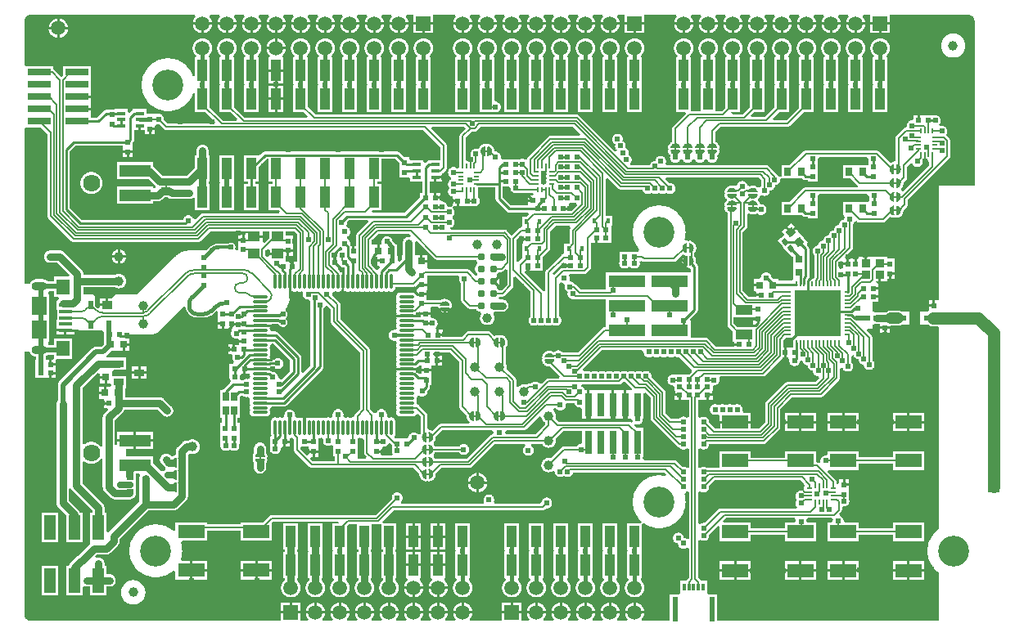
<source format=gtl>
G04 Layer_Physical_Order=1*
G04 Layer_Color=255*
%FSLAX24Y24*%
%MOIN*%
G70*
G01*
G75*
%ADD10C,0.0060*%
%ADD11C,0.0080*%
%ADD12C,0.0138*%
%ADD13C,0.0150*%
%ADD14C,0.0150*%
%ADD15C,0.0138*%
%ADD16C,0.0080*%
%ADD17C,0.0079*%
%ADD18R,0.0236X0.1024*%
%ADD19R,0.0138X0.0315*%
%ADD20R,0.0197X0.0236*%
%ADD21R,0.0374X0.0335*%
%ADD22R,0.0157X0.0197*%
%ADD23R,0.0236X0.0217*%
%ADD24O,0.0087X0.0256*%
%ADD25O,0.0256X0.0087*%
%ADD26R,0.0236X0.0197*%
%ADD27C,0.0394*%
%ADD28R,0.0299X0.0945*%
%ADD29R,0.0402X0.0862*%
%ADD30O,0.0256X0.0079*%
%ADD31O,0.0079X0.0256*%
%ADD32R,0.1850X0.1850*%
%ADD33R,0.0217X0.0236*%
%ADD34R,0.0295X0.0315*%
%ADD35C,0.0310*%
%ADD36R,0.0256X0.0197*%
%ADD37R,0.0315X0.0295*%
G04:AMPARAMS|DCode=38|XSize=31.5mil|YSize=29.5mil|CornerRadius=0mil|HoleSize=0mil|Usage=FLASHONLY|Rotation=40.000|XOffset=0mil|YOffset=0mil|HoleType=Round|Shape=Rectangle|*
%AMROTATEDRECTD38*
4,1,4,-0.0026,-0.0214,-0.0216,0.0012,0.0026,0.0214,0.0216,-0.0012,-0.0026,-0.0214,0.0*
%
%ADD38ROTATEDRECTD38*%

G04:AMPARAMS|DCode=39|XSize=19.7mil|YSize=25.6mil|CornerRadius=0mil|HoleSize=0mil|Usage=FLASHONLY|Rotation=40.000|XOffset=0mil|YOffset=0mil|HoleType=Round|Shape=Rectangle|*
%AMROTATEDRECTD39*
4,1,4,0.0007,-0.0161,-0.0158,0.0035,-0.0007,0.0161,0.0158,-0.0035,0.0007,-0.0161,0.0*
%
%ADD39ROTATEDRECTD39*%

%ADD40R,0.0300X0.0320*%
%ADD41R,0.0532X0.0157*%
%ADD42R,0.0610X0.0748*%
%ADD43R,0.0551X0.0630*%
%ADD44R,0.0315X0.0295*%
%ADD45R,0.0228X0.0197*%
%ADD46R,0.1500X0.0500*%
%ADD47R,0.0354X0.0138*%
%ADD48R,0.1252X0.0500*%
%ADD49R,0.0400X0.0300*%
%ADD50R,0.1083X0.0551*%
%ADD51R,0.0256X0.0335*%
%ADD52R,0.0236X0.0335*%
%ADD53R,0.0394X0.0335*%
%ADD54R,0.0276X0.0118*%
%ADD55R,0.0472X0.0433*%
%ADD56O,0.0650X0.0118*%
%ADD57O,0.0118X0.0650*%
%ADD58R,0.0945X0.0299*%
%ADD59R,0.0472X0.0984*%
%ADD60R,0.0709X0.0394*%
%ADD61C,0.0100*%
%ADD62C,0.0120*%
%ADD63C,0.0090*%
%ADD64C,0.0300*%
%ADD65C,0.0200*%
%ADD66C,0.0500*%
%ADD67C,0.0450*%
%ADD68C,0.0250*%
%ADD69C,0.0110*%
%ADD70R,0.0500X0.0300*%
%ADD71C,0.0591*%
%ADD72C,0.0390*%
%ADD73O,0.0630X0.0354*%
%ADD74R,0.0591X0.0591*%
%ADD75C,0.0701*%
%ADD76C,0.1260*%
%ADD77C,0.0240*%
%ADD78C,0.0260*%
G36*
X5553Y20383D02*
X5581Y20377D01*
X5610Y20376D01*
X5639Y20377D01*
X5643Y20378D01*
X5834Y20188D01*
X5849Y20175D01*
X5867Y20164D01*
X5886Y20156D01*
X5906Y20151D01*
X5926Y20150D01*
X16402D01*
X17091Y19460D01*
Y18911D01*
X16597D01*
Y18889D01*
X16579Y18885D01*
X16558Y18876D01*
X16537Y18864D01*
X16520Y18848D01*
X16477Y18806D01*
X16403Y18836D01*
Y18911D01*
X15849D01*
X15838Y18986D01*
Y19041D01*
X15625D01*
X15439Y19226D01*
X15421Y19242D01*
X15401Y19254D01*
X15379Y19263D01*
X15356Y19269D01*
X15333Y19270D01*
X9947D01*
X9924Y19269D01*
X9901Y19263D01*
X9879Y19254D01*
X9859Y19242D01*
X9841Y19226D01*
X9761Y19147D01*
X9701Y19104D01*
Y19104D01*
X9701Y19104D01*
X9099D01*
Y18042D01*
X9250D01*
Y17950D01*
X9099D01*
Y16888D01*
X9701D01*
Y17950D01*
X9550D01*
Y18042D01*
X9701D01*
Y18661D01*
X10010Y18970D01*
X10099D01*
Y18042D01*
X10270D01*
Y17950D01*
X10099D01*
Y16888D01*
X10516D01*
X10570Y16835D01*
X10539Y16761D01*
X7420D01*
X7400Y16759D01*
X7380Y16754D01*
X7361Y16747D01*
X7343Y16736D01*
X7328Y16723D01*
X7115Y16510D01*
X7081Y16511D01*
X7026Y16534D01*
X7024Y16540D01*
X7011Y16566D01*
X6995Y16590D01*
X6976Y16612D01*
X6954Y16631D01*
X6930Y16647D01*
X6904Y16660D01*
X6877Y16669D01*
X6849Y16675D01*
X6820Y16676D01*
X6791Y16675D01*
X6763Y16669D01*
X6736Y16660D01*
X6710Y16647D01*
X6686Y16631D01*
X6664Y16612D01*
X6645Y16590D01*
X6629Y16566D01*
X6616Y16540D01*
X6607Y16513D01*
X6602Y16486D01*
X2479D01*
X2000Y16965D01*
Y19294D01*
X2212Y19506D01*
X4152D01*
Y19309D01*
X4360D01*
X4568D01*
Y19435D01*
Y19648D01*
X4576Y19656D01*
X4592Y19674D01*
X4604Y19695D01*
X4613Y19716D01*
X4619Y19739D01*
X4620Y19763D01*
Y20151D01*
X4794D01*
Y20320D01*
X4894D01*
Y20151D01*
X5052D01*
Y19971D01*
X5210D01*
Y20189D01*
X5260D01*
Y20239D01*
X5468D01*
Y20331D01*
X5497Y20362D01*
X5523Y20378D01*
X5548Y20385D01*
X5553Y20383D01*
D02*
G37*
G36*
X19079Y19472D02*
X19104Y19455D01*
X19133Y19426D01*
X19154Y19403D01*
X19177Y19364D01*
X19188Y19327D01*
X19186Y19240D01*
X19176Y19212D01*
X19143Y19158D01*
X19110Y19126D01*
X19074Y19103D01*
X19034Y19091D01*
X19014Y19098D01*
X19002Y19118D01*
Y19458D01*
X19032Y19487D01*
X19079Y19472D01*
D02*
G37*
G36*
X18910Y19478D02*
X18922Y19457D01*
Y19118D01*
X18892Y19089D01*
X18846Y19104D01*
X18820Y19121D01*
X18791Y19150D01*
X18770Y19173D01*
X18747Y19212D01*
X18736Y19249D01*
X18738Y19336D01*
X18748Y19364D01*
X18781Y19418D01*
X18814Y19450D01*
X18850Y19472D01*
X18890Y19485D01*
X18910Y19478D01*
D02*
G37*
G36*
X22788Y19984D02*
X22758Y19910D01*
X21573D01*
X21553Y19909D01*
X21533Y19904D01*
X21514Y19896D01*
X21496Y19885D01*
X21481Y19872D01*
X20657Y19049D01*
X20644Y19033D01*
X20633Y19016D01*
X20625Y18997D01*
X20621Y18977D01*
X20580Y18950D01*
X20578Y18949D01*
X20539Y18942D01*
X20530Y18949D01*
X20504Y18961D01*
X20476Y18971D01*
X20448Y18976D01*
X20419Y18978D01*
X20391Y18976D01*
X20362Y18971D01*
X20348Y18966D01*
X19615D01*
X19602Y18972D01*
X19571Y19005D01*
X19549Y19045D01*
X19550Y19058D01*
X19548Y19086D01*
X19542Y19115D01*
X19533Y19142D01*
X19520Y19168D01*
X19504Y19192D01*
X19485Y19214D01*
X19464Y19233D01*
X19440Y19249D01*
X19414Y19261D01*
X19386Y19271D01*
X19358Y19276D01*
X19329Y19278D01*
X19293Y19322D01*
X19287Y19354D01*
X19287Y19356D01*
X19277Y19389D01*
X19264Y19420D01*
X19248Y19450D01*
X19228Y19478D01*
X19205Y19504D01*
X19179Y19527D01*
X19151Y19546D01*
X19121Y19563D01*
X19121Y19563D01*
X19090Y19576D01*
X19065Y19583D01*
X19065Y19583D01*
X19053Y19586D01*
X19032Y19588D01*
X19012Y19586D01*
X18992Y19581D01*
X18973Y19573D01*
X18962Y19567D01*
X18951Y19573D01*
X18932Y19581D01*
X18912Y19586D01*
X18892Y19588D01*
X18872Y19586D01*
X18860Y19583D01*
X18860Y19583D01*
X18835Y19576D01*
X18803Y19563D01*
X18803Y19563D01*
X18788Y19555D01*
X18788Y19555D01*
X18788Y19555D01*
X18773Y19546D01*
X18745Y19527D01*
X18719Y19504D01*
X18697Y19478D01*
X18677Y19450D01*
X18660Y19420D01*
X18632Y19386D01*
X18592Y19381D01*
X18564Y19386D01*
X18535Y19388D01*
X18506Y19386D01*
X18478Y19381D01*
X18451Y19371D01*
X18425Y19359D01*
X18401Y19343D01*
X18379Y19324D01*
X18360Y19302D01*
X18344Y19278D01*
X18331Y19252D01*
X18322Y19225D01*
X18317Y19196D01*
X18315Y19168D01*
X18317Y19139D01*
X18322Y19111D01*
X18331Y19083D01*
X18344Y19057D01*
X18360Y19033D01*
X18379Y19012D01*
X18379Y19010D01*
X18375Y18957D01*
X18315Y18898D01*
X18292Y18897D01*
X18271Y18891D01*
X18250Y18883D01*
X18236Y18874D01*
X18223Y18883D01*
X18202Y18891D01*
X18180Y18897D01*
X18157Y18898D01*
X18130Y18977D01*
Y19858D01*
X18362Y20090D01*
X18490D01*
X18510Y20091D01*
X18530Y20096D01*
X18549Y20104D01*
X18567Y20115D01*
X18582Y20128D01*
X18724Y20270D01*
X22503D01*
X22788Y19984D01*
D02*
G37*
G36*
X34465Y19054D02*
X34488Y19032D01*
X34520Y18980D01*
X34520Y18970D01*
X34521Y18941D01*
X34522Y18941D01*
X34532Y18865D01*
X34532Y18865D01*
Y18777D01*
X34525Y18700D01*
X34025D01*
X34025Y18700D01*
X33975D01*
Y18700D01*
X33945Y18700D01*
X33475D01*
Y18180D01*
X33798D01*
X34080Y17898D01*
X34089Y17890D01*
X34088Y17866D01*
X34064Y17810D01*
X31968D01*
X31947Y17809D01*
X31927Y17804D01*
X31908Y17796D01*
X31891Y17786D01*
X31875Y17772D01*
X31303Y17200D01*
X30975D01*
Y16680D01*
X31445D01*
X31475Y16680D01*
Y16680D01*
X31525D01*
Y16680D01*
X31820D01*
X31853Y16647D01*
X31871Y16631D01*
X31891Y16619D01*
X31913Y16610D01*
X31936Y16605D01*
X31959Y16603D01*
X32042D01*
Y16535D01*
X32458D01*
Y16929D01*
Y17365D01*
X32458Y17365D01*
X32458D01*
X32469Y17441D01*
X32471Y17470D01*
X32514Y17533D01*
X32537Y17550D01*
X34473D01*
X34496Y17533D01*
X34540Y17470D01*
X34541Y17441D01*
X34542Y17441D01*
X34552Y17365D01*
X34552Y17365D01*
Y17269D01*
X34525Y17200D01*
X34025D01*
X34025Y17200D01*
X33975D01*
Y17200D01*
X33945Y17200D01*
X33475D01*
Y16680D01*
X33510D01*
X33538Y16647D01*
X33556Y16600D01*
X33551Y16590D01*
X33542Y16562D01*
X33536Y16534D01*
X33534Y16505D01*
X33534Y16505D01*
X33516Y16504D01*
X33488Y16498D01*
X33460Y16489D01*
X33434Y16476D01*
X33410Y16460D01*
X33389Y16441D01*
X33370Y16420D01*
X33354Y16396D01*
X33341Y16370D01*
X33332Y16342D01*
X33326Y16314D01*
X33324Y16285D01*
X33324Y16285D01*
X33306Y16284D01*
X33278Y16278D01*
X33250Y16269D01*
X33224Y16256D01*
X33200Y16240D01*
X33179Y16221D01*
X33160Y16200D01*
X33144Y16176D01*
X33131Y16150D01*
X33122Y16122D01*
X33116Y16094D01*
X33114Y16065D01*
X33114Y16065D01*
X33096Y16064D01*
X33068Y16058D01*
X33040Y16049D01*
X33014Y16036D01*
X32990Y16020D01*
X32969Y16001D01*
X32950Y15980D01*
X32934Y15956D01*
X32921Y15930D01*
X32912Y15902D01*
X32906Y15874D01*
X32905Y15856D01*
X32905Y15856D01*
X32876Y15854D01*
X32848Y15848D01*
X32820Y15839D01*
X32794Y15826D01*
X32770Y15810D01*
X32749Y15791D01*
X32730Y15770D01*
X32714Y15746D01*
X32701Y15720D01*
X32692Y15692D01*
X32686Y15664D01*
X32685Y15646D01*
X32685Y15646D01*
X32656Y15644D01*
X32628Y15638D01*
X32600Y15629D01*
X32574Y15616D01*
X32550Y15600D01*
X32529Y15581D01*
X32510Y15560D01*
X32494Y15536D01*
X32481Y15510D01*
X32472Y15482D01*
X32466Y15454D01*
X32465Y15436D01*
X32465Y15436D01*
X32436Y15434D01*
X32408Y15428D01*
X32380Y15419D01*
X32354Y15406D01*
X32330Y15390D01*
X32309Y15371D01*
X32290Y15350D01*
X32274Y15326D01*
X32261Y15300D01*
X32252Y15272D01*
X32246Y15244D01*
X32244Y15215D01*
X32246Y15187D01*
X32252Y15158D01*
X32261Y15131D01*
X32274Y15105D01*
X32290Y15081D01*
X32309Y15059D01*
X32330Y15040D01*
X32334Y15038D01*
Y14156D01*
X32284Y14105D01*
X32271Y14090D01*
X32262Y14094D01*
X32240Y14099D01*
X32218Y14101D01*
X32197Y14099D01*
X32175Y14094D01*
X32153Y14105D01*
X32126Y14129D01*
X32111Y14152D01*
X32113Y14175D01*
Y15307D01*
X32111Y15329D01*
X32105Y15352D01*
X32097Y15373D01*
X32085Y15392D01*
X32070Y15409D01*
X32015Y15464D01*
X32019Y15544D01*
X32042Y15564D01*
X31724Y15943D01*
X31724Y15943D01*
X31672Y16005D01*
X31574Y16122D01*
X31376Y15957D01*
X31344Y15995D01*
X31306Y15963D01*
X31147Y16153D01*
X30988Y16019D01*
X31107Y15877D01*
X30826Y15642D01*
X31017Y15415D01*
X31067Y15355D01*
X31360Y15006D01*
X31371Y15016D01*
X31447Y14975D01*
Y14650D01*
X31447D01*
Y14613D01*
X31447D01*
Y14118D01*
X31447Y14118D01*
X31459Y14087D01*
X31446Y14057D01*
X31403Y14008D01*
X30868D01*
Y14089D01*
X30635D01*
X30575Y14148D01*
X30575Y14158D01*
X30569Y14186D01*
X30560Y14214D01*
X30547Y14239D01*
X30531Y14263D01*
X30512Y14285D01*
X30490Y14304D01*
X30466Y14320D01*
X30441Y14333D01*
X30413Y14342D01*
X30385Y14348D01*
X30356Y14350D01*
X30327Y14348D01*
X30299Y14342D01*
X30272Y14333D01*
X30246Y14320D01*
X30222Y14304D01*
X30200Y14285D01*
X30181Y14263D01*
X30165Y14239D01*
X30153Y14214D01*
X30143Y14186D01*
X30138Y14158D01*
X30136Y14129D01*
X30061Y14089D01*
X29841D01*
Y13882D01*
X30089D01*
Y13782D01*
X29841D01*
Y13574D01*
X29940D01*
Y13482D01*
X30158D01*
Y13382D01*
X29940D01*
Y13354D01*
X29650D01*
X29405Y13599D01*
Y15993D01*
X29542Y16130D01*
X29555Y16146D01*
X29566Y16163D01*
X29574Y16182D01*
X29579Y16202D01*
X29580Y16222D01*
Y16707D01*
X29619Y16737D01*
X29660Y16751D01*
X29677Y16741D01*
X29709Y16728D01*
X29742Y16718D01*
X29776Y16713D01*
X29810Y16711D01*
X29844Y16713D01*
X29878Y16718D01*
X29911Y16728D01*
X29943Y16741D01*
X29973Y16758D01*
X29984Y16766D01*
X29994Y16754D01*
X30016Y16735D01*
X30040Y16719D01*
X30066Y16706D01*
X30093Y16697D01*
X30121Y16691D01*
X30150Y16690D01*
X30179Y16691D01*
X30207Y16697D01*
X30234Y16706D01*
X30260Y16719D01*
X30284Y16735D01*
X30306Y16754D01*
X30325Y16776D01*
X30341Y16800D01*
X30354Y16826D01*
X30363Y16853D01*
X30369Y16881D01*
X30370Y16910D01*
X30369Y16939D01*
X30363Y16967D01*
X30354Y16994D01*
X30341Y17020D01*
X30325Y17044D01*
X30306Y17066D01*
X30284Y17085D01*
X30260Y17101D01*
X30234Y17114D01*
X30207Y17123D01*
X30179Y17129D01*
X30178Y17129D01*
X30106Y17146D01*
X30098Y17171D01*
X30085Y17202D01*
X30085Y17202D01*
X30077Y17217D01*
X30069Y17232D01*
X30049Y17260D01*
X30026Y17287D01*
Y17339D01*
X30049Y17366D01*
X30069Y17394D01*
X30085Y17424D01*
X30085Y17424D01*
X30097Y17451D01*
X30098Y17455D01*
X30154Y17484D01*
X30165Y17488D01*
X30172Y17489D01*
X30188Y17488D01*
X30200Y17482D01*
X30228Y17472D01*
X30256Y17467D01*
X30285Y17465D01*
X30313Y17467D01*
X30342Y17472D01*
X30369Y17482D01*
X30395Y17494D01*
X30419Y17510D01*
X30441Y17529D01*
X30460Y17551D01*
X30476Y17575D01*
X30488Y17601D01*
X30498Y17628D01*
X30503Y17657D01*
X30505Y17685D01*
X30505Y17686D01*
X30523Y17687D01*
X30552Y17692D01*
X30579Y17702D01*
X30605Y17714D01*
X30629Y17730D01*
X30651Y17749D01*
X30670Y17771D01*
X30686Y17795D01*
X30698Y17821D01*
X30708Y17848D01*
X30713Y17877D01*
X30715Y17905D01*
X30715Y17906D01*
X30733Y17907D01*
X30762Y17912D01*
X30789Y17922D01*
X30815Y17934D01*
X30839Y17950D01*
X30861Y17969D01*
X30880Y17991D01*
X30896Y18015D01*
X30908Y18041D01*
X30918Y18068D01*
X30923Y18097D01*
X30925Y18121D01*
X30937Y18135D01*
X30988Y18176D01*
X31000Y18180D01*
X31445D01*
X31475Y18180D01*
Y18180D01*
X31525D01*
Y18180D01*
X31822D01*
X31856Y18147D01*
X31873Y18131D01*
X31894Y18119D01*
X31915Y18110D01*
X31938Y18104D01*
X31962Y18103D01*
X32042D01*
Y18035D01*
X32458D01*
Y18429D01*
Y18865D01*
X32458Y18865D01*
X32458D01*
X32468Y18943D01*
X32469Y18944D01*
X32471Y18973D01*
X32470Y18980D01*
X32508Y19038D01*
X32528Y19056D01*
X32538Y19060D01*
X34454D01*
X34465Y19054D01*
D02*
G37*
G36*
X36825Y19053D02*
X36827Y19031D01*
X36832Y19009D01*
X36841Y18988D01*
X36852Y18969D01*
X36861Y18958D01*
Y18919D01*
X36877Y18925D01*
X36890Y18933D01*
X36903Y18925D01*
X36924Y18916D01*
X36946Y18911D01*
X36969Y18909D01*
X36996Y18831D01*
Y18720D01*
X35940Y17665D01*
X35909Y17658D01*
X35861Y17689D01*
X35854Y17773D01*
X35855Y17774D01*
X35878Y17800D01*
X35897Y17827D01*
X35914Y17857D01*
X35927Y17889D01*
X35937Y17922D01*
X35942Y17956D01*
X35944Y17990D01*
X35943Y18004D01*
X36052Y18113D01*
X36065Y18128D01*
X36076Y18146D01*
X36084Y18165D01*
X36089Y18185D01*
X36090Y18205D01*
Y18663D01*
X36221Y18794D01*
X36223Y18794D01*
X36268Y18790D01*
X36313Y18772D01*
X36319Y18760D01*
X36335Y18736D01*
X36354Y18714D01*
X36376Y18695D01*
X36400Y18679D01*
X36426Y18666D01*
X36453Y18657D01*
X36481Y18651D01*
X36510Y18650D01*
X36539Y18651D01*
X36567Y18657D01*
X36594Y18666D01*
X36620Y18679D01*
X36644Y18695D01*
X36666Y18714D01*
X36685Y18736D01*
X36701Y18760D01*
X36714Y18786D01*
X36723Y18813D01*
X36729Y18841D01*
X36729Y18845D01*
X36736Y18859D01*
X36760Y18883D01*
X36761Y18884D01*
Y18940D01*
X36770Y18955D01*
X36778Y18973D01*
X36781Y18986D01*
X36782Y18988D01*
X36791Y19009D01*
X36796Y19031D01*
X36798Y19053D01*
Y19138D01*
X36825D01*
Y19053D01*
D02*
G37*
G36*
X18107Y20203D02*
X17908Y20004D01*
X17894Y19988D01*
X17884Y19971D01*
X17876Y19952D01*
X17871Y19932D01*
X17870Y19912D01*
Y18814D01*
X17863Y18799D01*
X17858Y18777D01*
X17856Y18755D01*
Y18604D01*
X17791Y18581D01*
X17777Y18580D01*
X17756Y18599D01*
X17732Y18615D01*
X17706Y18628D01*
X17678Y18637D01*
X17650Y18643D01*
X17621Y18644D01*
X17593Y18643D01*
X17564Y18637D01*
X17537Y18628D01*
X17511Y18615D01*
X17487Y18599D01*
X17465Y18580D01*
X17446Y18558D01*
X17430Y18534D01*
X17418Y18508D01*
X17408Y18481D01*
X17403Y18453D01*
X17401Y18424D01*
X17403Y18395D01*
X17408Y18367D01*
X17418Y18340D01*
X17430Y18314D01*
X17446Y18290D01*
X17465Y18268D01*
X17487Y18249D01*
X17511Y18233D01*
X17514Y18232D01*
X17521Y18208D01*
Y18167D01*
X17514Y18144D01*
X17511Y18142D01*
X17487Y18126D01*
X17465Y18107D01*
X17446Y18086D01*
X17430Y18062D01*
X17418Y18036D01*
X17408Y18009D01*
X17403Y17980D01*
X17401Y17952D01*
X17403Y17923D01*
X17408Y17894D01*
X17418Y17867D01*
X17430Y17841D01*
X17446Y17817D01*
X17460Y17802D01*
X17446Y17786D01*
X17430Y17762D01*
X17418Y17736D01*
X17408Y17709D01*
X17403Y17680D01*
X17401Y17651D01*
X17403Y17623D01*
X17408Y17594D01*
X17418Y17567D01*
X17430Y17541D01*
X17446Y17517D01*
X17465Y17496D01*
X17487Y17477D01*
X17511Y17461D01*
X17537Y17448D01*
X17564Y17439D01*
X17578Y17436D01*
Y17308D01*
X17796D01*
Y17258D01*
X17846D01*
Y17059D01*
X18375D01*
X18386Y17054D01*
X18413Y17045D01*
X18441Y17039D01*
X18470Y17037D01*
X18499Y17039D01*
X18527Y17045D01*
X18554Y17054D01*
X18580Y17067D01*
X18604Y17083D01*
X18626Y17102D01*
X18645Y17124D01*
X18661Y17147D01*
X18674Y17173D01*
X18683Y17201D01*
X18688Y17229D01*
X18690Y17258D01*
X18688Y17286D01*
X18683Y17315D01*
X18674Y17342D01*
X18661Y17368D01*
X18645Y17392D01*
X18626Y17414D01*
X18613Y17425D01*
Y17592D01*
X18614Y17598D01*
X18616Y17621D01*
Y17790D01*
X18626Y17801D01*
X19339D01*
Y17340D01*
X19341Y17316D01*
X19346Y17293D01*
X19355Y17272D01*
X19368Y17252D01*
X19383Y17234D01*
X19785Y16831D01*
X19803Y16816D01*
X19823Y16804D01*
X19845Y16795D01*
X19868Y16789D01*
X19892Y16787D01*
X20667D01*
X20698Y16713D01*
X20601Y16616D01*
X20408D01*
Y16219D01*
X20348Y16170D01*
X20334Y16164D01*
X20316Y16153D01*
X20301Y16140D01*
X20006Y15845D01*
X19791Y16059D01*
X19776Y16072D01*
X19758Y16083D01*
X19740Y16091D01*
X19720Y16096D01*
X19699Y16097D01*
X19689Y16096D01*
X17522D01*
X17504Y16173D01*
X17531Y16182D01*
X17557Y16195D01*
X17581Y16211D01*
X17603Y16230D01*
X17622Y16252D01*
X17638Y16276D01*
X17651Y16302D01*
X17660Y16329D01*
X17665Y16357D01*
X17667Y16386D01*
X17665Y16415D01*
X17660Y16443D01*
X17651Y16470D01*
X17638Y16496D01*
X17622Y16520D01*
X17603Y16542D01*
X17596Y16548D01*
X17588Y16596D01*
Y16596D01*
X17596Y16644D01*
X17603Y16650D01*
X17622Y16672D01*
X17638Y16696D01*
X17651Y16722D01*
X17660Y16749D01*
X17665Y16777D01*
X17667Y16806D01*
X17665Y16835D01*
X17660Y16863D01*
X17651Y16890D01*
X17638Y16916D01*
X17622Y16940D01*
X17603Y16962D01*
X17583Y16979D01*
X17583Y16986D01*
X17608Y17059D01*
X17746D01*
Y17208D01*
X17578D01*
Y17076D01*
X17562Y17053D01*
X17517Y17015D01*
X17504Y17019D01*
X17476Y17025D01*
X17447Y17026D01*
X17418Y17025D01*
X17381Y17042D01*
X17370Y17073D01*
X17361Y17100D01*
X17348Y17126D01*
X17332Y17150D01*
X17313Y17172D01*
X17291Y17191D01*
X17267Y17207D01*
X17241Y17220D01*
X17214Y17229D01*
X17186Y17235D01*
X17157Y17236D01*
X17102Y17292D01*
X17093Y17309D01*
Y17336D01*
X16875D01*
Y17386D01*
X16825D01*
Y17594D01*
X16650D01*
Y18061D01*
X16824D01*
Y18230D01*
X16874D01*
Y18280D01*
X17151D01*
Y18366D01*
X17161Y18370D01*
X17178Y18381D01*
X17194Y18394D01*
X17314Y18514D01*
X17327Y18530D01*
X17338Y18547D01*
X17346Y18566D01*
X17351Y18586D01*
X17352Y18606D01*
Y19514D01*
X17351Y19535D01*
X17346Y19555D01*
X17338Y19573D01*
X17327Y19591D01*
X17314Y19606D01*
X16725Y20196D01*
X16755Y20270D01*
X18060D01*
X18107Y20203D01*
D02*
G37*
G36*
X35729Y18734D02*
X35754Y18717D01*
X35783Y18688D01*
X35804Y18665D01*
X35827Y18626D01*
X35838Y18589D01*
X35836Y18502D01*
X35826Y18474D01*
X35793Y18420D01*
X35760Y18388D01*
X35724Y18365D01*
X35684Y18353D01*
X35664Y18360D01*
X35652Y18381D01*
Y18720D01*
X35682Y18749D01*
X35729Y18734D01*
D02*
G37*
G36*
X35560Y18740D02*
X35572Y18719D01*
Y18380D01*
X35542Y18351D01*
X35495Y18366D01*
X35470Y18383D01*
X35441Y18412D01*
X35420Y18435D01*
X35397Y18474D01*
X35386Y18511D01*
X35388Y18598D01*
X35398Y18626D01*
X35431Y18680D01*
X35464Y18712D01*
X35500Y18735D01*
X35540Y18747D01*
X35560Y18740D01*
D02*
G37*
G36*
X21313Y18470D02*
X21334Y18461D01*
X21356Y18456D01*
X21396Y18436D01*
X21398Y18414D01*
X21403Y18392D01*
X21411Y18371D01*
X21420Y18357D01*
X21411Y18344D01*
X21403Y18323D01*
X21398Y18301D01*
X21396Y18279D01*
X21398Y18256D01*
X21403Y18234D01*
X21411Y18213D01*
X21420Y18200D01*
X21411Y18187D01*
X21403Y18166D01*
X21398Y18144D01*
X21396Y18121D01*
X21398Y18099D01*
X21403Y18077D01*
X21411Y18056D01*
X21420Y18043D01*
X21411Y18029D01*
X21403Y18008D01*
X21398Y17986D01*
X21396Y17964D01*
X21378Y17946D01*
X21356Y17944D01*
X21334Y17939D01*
X21313Y17930D01*
X21299Y17922D01*
X21286Y17930D01*
X21265Y17939D01*
X21243Y17944D01*
X21221Y17946D01*
X21203Y17964D01*
X21201Y17986D01*
X21196Y18008D01*
X21187Y18029D01*
X21179Y18043D01*
X21187Y18056D01*
X21196Y18077D01*
X21201Y18099D01*
X21203Y18121D01*
X21201Y18144D01*
X21196Y18166D01*
X21187Y18187D01*
X21179Y18200D01*
X21187Y18213D01*
X21196Y18234D01*
X21201Y18256D01*
X21203Y18279D01*
X21201Y18301D01*
X21196Y18323D01*
X21187Y18344D01*
X21179Y18357D01*
X21187Y18371D01*
X21196Y18392D01*
X21201Y18414D01*
X21203Y18436D01*
X21243Y18456D01*
X21265Y18461D01*
X21286Y18470D01*
X21299Y18478D01*
X21313Y18470D01*
D02*
G37*
G36*
X35729Y18174D02*
X35754Y18157D01*
X35783Y18128D01*
X35804Y18105D01*
X35827Y18066D01*
X35838Y18029D01*
X35836Y17942D01*
X35826Y17914D01*
X35793Y17860D01*
X35760Y17828D01*
X35724Y17805D01*
X35684Y17793D01*
X35664Y17800D01*
X35652Y17821D01*
Y18160D01*
X35682Y18189D01*
X35729Y18174D01*
D02*
G37*
G36*
X35560Y18180D02*
X35572Y18159D01*
Y17820D01*
X35542Y17791D01*
X35495Y17806D01*
X35470Y17823D01*
X35441Y17852D01*
X35420Y17875D01*
X35397Y17914D01*
X35386Y17951D01*
X35388Y18038D01*
X35398Y18066D01*
X35431Y18120D01*
X35464Y18152D01*
X35500Y18175D01*
X35540Y18187D01*
X35560Y18180D01*
D02*
G37*
G36*
X29858Y17787D02*
X29886Y17777D01*
X29940Y17744D01*
X29972Y17711D01*
X29995Y17675D01*
X30007Y17635D01*
X30000Y17615D01*
X29979Y17603D01*
X29640D01*
X29611Y17633D01*
X29626Y17680D01*
X29643Y17705D01*
X29672Y17734D01*
X29695Y17755D01*
X29734Y17778D01*
X29771Y17789D01*
X29858Y17787D01*
D02*
G37*
G36*
X29008D02*
X29036Y17777D01*
X29090Y17744D01*
X29122Y17711D01*
X29145Y17675D01*
X29157Y17635D01*
X29150Y17615D01*
X29129Y17603D01*
X28790D01*
X28761Y17633D01*
X28776Y17680D01*
X28793Y17705D01*
X28822Y17734D01*
X28845Y17755D01*
X28884Y17778D01*
X28921Y17789D01*
X29008Y17787D01*
D02*
G37*
G36*
X30154Y18111D02*
Y17863D01*
X30150Y17860D01*
X30129Y17841D01*
X30115Y17825D01*
X30105Y17819D01*
X30058Y17811D01*
X30036Y17810D01*
X30015Y17816D01*
X30000Y17829D01*
X29973Y17848D01*
X29943Y17865D01*
X29911Y17878D01*
X29878Y17888D01*
X29844Y17893D01*
X29810Y17895D01*
X29776Y17893D01*
X29742Y17888D01*
X29709Y17878D01*
X29677Y17865D01*
X29655Y17869D01*
X29604Y17895D01*
X29593Y17907D01*
X29584Y17934D01*
X29571Y17960D01*
X29555Y17984D01*
X29536Y18006D01*
X29514Y18025D01*
X29490Y18041D01*
X29464Y18054D01*
X29437Y18063D01*
X29409Y18069D01*
X29380Y18070D01*
X29351Y18069D01*
X29323Y18063D01*
X29296Y18054D01*
X29270Y18041D01*
X29246Y18025D01*
X29224Y18006D01*
X29205Y17984D01*
X29189Y17960D01*
X29176Y17934D01*
X29169Y17913D01*
X29163Y17905D01*
X29112Y17876D01*
X29103Y17872D01*
X29081Y17870D01*
X29061Y17878D01*
X29028Y17888D01*
X28994Y17893D01*
X28960Y17895D01*
X28926Y17893D01*
X28892Y17888D01*
X28859Y17878D01*
X28827Y17865D01*
X28797Y17848D01*
X28770Y17829D01*
X28744Y17806D01*
X28721Y17780D01*
X28701Y17752D01*
X28685Y17722D01*
X28685Y17722D01*
X28672Y17691D01*
X28664Y17666D01*
X28665Y17666D01*
X28662Y17654D01*
X28660Y17633D01*
X28662Y17613D01*
X28666Y17593D01*
X28674Y17574D01*
X28675Y17573D01*
X28674Y17572D01*
X28666Y17553D01*
X28662Y17533D01*
X28660Y17513D01*
X28662Y17492D01*
X28665Y17480D01*
X28664Y17480D01*
X28672Y17455D01*
X28685Y17424D01*
X28685Y17424D01*
X28693Y17409D01*
X28693Y17409D01*
X28693Y17409D01*
X28701Y17394D01*
X28721Y17366D01*
X28744Y17339D01*
Y17287D01*
X28721Y17260D01*
X28701Y17232D01*
X28685Y17202D01*
X28685Y17202D01*
X28672Y17171D01*
X28664Y17146D01*
X28665Y17146D01*
X28662Y17134D01*
X28660Y17113D01*
X28662Y17093D01*
X28666Y17073D01*
X28674Y17054D01*
X28681Y17043D01*
X28674Y17032D01*
X28666Y17013D01*
X28662Y16993D01*
X28660Y16973D01*
X28662Y16952D01*
X28665Y16940D01*
X28664Y16940D01*
X28672Y16915D01*
X28685Y16884D01*
X28685Y16884D01*
X28693Y16869D01*
X28693Y16869D01*
X28693Y16869D01*
X28701Y16854D01*
X28721Y16826D01*
X28744Y16800D01*
X28770Y16777D01*
X28780Y16770D01*
Y12210D01*
X28781Y12190D01*
X28786Y12170D01*
X28794Y12151D01*
X28805Y12133D01*
X28818Y12118D01*
X29002Y11934D01*
Y11529D01*
X29041D01*
Y11458D01*
X29259D01*
Y11358D01*
X29041D01*
Y11320D01*
X28324D01*
X28002Y11642D01*
X27987Y11655D01*
X27969Y11666D01*
X27950Y11674D01*
X27930Y11679D01*
X27910Y11680D01*
X27275D01*
Y12346D01*
X27275Y12346D01*
X27275Y12346D01*
X27243Y12417D01*
X27239Y12426D01*
X27536Y12724D01*
X27552Y12742D01*
X27564Y12762D01*
X27573Y12783D01*
X27579Y12806D01*
X27580Y12830D01*
Y14583D01*
X27579Y14606D01*
X27573Y14629D01*
X27564Y14651D01*
X27552Y14671D01*
X27536Y14689D01*
X27492Y14734D01*
X27498Y14752D01*
X27503Y14786D01*
X27504Y14792D01*
X27505Y14796D01*
X27506Y14820D01*
X27505Y14844D01*
X27504Y14848D01*
X27503Y14854D01*
X27498Y14888D01*
X27488Y14921D01*
X27475Y14953D01*
X27458Y14983D01*
X27440Y15008D01*
Y15147D01*
X27443Y15150D01*
X27462Y15177D01*
X27479Y15207D01*
X27492Y15239D01*
X27502Y15272D01*
X27507Y15306D01*
X27509Y15340D01*
X27507Y15374D01*
X27502Y15408D01*
X27492Y15441D01*
X27479Y15473D01*
X27462Y15503D01*
X27443Y15530D01*
X27420Y15556D01*
X27394Y15579D01*
X27366Y15599D01*
X27336Y15615D01*
X27336Y15615D01*
X27305Y15628D01*
X27280Y15636D01*
X27280Y15635D01*
X27268Y15638D01*
X27247Y15640D01*
X27227Y15638D01*
X27207Y15634D01*
X27188Y15626D01*
X27177Y15619D01*
X27166Y15626D01*
X27147Y15634D01*
X27127Y15638D01*
X27107Y15640D01*
X27099Y15639D01*
X27081Y15649D01*
X27055Y15671D01*
X27054Y15672D01*
X27035Y15708D01*
X27044Y15739D01*
X27058Y15802D01*
X27068Y15866D01*
X27073Y15931D01*
X27075Y15996D01*
X27073Y16061D01*
X27068Y16126D01*
X27058Y16190D01*
X27044Y16253D01*
X27027Y16316D01*
X27005Y16377D01*
X26981Y16437D01*
X26952Y16496D01*
X26920Y16552D01*
X26885Y16607D01*
X26847Y16659D01*
X26805Y16709D01*
X26760Y16756D01*
X26713Y16801D01*
X26663Y16843D01*
X26611Y16881D01*
X26556Y16916D01*
X26500Y16948D01*
X26441Y16977D01*
X26381Y17001D01*
X26320Y17023D01*
X26257Y17040D01*
X26194Y17054D01*
X26130Y17064D01*
X26065Y17069D01*
X26000Y17071D01*
X25935Y17069D01*
X25870Y17064D01*
X25806Y17054D01*
X25743Y17040D01*
X25680Y17023D01*
X25619Y17001D01*
X25559Y16977D01*
X25500Y16948D01*
X25444Y16916D01*
X25389Y16881D01*
X25337Y16843D01*
X25287Y16801D01*
X25240Y16756D01*
X25195Y16709D01*
X25153Y16659D01*
X25115Y16607D01*
X25080Y16552D01*
X25048Y16496D01*
X25019Y16437D01*
X24995Y16377D01*
X24973Y16316D01*
X24956Y16253D01*
X24942Y16190D01*
X24932Y16126D01*
X24927Y16061D01*
X24925Y15996D01*
X24927Y15931D01*
X24932Y15866D01*
X24942Y15802D01*
X24956Y15739D01*
X24973Y15676D01*
X24995Y15615D01*
X25019Y15555D01*
X25048Y15496D01*
X25080Y15440D01*
X25115Y15385D01*
X25153Y15333D01*
X25195Y15283D01*
X25199Y15278D01*
X25165Y15198D01*
X24375D01*
Y14782D01*
X24375Y14782D01*
X24373Y14723D01*
X24375Y14694D01*
X24380Y14666D01*
X24389Y14639D01*
X24402Y14613D01*
X24418Y14589D01*
X24437Y14567D01*
X24459Y14548D01*
X24483Y14532D01*
X24509Y14519D01*
X24536Y14510D01*
X24564Y14505D01*
X24593Y14503D01*
X24622Y14505D01*
X24650Y14510D01*
X24678Y14519D01*
X24703Y14532D01*
X24727Y14548D01*
X24738Y14557D01*
X24763Y14567D01*
X24825Y14564D01*
X24843Y14557D01*
X24856Y14545D01*
X24880Y14529D01*
X24906Y14516D01*
X24933Y14507D01*
X24961Y14501D01*
X24990Y14500D01*
X25019Y14501D01*
X25047Y14507D01*
X25074Y14516D01*
X25100Y14529D01*
X25124Y14545D01*
X25146Y14564D01*
X25165Y14586D01*
X25181Y14610D01*
X25194Y14636D01*
X25203Y14663D01*
X25209Y14691D01*
X25210Y14720D01*
X25209Y14749D01*
X25205Y14782D01*
X25285Y14811D01*
X25288Y14808D01*
X25303Y14794D01*
X25321Y14784D01*
X25340Y14776D01*
X25360Y14771D01*
X25380Y14770D01*
X26604D01*
X26624Y14771D01*
X26644Y14776D01*
X26663Y14784D01*
X26681Y14794D01*
X26696Y14808D01*
X26977Y15089D01*
X26988Y15081D01*
X27018Y15065D01*
X27018Y15065D01*
X27044Y15054D01*
X27056Y15028D01*
X27047Y15007D01*
X27019Y14957D01*
X27045Y14982D01*
X27081Y15005D01*
X27121Y15017D01*
X27141Y15010D01*
X27153Y14989D01*
Y14650D01*
X27123Y14621D01*
X27116Y14623D01*
X27119Y14610D01*
X27127Y14591D01*
X27138Y14574D01*
X27151Y14558D01*
X27167Y14545D01*
X27184Y14534D01*
X27203Y14526D01*
X27223Y14522D01*
X27243Y14520D01*
X27279Y14449D01*
X27280Y14444D01*
Y14424D01*
X27275Y14346D01*
X25575D01*
Y14346D01*
X25525D01*
Y14346D01*
X23825D01*
Y13646D01*
X23747Y13640D01*
X22812D01*
X22600Y13852D01*
X22585Y13865D01*
X22567Y13876D01*
X22553Y13882D01*
X22545Y13894D01*
X22526Y13916D01*
X22504Y13935D01*
X22480Y13951D01*
X22454Y13964D01*
X22427Y13973D01*
X22399Y13979D01*
X22395Y13979D01*
X22365Y14007D01*
X22355Y14021D01*
X22342Y14059D01*
X22343Y14063D01*
X22349Y14091D01*
X22350Y14120D01*
X22349Y14149D01*
X22343Y14177D01*
X22334Y14204D01*
X22364Y14269D01*
X22381Y14284D01*
X22958D01*
X22978Y14286D01*
X22998Y14291D01*
X23017Y14298D01*
X23034Y14309D01*
X23050Y14322D01*
X23195Y14468D01*
X23209Y14483D01*
X23219Y14501D01*
X23227Y14520D01*
X23232Y14540D01*
X23233Y14560D01*
Y15539D01*
X23394D01*
Y15737D01*
X23494D01*
Y15539D01*
X24056D01*
Y15869D01*
Y16252D01*
X24087D01*
Y16648D01*
X23828D01*
Y18160D01*
X23902Y18191D01*
X24325Y17768D01*
X24340Y17754D01*
X24358Y17744D01*
X24377Y17736D01*
X24397Y17731D01*
X24417Y17730D01*
X25324D01*
X25327Y17713D01*
X25336Y17686D01*
X25349Y17660D01*
X25365Y17636D01*
X25384Y17614D01*
X25406Y17595D01*
X25430Y17579D01*
X25456Y17566D01*
X25483Y17557D01*
X25511Y17551D01*
X25540Y17550D01*
X25569Y17551D01*
X25597Y17557D01*
X25624Y17566D01*
X25650Y17579D01*
X25674Y17595D01*
X25690Y17609D01*
X25706Y17595D01*
X25730Y17579D01*
X25756Y17566D01*
X25783Y17557D01*
X25811Y17551D01*
X25840Y17550D01*
X25869Y17551D01*
X25897Y17557D01*
X25924Y17566D01*
X25950Y17579D01*
X25974Y17595D01*
X25990Y17609D01*
X26006Y17595D01*
X26030Y17579D01*
X26056Y17566D01*
X26083Y17557D01*
X26111Y17551D01*
X26140Y17550D01*
X26169Y17551D01*
X26197Y17557D01*
X26224Y17566D01*
X26250Y17579D01*
X26274Y17595D01*
X26290Y17609D01*
X26306Y17595D01*
X26330Y17579D01*
X26356Y17566D01*
X26383Y17557D01*
X26411Y17551D01*
X26440Y17550D01*
X26469Y17551D01*
X26497Y17557D01*
X26524Y17566D01*
X26550Y17579D01*
X26574Y17595D01*
X26596Y17614D01*
X26615Y17636D01*
X26631Y17660D01*
X26644Y17686D01*
X26653Y17713D01*
X26659Y17741D01*
X26660Y17770D01*
X26659Y17799D01*
X26653Y17827D01*
X26644Y17854D01*
X26631Y17880D01*
X26615Y17904D01*
X26596Y17926D01*
X26574Y17945D01*
X26550Y17961D01*
X26524Y17974D01*
X26497Y17983D01*
X26469Y17989D01*
X26440Y17990D01*
X26411Y17989D01*
X26407Y17988D01*
X26259Y18136D01*
X26289Y18210D01*
X30056D01*
X30154Y18111D01*
D02*
G37*
G36*
X30009Y17513D02*
X29994Y17466D01*
X29977Y17441D01*
X29948Y17412D01*
X29925Y17391D01*
X29886Y17368D01*
X29849Y17357D01*
X29762Y17359D01*
X29734Y17369D01*
X29680Y17402D01*
X29648Y17435D01*
X29625Y17471D01*
X29613Y17511D01*
X29620Y17531D01*
X29641Y17543D01*
X29980D01*
X30009Y17513D01*
D02*
G37*
G36*
X29159D02*
X29144Y17466D01*
X29127Y17441D01*
X29098Y17412D01*
X29075Y17391D01*
X29036Y17368D01*
X28999Y17357D01*
X28912Y17359D01*
X28884Y17369D01*
X28830Y17402D01*
X28798Y17435D01*
X28775Y17471D01*
X28763Y17511D01*
X28770Y17531D01*
X28791Y17543D01*
X29130D01*
X29159Y17513D01*
D02*
G37*
G36*
X35729Y17614D02*
X35754Y17597D01*
X35783Y17568D01*
X35804Y17545D01*
X35827Y17506D01*
X35838Y17469D01*
X35836Y17382D01*
X35826Y17354D01*
X35793Y17300D01*
X35760Y17268D01*
X35724Y17245D01*
X35684Y17233D01*
X35664Y17240D01*
X35652Y17261D01*
Y17600D01*
X35682Y17629D01*
X35729Y17614D01*
D02*
G37*
G36*
X35560Y17620D02*
X35572Y17599D01*
Y17260D01*
X35542Y17231D01*
X35495Y17246D01*
X35470Y17263D01*
X35441Y17292D01*
X35420Y17315D01*
X35397Y17354D01*
X35386Y17391D01*
X35388Y17478D01*
X35398Y17506D01*
X35431Y17560D01*
X35464Y17592D01*
X35500Y17615D01*
X35540Y17627D01*
X35560Y17620D01*
D02*
G37*
G36*
X19943Y17798D02*
X19944Y17769D01*
X19950Y17741D01*
X19959Y17713D01*
X19972Y17687D01*
X19988Y17664D01*
X20007Y17642D01*
X20029Y17623D01*
X20053Y17607D01*
X20079Y17594D01*
X20106Y17585D01*
X20134Y17579D01*
X20163Y17577D01*
X20192Y17579D01*
X20220Y17585D01*
X20231Y17588D01*
X20243Y17587D01*
X20873D01*
X20903Y17556D01*
X20902Y17546D01*
X20852Y17476D01*
X20655D01*
Y17328D01*
X20873D01*
Y17228D01*
X20655D01*
Y17088D01*
X19954D01*
X19640Y17402D01*
Y17849D01*
X19873D01*
X19943Y17798D01*
D02*
G37*
G36*
X29858Y17267D02*
X29886Y17257D01*
X29940Y17224D01*
X29972Y17191D01*
X29995Y17155D01*
X30007Y17115D01*
X30000Y17095D01*
X29979Y17083D01*
X29640D01*
X29611Y17113D01*
X29626Y17160D01*
X29643Y17185D01*
X29672Y17214D01*
X29695Y17235D01*
X29734Y17258D01*
X29771Y17269D01*
X29858Y17267D01*
D02*
G37*
G36*
X29008D02*
X29036Y17257D01*
X29090Y17224D01*
X29122Y17191D01*
X29145Y17155D01*
X29157Y17115D01*
X29150Y17095D01*
X29129Y17083D01*
X28790D01*
X28761Y17113D01*
X28776Y17160D01*
X28793Y17185D01*
X28822Y17214D01*
X28845Y17235D01*
X28884Y17258D01*
X28921Y17269D01*
X29008Y17267D01*
D02*
G37*
G36*
X22652Y17098D02*
X22412Y16858D01*
X22322D01*
Y16888D01*
X22104D01*
Y16988D01*
X22322D01*
Y17146D01*
X22388Y17178D01*
X22619D01*
X22652Y17098D01*
D02*
G37*
G36*
X30009Y16973D02*
X29994Y16926D01*
X29977Y16901D01*
X29948Y16872D01*
X29925Y16851D01*
X29886Y16828D01*
X29849Y16817D01*
X29762Y16819D01*
X29734Y16829D01*
X29680Y16862D01*
X29648Y16895D01*
X29625Y16931D01*
X29613Y16971D01*
X29620Y16991D01*
X29641Y17003D01*
X29980D01*
X30009Y16973D01*
D02*
G37*
G36*
X29159D02*
X29144Y16926D01*
X29127Y16901D01*
X29098Y16872D01*
X29075Y16851D01*
X29036Y16828D01*
X28999Y16817D01*
X28912Y16819D01*
X28884Y16829D01*
X28830Y16862D01*
X28798Y16895D01*
X28775Y16931D01*
X28763Y16971D01*
X28770Y16991D01*
X28791Y17003D01*
X29130D01*
X29159Y16973D01*
D02*
G37*
G36*
X15422Y18818D02*
Y18605D01*
Y18211D01*
X15838D01*
X15849Y18135D01*
Y18061D01*
X16350D01*
Y17594D01*
X16263D01*
Y17399D01*
X15640Y16776D01*
X14331D01*
X14291Y16856D01*
X14316Y16888D01*
X14701D01*
Y17950D01*
X14530D01*
Y18042D01*
X14701D01*
Y18970D01*
X15271D01*
X15422Y18818D01*
D02*
G37*
G36*
X35729Y17054D02*
X35754Y17037D01*
X35783Y17008D01*
X35804Y16985D01*
X35827Y16946D01*
X35838Y16909D01*
X35836Y16822D01*
X35826Y16794D01*
X35793Y16740D01*
X35760Y16708D01*
X35724Y16685D01*
X35684Y16673D01*
X35664Y16680D01*
X35652Y16701D01*
Y17040D01*
X35682Y17069D01*
X35729Y17054D01*
D02*
G37*
G36*
X35560Y17060D02*
X35572Y17039D01*
Y16700D01*
X35542Y16671D01*
X35495Y16686D01*
X35470Y16703D01*
X35441Y16732D01*
X35420Y16755D01*
X35397Y16794D01*
X35386Y16831D01*
X35388Y16918D01*
X35398Y16946D01*
X35431Y17000D01*
X35464Y17032D01*
X35500Y17055D01*
X35540Y17067D01*
X35560Y17060D01*
D02*
G37*
G36*
X396Y24846D02*
X400Y24846D01*
X7078D01*
X7103Y24804D01*
X7111Y24766D01*
X7094Y24747D01*
X7071Y24716D01*
X7051Y24683D01*
X7034Y24647D01*
X7021Y24611D01*
X7012Y24573D01*
X7008Y24546D01*
X7400D01*
X7792D01*
X7788Y24573D01*
X7779Y24611D01*
X7766Y24647D01*
X7749Y24683D01*
X7729Y24716D01*
X7706Y24747D01*
X7689Y24766D01*
X7697Y24804D01*
X7722Y24846D01*
X8078D01*
X8103Y24804D01*
X8111Y24766D01*
X8094Y24747D01*
X8071Y24716D01*
X8051Y24683D01*
X8034Y24647D01*
X8021Y24611D01*
X8012Y24573D01*
X8008Y24546D01*
X8400D01*
X8792D01*
X8788Y24573D01*
X8779Y24611D01*
X8766Y24647D01*
X8749Y24683D01*
X8729Y24716D01*
X8706Y24747D01*
X8689Y24766D01*
X8697Y24804D01*
X8722Y24846D01*
X9078D01*
X9103Y24804D01*
X9111Y24766D01*
X9094Y24747D01*
X9071Y24716D01*
X9051Y24683D01*
X9034Y24647D01*
X9021Y24611D01*
X9012Y24573D01*
X9008Y24546D01*
X9400D01*
X9792D01*
X9788Y24573D01*
X9779Y24611D01*
X9766Y24647D01*
X9749Y24683D01*
X9729Y24716D01*
X9706Y24747D01*
X9689Y24766D01*
X9697Y24804D01*
X9722Y24846D01*
X10078D01*
X10103Y24804D01*
X10111Y24766D01*
X10094Y24747D01*
X10071Y24716D01*
X10051Y24683D01*
X10034Y24647D01*
X10021Y24611D01*
X10012Y24573D01*
X10008Y24546D01*
X10400D01*
X10792D01*
X10788Y24573D01*
X10779Y24611D01*
X10766Y24647D01*
X10749Y24683D01*
X10729Y24716D01*
X10706Y24747D01*
X10689Y24766D01*
X10697Y24804D01*
X10722Y24846D01*
X11078D01*
X11103Y24804D01*
X11111Y24766D01*
X11094Y24747D01*
X11071Y24716D01*
X11051Y24683D01*
X11034Y24647D01*
X11021Y24611D01*
X11012Y24573D01*
X11008Y24546D01*
X11400D01*
X11792D01*
X11788Y24573D01*
X11779Y24611D01*
X11766Y24647D01*
X11749Y24683D01*
X11729Y24716D01*
X11706Y24747D01*
X11689Y24766D01*
X11697Y24804D01*
X11722Y24846D01*
X12078D01*
X12103Y24804D01*
X12111Y24766D01*
X12094Y24747D01*
X12071Y24716D01*
X12051Y24683D01*
X12034Y24647D01*
X12021Y24611D01*
X12012Y24573D01*
X12008Y24546D01*
X12400D01*
X12792D01*
X12788Y24573D01*
X12779Y24611D01*
X12766Y24647D01*
X12749Y24683D01*
X12729Y24716D01*
X12706Y24747D01*
X12689Y24766D01*
X12697Y24804D01*
X12722Y24846D01*
X13078D01*
X13103Y24804D01*
X13111Y24766D01*
X13094Y24747D01*
X13071Y24716D01*
X13051Y24683D01*
X13034Y24647D01*
X13021Y24611D01*
X13012Y24573D01*
X13008Y24546D01*
X13400D01*
X13792D01*
X13788Y24573D01*
X13779Y24611D01*
X13766Y24647D01*
X13749Y24683D01*
X13729Y24716D01*
X13706Y24747D01*
X13689Y24766D01*
X13697Y24804D01*
X13722Y24846D01*
X14078D01*
X14103Y24804D01*
X14111Y24766D01*
X14094Y24747D01*
X14071Y24716D01*
X14051Y24683D01*
X14034Y24647D01*
X14021Y24611D01*
X14012Y24573D01*
X14008Y24546D01*
X14400D01*
X14792D01*
X14788Y24573D01*
X14779Y24611D01*
X14766Y24647D01*
X14749Y24683D01*
X14729Y24716D01*
X14706Y24747D01*
X14689Y24766D01*
X14697Y24804D01*
X14722Y24846D01*
X15078D01*
X15103Y24804D01*
X15111Y24766D01*
X15094Y24747D01*
X15071Y24716D01*
X15051Y24683D01*
X15034Y24647D01*
X15021Y24611D01*
X15012Y24573D01*
X15008Y24546D01*
X15400D01*
X15792D01*
X15788Y24573D01*
X15779Y24611D01*
X15766Y24647D01*
X15749Y24683D01*
X15729Y24716D01*
X15706Y24747D01*
X15689Y24766D01*
X15697Y24804D01*
X15722Y24846D01*
X16005D01*
Y24546D01*
X16400D01*
X16795D01*
Y24846D01*
X17678D01*
X17703Y24804D01*
X17711Y24766D01*
X17694Y24747D01*
X17671Y24716D01*
X17651Y24683D01*
X17634Y24647D01*
X17621Y24611D01*
X17612Y24573D01*
X17608Y24546D01*
X18000D01*
X18392D01*
X18388Y24573D01*
X18379Y24611D01*
X18366Y24647D01*
X18349Y24683D01*
X18329Y24716D01*
X18306Y24747D01*
X18289Y24766D01*
X18297Y24804D01*
X18322Y24846D01*
X18678D01*
X18703Y24804D01*
X18711Y24766D01*
X18694Y24747D01*
X18671Y24716D01*
X18651Y24683D01*
X18634Y24647D01*
X18621Y24611D01*
X18612Y24573D01*
X18608Y24546D01*
X19000D01*
X19392D01*
X19388Y24573D01*
X19379Y24611D01*
X19366Y24647D01*
X19349Y24683D01*
X19329Y24716D01*
X19306Y24747D01*
X19289Y24766D01*
X19297Y24804D01*
X19322Y24846D01*
X19678D01*
X19703Y24804D01*
X19711Y24766D01*
X19694Y24747D01*
X19671Y24716D01*
X19651Y24683D01*
X19634Y24647D01*
X19621Y24611D01*
X19612Y24573D01*
X19608Y24546D01*
X20000D01*
X20392D01*
X20388Y24573D01*
X20379Y24611D01*
X20366Y24647D01*
X20349Y24683D01*
X20329Y24716D01*
X20306Y24747D01*
X20289Y24766D01*
X20297Y24804D01*
X20322Y24846D01*
X20678D01*
X20703Y24804D01*
X20711Y24766D01*
X20694Y24747D01*
X20671Y24716D01*
X20651Y24683D01*
X20634Y24647D01*
X20621Y24611D01*
X20612Y24573D01*
X20608Y24546D01*
X21000D01*
X21392D01*
X21388Y24573D01*
X21379Y24611D01*
X21366Y24647D01*
X21349Y24683D01*
X21329Y24716D01*
X21306Y24747D01*
X21289Y24766D01*
X21297Y24804D01*
X21322Y24846D01*
X21678D01*
X21703Y24804D01*
X21711Y24766D01*
X21694Y24747D01*
X21671Y24716D01*
X21651Y24683D01*
X21634Y24647D01*
X21621Y24611D01*
X21612Y24573D01*
X21608Y24546D01*
X22000D01*
X22392D01*
X22388Y24573D01*
X22379Y24611D01*
X22366Y24647D01*
X22349Y24683D01*
X22329Y24716D01*
X22306Y24747D01*
X22289Y24766D01*
X22297Y24804D01*
X22322Y24846D01*
X22678D01*
X22703Y24804D01*
X22711Y24766D01*
X22694Y24747D01*
X22671Y24716D01*
X22651Y24683D01*
X22634Y24647D01*
X22621Y24611D01*
X22612Y24573D01*
X22608Y24546D01*
X23000D01*
X23392D01*
X23388Y24573D01*
X23379Y24611D01*
X23366Y24647D01*
X23349Y24683D01*
X23329Y24716D01*
X23306Y24747D01*
X23289Y24766D01*
X23297Y24804D01*
X23322Y24846D01*
X23678D01*
X23703Y24804D01*
X23711Y24766D01*
X23694Y24747D01*
X23671Y24716D01*
X23651Y24683D01*
X23634Y24647D01*
X23621Y24611D01*
X23612Y24573D01*
X23608Y24546D01*
X24000D01*
X24392D01*
X24388Y24573D01*
X24379Y24611D01*
X24366Y24647D01*
X24349Y24683D01*
X24329Y24716D01*
X24306Y24747D01*
X24289Y24766D01*
X24297Y24804D01*
X24322Y24846D01*
X24605D01*
Y24546D01*
X25000D01*
X25395D01*
Y24846D01*
X26678D01*
X26703Y24804D01*
X26711Y24766D01*
X26694Y24747D01*
X26671Y24716D01*
X26651Y24683D01*
X26634Y24647D01*
X26621Y24611D01*
X26612Y24573D01*
X26608Y24546D01*
X27000D01*
X27392D01*
X27388Y24573D01*
X27379Y24611D01*
X27366Y24647D01*
X27349Y24683D01*
X27329Y24716D01*
X27306Y24747D01*
X27289Y24766D01*
X27297Y24804D01*
X27322Y24846D01*
X27678D01*
X27703Y24804D01*
X27711Y24766D01*
X27694Y24747D01*
X27671Y24716D01*
X27651Y24683D01*
X27634Y24647D01*
X27621Y24611D01*
X27612Y24573D01*
X27608Y24546D01*
X28000D01*
X28392D01*
X28388Y24573D01*
X28379Y24611D01*
X28366Y24647D01*
X28349Y24683D01*
X28329Y24716D01*
X28306Y24747D01*
X28289Y24766D01*
X28297Y24804D01*
X28322Y24846D01*
X28678D01*
X28703Y24804D01*
X28711Y24766D01*
X28694Y24747D01*
X28671Y24716D01*
X28651Y24683D01*
X28634Y24647D01*
X28621Y24611D01*
X28612Y24573D01*
X28608Y24546D01*
X29000D01*
X29392D01*
X29388Y24573D01*
X29379Y24611D01*
X29366Y24647D01*
X29349Y24683D01*
X29329Y24716D01*
X29306Y24747D01*
X29289Y24766D01*
X29297Y24804D01*
X29322Y24846D01*
X29678D01*
X29703Y24804D01*
X29711Y24766D01*
X29694Y24747D01*
X29671Y24716D01*
X29651Y24683D01*
X29634Y24647D01*
X29621Y24611D01*
X29612Y24573D01*
X29608Y24546D01*
X30000D01*
X30392D01*
X30388Y24573D01*
X30379Y24611D01*
X30366Y24647D01*
X30349Y24683D01*
X30329Y24716D01*
X30306Y24747D01*
X30289Y24766D01*
X30297Y24804D01*
X30322Y24846D01*
X30678D01*
X30703Y24804D01*
X30711Y24766D01*
X30694Y24747D01*
X30671Y24716D01*
X30651Y24683D01*
X30634Y24647D01*
X30621Y24611D01*
X30612Y24573D01*
X30608Y24546D01*
X31000D01*
X31392D01*
X31388Y24573D01*
X31379Y24611D01*
X31366Y24647D01*
X31349Y24683D01*
X31329Y24716D01*
X31306Y24747D01*
X31289Y24766D01*
X31297Y24804D01*
X31322Y24846D01*
X31678D01*
X31703Y24804D01*
X31711Y24766D01*
X31694Y24747D01*
X31671Y24716D01*
X31651Y24683D01*
X31634Y24647D01*
X31621Y24611D01*
X31612Y24573D01*
X31608Y24546D01*
X32000D01*
X32392D01*
X32388Y24573D01*
X32379Y24611D01*
X32366Y24647D01*
X32349Y24683D01*
X32329Y24716D01*
X32306Y24747D01*
X32289Y24766D01*
X32297Y24804D01*
X32322Y24846D01*
X32678D01*
X32703Y24804D01*
X32711Y24766D01*
X32694Y24747D01*
X32671Y24716D01*
X32651Y24683D01*
X32634Y24647D01*
X32621Y24611D01*
X32612Y24573D01*
X32608Y24546D01*
X33000D01*
X33392D01*
X33388Y24573D01*
X33379Y24611D01*
X33366Y24647D01*
X33349Y24683D01*
X33329Y24716D01*
X33306Y24747D01*
X33289Y24766D01*
X33297Y24804D01*
X33322Y24846D01*
X33678D01*
X33703Y24804D01*
X33711Y24766D01*
X33694Y24747D01*
X33671Y24716D01*
X33651Y24683D01*
X33634Y24647D01*
X33621Y24611D01*
X33612Y24573D01*
X33608Y24546D01*
X34000D01*
X34392D01*
X34388Y24573D01*
X34379Y24611D01*
X34366Y24647D01*
X34349Y24683D01*
X34329Y24716D01*
X34306Y24747D01*
X34289Y24766D01*
X34297Y24804D01*
X34322Y24846D01*
X34605D01*
Y24546D01*
X35000D01*
X35395D01*
Y24846D01*
X38600D01*
X38603Y24846D01*
X38628Y24844D01*
X38656Y24840D01*
X38683Y24832D01*
X38708Y24821D01*
X38733Y24808D01*
X38756Y24791D01*
X38777Y24773D01*
X38795Y24752D01*
X38812Y24729D01*
X38825Y24704D01*
X38836Y24679D01*
X38838Y24671D01*
X38850Y24596D01*
X38850Y24596D01*
X38850Y24516D01*
Y17896D01*
X38831Y17876D01*
X37401D01*
X37401Y13291D01*
X37387Y13217D01*
X37239D01*
Y12998D01*
X37189D01*
Y12948D01*
X36990D01*
Y12801D01*
X36928Y12737D01*
X36635Y12737D01*
Y12226D01*
X36950Y12226D01*
X36975Y12207D01*
X37003Y12190D01*
X37032Y12176D01*
X37063Y12165D01*
X37094Y12158D01*
X37126Y12153D01*
X37159Y12151D01*
X37344D01*
X37401Y12095D01*
X37400Y3888D01*
X37389Y3881D01*
X37337Y3843D01*
X37287Y3801D01*
X37240Y3756D01*
X37195Y3709D01*
X37153Y3659D01*
X37115Y3607D01*
X37080Y3552D01*
X37048Y3496D01*
X37019Y3437D01*
X36995Y3377D01*
X36973Y3316D01*
X36956Y3253D01*
X36942Y3190D01*
X36932Y3126D01*
X36927Y3061D01*
X36925Y2996D01*
X36927Y2931D01*
X36932Y2866D01*
X36942Y2802D01*
X36956Y2739D01*
X36973Y2676D01*
X36995Y2615D01*
X37019Y2555D01*
X37048Y2496D01*
X37080Y2440D01*
X37115Y2385D01*
X37153Y2333D01*
X37195Y2283D01*
X37240Y2236D01*
X37287Y2191D01*
X37337Y2149D01*
X37389Y2111D01*
X37400Y2104D01*
X37400Y146D01*
X28370D01*
Y1226D01*
X28031D01*
X27966Y1262D01*
X27966Y1293D01*
Y1777D01*
X27711D01*
X27706Y1786D01*
X27693Y1802D01*
X27590Y1904D01*
Y3415D01*
X27613Y3433D01*
X27670Y3450D01*
X27676Y3445D01*
X27700Y3429D01*
X27726Y3416D01*
X27753Y3407D01*
X27781Y3401D01*
X27810Y3399D01*
X27839Y3401D01*
X27867Y3407D01*
X27894Y3416D01*
X27920Y3429D01*
X27944Y3445D01*
X27966Y3464D01*
X27985Y3486D01*
X28001Y3510D01*
X28014Y3536D01*
X28023Y3563D01*
X28029Y3591D01*
X28030Y3620D01*
X28029Y3649D01*
X28028Y3653D01*
X28376Y4002D01*
X28450Y3971D01*
Y3398D01*
X29733D01*
Y3642D01*
X31107D01*
Y3398D01*
X32390D01*
Y4150D01*
X32072D01*
X32001Y4196D01*
X31999Y4225D01*
X31993Y4253D01*
X31992Y4256D01*
X32023Y4316D01*
X32046Y4336D01*
X33020D01*
X33035Y4326D01*
X33074Y4268D01*
X33076Y4256D01*
X33072Y4235D01*
X33070Y4206D01*
X33003Y4150D01*
X32850D01*
Y3398D01*
X34133D01*
Y3646D01*
X35507D01*
Y3398D01*
X36790D01*
Y4150D01*
X35507D01*
Y3907D01*
X34133D01*
Y4150D01*
X33577D01*
X33511Y4206D01*
X33509Y4235D01*
X33503Y4263D01*
X33494Y4291D01*
X33481Y4317D01*
X33465Y4341D01*
X33446Y4362D01*
X33424Y4381D01*
X33400Y4397D01*
X33375Y4410D01*
X33357Y4416D01*
X33342Y4447D01*
X33331Y4503D01*
X33402Y4574D01*
X33416Y4590D01*
X33426Y4607D01*
X33434Y4626D01*
X33439Y4646D01*
X33441Y4666D01*
Y4742D01*
X33444Y4751D01*
X33462Y4771D01*
X33521Y4810D01*
X33527Y4810D01*
X33555Y4811D01*
X33584Y4817D01*
X33611Y4826D01*
X33637Y4839D01*
X33661Y4855D01*
X33683Y4874D01*
X33702Y4896D01*
X33718Y4920D01*
X33730Y4946D01*
X33740Y4973D01*
X33745Y5001D01*
X33747Y5030D01*
X33745Y5059D01*
X33740Y5087D01*
X33730Y5114D01*
X33725Y5125D01*
Y5469D01*
Y5637D01*
X33527D01*
Y5687D01*
X33477D01*
Y5905D01*
X33328D01*
Y5755D01*
X33248Y5713D01*
X33212Y5738D01*
Y5815D01*
X33210Y5836D01*
X33205Y5856D01*
X33197Y5875D01*
X33187Y5892D01*
X33173Y5908D01*
X32867Y6214D01*
X32901Y6294D01*
X34133D01*
Y6542D01*
X35507D01*
Y6294D01*
X36790D01*
Y7045D01*
X35507D01*
Y6803D01*
X34133D01*
Y7045D01*
X32850D01*
Y6967D01*
X32844Y6953D01*
X32791Y6893D01*
X32762Y6891D01*
X32734Y6886D01*
X32707Y6876D01*
X32681Y6864D01*
X32657Y6848D01*
X32635Y6828D01*
X32616Y6807D01*
X32600Y6783D01*
X32588Y6757D01*
X32578Y6730D01*
X32573Y6701D01*
X32571Y6673D01*
X32573Y6644D01*
X32578Y6616D01*
X32538Y6579D01*
X32509Y6571D01*
X32503Y6575D01*
X32486Y6586D01*
X32467Y6594D01*
X32447Y6599D01*
X32427Y6600D01*
X32390D01*
Y7045D01*
X31107D01*
Y6799D01*
X29733D01*
Y7045D01*
X28450D01*
Y6370D01*
X27949D01*
X27944Y6375D01*
X27920Y6391D01*
X27894Y6404D01*
X27867Y6413D01*
X27839Y6419D01*
X27810Y6420D01*
X27781Y6419D01*
X27753Y6413D01*
X27726Y6404D01*
X27700Y6391D01*
X27676Y6375D01*
X27670Y6370D01*
X27613Y6387D01*
X27590Y6405D01*
Y7145D01*
X27613Y7163D01*
X27670Y7180D01*
X27676Y7175D01*
X27700Y7159D01*
X27726Y7146D01*
X27753Y7137D01*
X27781Y7131D01*
X27810Y7129D01*
X27839Y7131D01*
X27867Y7137D01*
X27894Y7146D01*
X27920Y7159D01*
X27944Y7175D01*
X27966Y7194D01*
X27985Y7216D01*
X28001Y7240D01*
X28014Y7266D01*
X28023Y7293D01*
X28029Y7321D01*
X28030Y7350D01*
X30259D01*
X30280Y7351D01*
X30299Y7356D01*
X30318Y7364D01*
X30336Y7375D01*
X30351Y7388D01*
X30902Y7939D01*
X30916Y7954D01*
X30926Y7972D01*
X30934Y7991D01*
X30939Y8010D01*
X30940Y8031D01*
Y8776D01*
X31424Y9260D01*
X32576D01*
X32597Y9261D01*
X32617Y9266D01*
X32636Y9274D01*
X32653Y9284D01*
X32669Y9298D01*
X33322Y9951D01*
X33335Y9967D01*
X33346Y9984D01*
X33354Y10003D01*
X33359Y10023D01*
X33360Y10044D01*
Y10416D01*
X33403Y10455D01*
X33437Y10469D01*
X33472Y10447D01*
X33476Y10436D01*
X33489Y10410D01*
X33505Y10386D01*
X33524Y10364D01*
X33546Y10345D01*
X33570Y10329D01*
X33596Y10316D01*
X33623Y10307D01*
X33651Y10301D01*
X33680Y10300D01*
X33709Y10301D01*
X33737Y10307D01*
X33764Y10316D01*
X33790Y10329D01*
X33814Y10345D01*
X33836Y10364D01*
X33855Y10386D01*
X33871Y10410D01*
X33884Y10436D01*
X33893Y10463D01*
X33899Y10491D01*
X33900Y10520D01*
X33899Y10549D01*
X33893Y10577D01*
X33884Y10604D01*
X33871Y10630D01*
X33855Y10654D01*
X33836Y10676D01*
X33814Y10695D01*
X33810Y10697D01*
Y10932D01*
X33884Y10985D01*
X33902Y10979D01*
X33919Y10968D01*
X33926Y10946D01*
X33939Y10920D01*
X33955Y10896D01*
X33974Y10874D01*
X33996Y10855D01*
X34020Y10839D01*
X34046Y10827D01*
X34073Y10817D01*
X34101Y10812D01*
X34120Y10810D01*
X34120Y10810D01*
X34121Y10781D01*
X34127Y10753D01*
X34136Y10726D01*
X34149Y10700D01*
X34165Y10676D01*
X34184Y10654D01*
X34206Y10635D01*
X34230Y10619D01*
X34256Y10607D01*
X34283Y10597D01*
X34311Y10592D01*
X34330Y10590D01*
X34330Y10590D01*
X34331Y10561D01*
X34337Y10533D01*
X34346Y10506D01*
X34359Y10480D01*
X34375Y10456D01*
X34394Y10434D01*
X34416Y10415D01*
X34440Y10399D01*
X34466Y10387D01*
X34493Y10377D01*
X34521Y10372D01*
X34550Y10370D01*
X34579Y10372D01*
X34607Y10377D01*
X34634Y10387D01*
X34660Y10399D01*
X34684Y10415D01*
X34706Y10434D01*
X34725Y10456D01*
X34741Y10480D01*
X34754Y10506D01*
X34763Y10533D01*
X34769Y10561D01*
X34770Y10590D01*
X34769Y10619D01*
X34763Y10647D01*
X34754Y10675D01*
X34741Y10701D01*
X34725Y10724D01*
X34706Y10746D01*
X34684Y10765D01*
X34680Y10768D01*
Y11693D01*
X34679Y11713D01*
X34674Y11733D01*
X34666Y11752D01*
X34655Y11770D01*
X34642Y11785D01*
X34450Y11978D01*
X34480Y12052D01*
X34705D01*
Y12204D01*
X34718Y12221D01*
X34782Y12259D01*
X34785Y12258D01*
X34812Y12253D01*
X34842Y12251D01*
X35002D01*
Y12139D01*
X35419D01*
X35439Y12176D01*
X35709D01*
X35743Y12178D01*
X35777Y12184D01*
X35810Y12193D01*
X35841Y12206D01*
X35887Y12226D01*
X35887Y12226D01*
Y12226D01*
X35887Y12226D01*
X36202Y12226D01*
Y12737D01*
X35887Y12737D01*
X35887Y12737D01*
X35841Y12757D01*
X35810Y12770D01*
X35777Y12779D01*
X35743Y12785D01*
X35709Y12787D01*
X35439D01*
X35405Y12785D01*
X35371Y12779D01*
X35338Y12770D01*
X35306Y12757D01*
X35276Y12740D01*
X35248Y12720D01*
X35235Y12709D01*
X35229Y12710D01*
X35199Y12712D01*
X34842D01*
X34812Y12710D01*
X34785Y12705D01*
X34782Y12704D01*
X34718Y12742D01*
X34705Y12760D01*
Y13163D01*
X34930D01*
Y13312D01*
X34711D01*
Y13412D01*
X34930D01*
Y13493D01*
Y13642D01*
X34711D01*
Y13742D01*
X34930D01*
Y13890D01*
X34883D01*
X34835Y13970D01*
X34838Y13976D01*
X34866Y13998D01*
X34940D01*
Y14265D01*
X35040D01*
Y13998D01*
X35277D01*
Y14077D01*
X35355D01*
Y14295D01*
X35405D01*
Y14345D01*
X35603D01*
Y14470D01*
Y14907D01*
X35277D01*
Y14985D01*
X34469D01*
Y14718D01*
X34369D01*
Y14985D01*
X34132D01*
Y14907D01*
X34055D01*
Y14688D01*
X33955D01*
Y14907D01*
X33725D01*
Y14688D01*
X33675D01*
Y14638D01*
X33476D01*
Y14550D01*
X33474Y14545D01*
X33458Y14524D01*
X33396Y14482D01*
X33395Y14482D01*
X33332Y14526D01*
X33315Y14548D01*
Y14731D01*
X33402Y14818D01*
X33476Y14788D01*
Y14738D01*
X33625D01*
Y14907D01*
X33595D01*
X33564Y14980D01*
X33847Y15263D01*
X33860Y15279D01*
X33871Y15296D01*
X33879Y15315D01*
X33883Y15335D01*
X33885Y15355D01*
Y16328D01*
X33889Y16330D01*
X33911Y16349D01*
X33930Y16371D01*
X33946Y16395D01*
X33954Y16413D01*
X33988Y16427D01*
X34034Y16436D01*
X34046Y16434D01*
X34073Y16408D01*
X34088Y16394D01*
X34106Y16384D01*
X34125Y16376D01*
X34145Y16371D01*
X34165Y16370D01*
X35109D01*
X35111Y16370D01*
X35114Y16370D01*
X35134Y16371D01*
X35154Y16376D01*
X35173Y16384D01*
X35191Y16394D01*
X35206Y16408D01*
X35415Y16617D01*
X35423Y16611D01*
X35453Y16595D01*
X35453Y16595D01*
X35484Y16582D01*
X35509Y16574D01*
X35509Y16575D01*
X35521Y16572D01*
X35542Y16570D01*
X35562Y16572D01*
X35582Y16576D01*
X35601Y16584D01*
X35612Y16591D01*
X35623Y16584D01*
X35642Y16576D01*
X35662Y16572D01*
X35682Y16570D01*
X35703Y16572D01*
X35715Y16575D01*
X35715Y16574D01*
X35740Y16582D01*
X35771Y16595D01*
X35771Y16595D01*
X35786Y16603D01*
X35786Y16603D01*
X35786Y16603D01*
X35801Y16611D01*
X35829Y16631D01*
X35855Y16654D01*
X35878Y16680D01*
X35897Y16707D01*
X35914Y16737D01*
X35927Y16769D01*
X35937Y16802D01*
X35942Y16836D01*
X35944Y16870D01*
X35944Y16870D01*
X36082Y17009D01*
X36095Y17024D01*
X36106Y17041D01*
X36114Y17060D01*
X36119Y17080D01*
X36120Y17101D01*
Y17306D01*
X37812Y18998D01*
X37826Y19014D01*
X37836Y19031D01*
X37844Y19050D01*
X37849Y19070D01*
X37850Y19090D01*
Y19710D01*
X37849Y19730D01*
X37844Y19750D01*
X37836Y19769D01*
X37826Y19787D01*
X37812Y19802D01*
X37668Y19946D01*
X37685Y19966D01*
X37701Y19990D01*
X37714Y20016D01*
X37723Y20043D01*
X37729Y20071D01*
X37730Y20100D01*
X37729Y20129D01*
X37723Y20157D01*
X37714Y20184D01*
X37701Y20210D01*
X37685Y20234D01*
X37666Y20256D01*
X37644Y20275D01*
X37620Y20291D01*
X37594Y20304D01*
X37567Y20313D01*
X37539Y20319D01*
X37510Y20320D01*
X37481Y20319D01*
X37453Y20313D01*
X37426Y20304D01*
X37393Y20376D01*
X37403Y20384D01*
X37422Y20406D01*
X37438Y20430D01*
X37451Y20456D01*
X37460Y20483D01*
X37465Y20511D01*
X37467Y20540D01*
X37465Y20569D01*
X37460Y20597D01*
X37451Y20624D01*
X37438Y20650D01*
X37422Y20674D01*
X37403Y20696D01*
X37381Y20715D01*
X37357Y20731D01*
X37331Y20744D01*
X37304Y20753D01*
X37276Y20759D01*
X37247Y20760D01*
X37218Y20759D01*
X37190Y20753D01*
X37162Y20744D01*
X37152Y20738D01*
X36623D01*
Y20540D01*
X36523D01*
Y20738D01*
X36355D01*
Y20618D01*
X36299Y20550D01*
X36271Y20549D01*
X36242Y20543D01*
X36215Y20534D01*
X36189Y20521D01*
X36165Y20505D01*
X36144Y20486D01*
X36125Y20464D01*
X36109Y20440D01*
X36096Y20414D01*
X36086Y20387D01*
X36081Y20359D01*
X36079Y20330D01*
X36061Y20281D01*
X36034Y20253D01*
X36012Y20244D01*
X36010Y20244D01*
X35991Y20236D01*
X35973Y20226D01*
X35958Y20212D01*
X35653Y19907D01*
X35640Y19892D01*
X35629Y19874D01*
X35621Y19855D01*
X35616Y19835D01*
X35615Y19815D01*
Y18917D01*
X35609Y18905D01*
X35600Y18893D01*
X35578Y18877D01*
X35509Y18846D01*
X35484Y18838D01*
X35453Y18825D01*
X35453Y18825D01*
X35438Y18817D01*
X35438Y18817D01*
X35438Y18817D01*
X35423Y18809D01*
X35415Y18803D01*
X34936Y19282D01*
X34921Y19295D01*
X34903Y19306D01*
X34884Y19314D01*
X34864Y19319D01*
X34844Y19320D01*
X31975D01*
X31955Y19319D01*
X31935Y19314D01*
X31916Y19306D01*
X31898Y19295D01*
X31883Y19282D01*
X31301Y18700D01*
X30975D01*
Y18255D01*
X30896Y18236D01*
X30880Y18260D01*
X30861Y18281D01*
X30839Y18300D01*
X30822Y18311D01*
X30821Y18315D01*
X30810Y18332D01*
X30797Y18348D01*
X30472Y18672D01*
X30457Y18685D01*
X30439Y18696D01*
X30420Y18704D01*
X30400Y18709D01*
X30380Y18710D01*
X26307D01*
X26285Y18734D01*
X26261Y18790D01*
X26264Y18796D01*
X26273Y18823D01*
X26279Y18851D01*
X26280Y18880D01*
X26279Y18909D01*
X26273Y18937D01*
X26264Y18964D01*
X26251Y18990D01*
X26235Y19014D01*
X26216Y19036D01*
X26194Y19055D01*
X26170Y19071D01*
X26144Y19084D01*
X26117Y19093D01*
X26089Y19099D01*
X26060Y19100D01*
X26031Y19099D01*
X26003Y19093D01*
X25976Y19084D01*
X25950Y19071D01*
X25926Y19055D01*
X25904Y19036D01*
X25885Y19014D01*
X25869Y18990D01*
X25856Y18964D01*
X25847Y18937D01*
X25841Y18909D01*
X25840Y18890D01*
X25840Y18890D01*
X25811Y18889D01*
X25783Y18883D01*
X25756Y18874D01*
X25730Y18861D01*
X25706Y18845D01*
X25684Y18826D01*
X25665Y18804D01*
X25649Y18780D01*
X25636Y18754D01*
X25627Y18727D01*
X25624Y18710D01*
X24853D01*
X24825Y18766D01*
X24821Y18790D01*
X24835Y18806D01*
X24851Y18830D01*
X24864Y18856D01*
X24873Y18883D01*
X24879Y18911D01*
X24880Y18940D01*
X24879Y18969D01*
X24873Y18997D01*
X24864Y19024D01*
X24851Y19050D01*
X24835Y19074D01*
X24816Y19096D01*
X24794Y19115D01*
X24770Y19131D01*
X24746Y19143D01*
X24753Y19163D01*
X24759Y19191D01*
X24760Y19220D01*
X24759Y19249D01*
X24753Y19277D01*
X24744Y19304D01*
X24731Y19330D01*
X24715Y19354D01*
X24696Y19376D01*
X24674Y19395D01*
X24650Y19411D01*
X24626Y19423D01*
X24633Y19443D01*
X24639Y19471D01*
X24640Y19500D01*
X24639Y19529D01*
X24633Y19557D01*
X24624Y19584D01*
X24611Y19610D01*
X24595Y19634D01*
X24576Y19656D01*
X24554Y19675D01*
X24530Y19691D01*
X24506Y19703D01*
X24513Y19723D01*
X24519Y19751D01*
X24520Y19780D01*
X24519Y19809D01*
X24513Y19837D01*
X24504Y19864D01*
X24491Y19890D01*
X24475Y19914D01*
X24456Y19936D01*
X24434Y19955D01*
X24410Y19971D01*
X24384Y19984D01*
X24357Y19993D01*
X24329Y19999D01*
X24300Y20000D01*
X24271Y19999D01*
X24243Y19993D01*
X24216Y19984D01*
X24190Y19971D01*
X24166Y19955D01*
X24144Y19936D01*
X24125Y19914D01*
X24109Y19890D01*
X24096Y19864D01*
X24087Y19837D01*
X24081Y19809D01*
X24080Y19780D01*
X24081Y19751D01*
X24087Y19723D01*
X24096Y19696D01*
X24109Y19670D01*
X24125Y19646D01*
X24144Y19624D01*
X24166Y19605D01*
X24190Y19589D01*
X24214Y19577D01*
X24207Y19557D01*
X24201Y19529D01*
X24200Y19500D01*
X24201Y19471D01*
X24207Y19443D01*
X24216Y19416D01*
X24229Y19390D01*
X24245Y19366D01*
X24264Y19344D01*
X24276Y19334D01*
X24277Y19318D01*
X24203Y19283D01*
X24196Y19285D01*
X22749Y20732D01*
X22734Y20745D01*
X22716Y20756D01*
X22697Y20764D01*
X22677Y20769D01*
X22657Y20770D01*
X12010D01*
X11701Y21080D01*
Y21950D01*
X11701D01*
X11684Y22024D01*
Y22027D01*
X11698Y22042D01*
X11701D01*
Y23104D01*
X11669D01*
X11643Y23184D01*
X11651Y23190D01*
X11680Y23216D01*
X11706Y23245D01*
X11729Y23276D01*
X11749Y23309D01*
X11766Y23345D01*
X11779Y23381D01*
X11788Y23419D01*
X11794Y23457D01*
X11796Y23496D01*
X11794Y23535D01*
X11788Y23573D01*
X11779Y23611D01*
X11766Y23647D01*
X11749Y23683D01*
X11729Y23716D01*
X11706Y23747D01*
X11680Y23776D01*
X11651Y23802D01*
X11620Y23825D01*
X11587Y23845D01*
X11551Y23862D01*
X11515Y23875D01*
X11477Y23884D01*
X11439Y23890D01*
X11400Y23892D01*
X11361Y23890D01*
X11323Y23884D01*
X11285Y23875D01*
X11249Y23862D01*
X11213Y23845D01*
X11180Y23825D01*
X11149Y23802D01*
X11120Y23776D01*
X11094Y23747D01*
X11071Y23716D01*
X11051Y23683D01*
X11034Y23647D01*
X11021Y23611D01*
X11012Y23573D01*
X11006Y23535D01*
X11004Y23496D01*
X11006Y23457D01*
X11012Y23419D01*
X11021Y23381D01*
X11034Y23345D01*
X11051Y23309D01*
X11071Y23276D01*
X11094Y23245D01*
X11120Y23216D01*
X11149Y23190D01*
X11157Y23184D01*
X11131Y23104D01*
X11099D01*
Y22042D01*
X11102D01*
X11116Y22027D01*
Y22024D01*
X11099Y21950D01*
X11099D01*
Y20888D01*
X11523D01*
X11687Y20724D01*
X11657Y20650D01*
X9130D01*
X8701Y21080D01*
Y21950D01*
X8701D01*
X8684Y22024D01*
Y22027D01*
X8698Y22042D01*
X8701D01*
Y23104D01*
X8669D01*
X8643Y23184D01*
X8651Y23190D01*
X8680Y23216D01*
X8706Y23245D01*
X8729Y23276D01*
X8749Y23309D01*
X8766Y23345D01*
X8779Y23381D01*
X8788Y23419D01*
X8794Y23457D01*
X8796Y23496D01*
X8794Y23535D01*
X8788Y23573D01*
X8779Y23611D01*
X8766Y23647D01*
X8749Y23683D01*
X8729Y23716D01*
X8706Y23747D01*
X8680Y23776D01*
X8651Y23802D01*
X8620Y23825D01*
X8587Y23845D01*
X8551Y23862D01*
X8515Y23875D01*
X8477Y23884D01*
X8439Y23890D01*
X8400Y23892D01*
X8361Y23890D01*
X8323Y23884D01*
X8285Y23875D01*
X8249Y23862D01*
X8213Y23845D01*
X8180Y23825D01*
X8149Y23802D01*
X8120Y23776D01*
X8094Y23747D01*
X8071Y23716D01*
X8051Y23683D01*
X8034Y23647D01*
X8021Y23611D01*
X8012Y23573D01*
X8006Y23535D01*
X8004Y23496D01*
X8006Y23457D01*
X8012Y23419D01*
X8021Y23381D01*
X8034Y23345D01*
X8051Y23309D01*
X8071Y23276D01*
X8094Y23245D01*
X8120Y23216D01*
X8149Y23190D01*
X8157Y23184D01*
X8131Y23104D01*
X8099D01*
Y22042D01*
X8102D01*
X8116Y22027D01*
Y22024D01*
X8099Y21950D01*
X8099D01*
Y20888D01*
X8523D01*
X8807Y20604D01*
X8777Y20530D01*
X8250D01*
X7701Y21080D01*
Y21950D01*
X7701D01*
X7684Y22024D01*
Y22027D01*
X7698Y22042D01*
X7701D01*
Y23104D01*
X7669D01*
X7643Y23184D01*
X7651Y23190D01*
X7680Y23216D01*
X7706Y23245D01*
X7729Y23276D01*
X7749Y23309D01*
X7766Y23345D01*
X7779Y23381D01*
X7788Y23419D01*
X7794Y23457D01*
X7796Y23496D01*
X7794Y23535D01*
X7788Y23573D01*
X7779Y23611D01*
X7766Y23647D01*
X7749Y23683D01*
X7729Y23716D01*
X7706Y23747D01*
X7680Y23776D01*
X7651Y23802D01*
X7620Y23825D01*
X7587Y23845D01*
X7551Y23862D01*
X7515Y23875D01*
X7477Y23884D01*
X7439Y23890D01*
X7400Y23892D01*
X7361Y23890D01*
X7323Y23884D01*
X7285Y23875D01*
X7249Y23862D01*
X7213Y23845D01*
X7180Y23825D01*
X7149Y23802D01*
X7120Y23776D01*
X7094Y23747D01*
X7071Y23716D01*
X7051Y23683D01*
X7034Y23647D01*
X7021Y23611D01*
X7012Y23573D01*
X7006Y23535D01*
X7004Y23496D01*
X7006Y23457D01*
X7012Y23419D01*
X7021Y23381D01*
X7034Y23345D01*
X7051Y23309D01*
X7071Y23276D01*
X7094Y23245D01*
X7120Y23216D01*
X7149Y23190D01*
X7157Y23184D01*
X7131Y23104D01*
X7099D01*
Y22351D01*
X7019Y22338D01*
X7005Y22377D01*
X6981Y22437D01*
X6952Y22496D01*
X6920Y22552D01*
X6885Y22607D01*
X6847Y22659D01*
X6805Y22709D01*
X6760Y22756D01*
X6713Y22801D01*
X6663Y22843D01*
X6611Y22881D01*
X6556Y22916D01*
X6500Y22948D01*
X6441Y22977D01*
X6381Y23001D01*
X6320Y23023D01*
X6257Y23040D01*
X6194Y23054D01*
X6130Y23064D01*
X6065Y23069D01*
X6000Y23071D01*
X5935Y23069D01*
X5870Y23064D01*
X5806Y23054D01*
X5743Y23040D01*
X5680Y23023D01*
X5619Y23001D01*
X5559Y22977D01*
X5500Y22948D01*
X5444Y22916D01*
X5389Y22881D01*
X5337Y22843D01*
X5287Y22801D01*
X5240Y22756D01*
X5195Y22709D01*
X5153Y22659D01*
X5115Y22607D01*
X5080Y22552D01*
X5048Y22496D01*
X5019Y22437D01*
X4995Y22377D01*
X4973Y22316D01*
X4956Y22253D01*
X4942Y22190D01*
X4932Y22126D01*
X4927Y22061D01*
X4925Y21996D01*
X4927Y21931D01*
X4932Y21866D01*
X4942Y21802D01*
X4956Y21739D01*
X4973Y21676D01*
X4995Y21615D01*
X5019Y21555D01*
X5048Y21496D01*
X5080Y21440D01*
X5115Y21385D01*
X5153Y21333D01*
X5195Y21283D01*
X5240Y21236D01*
X5287Y21191D01*
X5337Y21149D01*
X5389Y21111D01*
X5444Y21076D01*
X5500Y21044D01*
X5559Y21015D01*
X5619Y20991D01*
X5680Y20969D01*
X5743Y20952D01*
X5806Y20938D01*
X5870Y20928D01*
X5935Y20923D01*
X6000Y20921D01*
X6065Y20923D01*
X6130Y20928D01*
X6194Y20938D01*
X6257Y20952D01*
X6320Y20969D01*
X6381Y20991D01*
X6441Y21015D01*
X6500Y21044D01*
X6556Y21076D01*
X6611Y21111D01*
X6663Y21149D01*
X6713Y21191D01*
X6760Y21236D01*
X6805Y21283D01*
X6847Y21333D01*
X6885Y21385D01*
X6920Y21440D01*
X6952Y21496D01*
X6981Y21555D01*
X7005Y21615D01*
X7019Y21654D01*
X7099Y21641D01*
Y20888D01*
X7523D01*
X7927Y20484D01*
X7897Y20410D01*
X5980D01*
X5828Y20563D01*
X5829Y20567D01*
X5830Y20596D01*
X5829Y20625D01*
X5823Y20653D01*
X5814Y20680D01*
X5801Y20706D01*
X5785Y20730D01*
X5766Y20752D01*
X5744Y20771D01*
X5720Y20787D01*
X5694Y20800D01*
X5667Y20809D01*
X5639Y20815D01*
X5610Y20816D01*
X5581Y20815D01*
X5553Y20809D01*
X5546Y20807D01*
X5468Y20801D01*
X5468Y20801D01*
X5468Y20801D01*
X5121D01*
Y21001D01*
X4567D01*
Y20966D01*
X4547Y20954D01*
X4530Y20938D01*
X4447Y20856D01*
X4373Y20886D01*
Y21001D01*
X3819D01*
Y20991D01*
X3512D01*
Y20982D01*
X3496D01*
X3472Y20981D01*
X3449Y20975D01*
X3428Y20966D01*
X3407Y20954D01*
X3390Y20938D01*
X3108Y20656D01*
X2870D01*
Y20756D01*
X2870D01*
Y20756D01*
X2870D01*
Y20956D01*
X2298D01*
Y21056D01*
X2870D01*
Y21256D01*
X2870D01*
Y21256D01*
X2870D01*
Y21456D01*
X2298D01*
Y21556D01*
X2870D01*
Y21756D01*
X2870D01*
Y21756D01*
X2870D01*
Y22256D01*
X2870Y22256D01*
Y22256D01*
X2870D01*
X2870Y22336D01*
Y22756D01*
X1725D01*
Y22396D01*
X1650Y22320D01*
X1372Y22598D01*
X1357Y22611D01*
X1339Y22622D01*
X1335Y22624D01*
Y22756D01*
X230D01*
X150Y22819D01*
Y24606D01*
X150Y24607D01*
X152Y24628D01*
X156Y24655D01*
X164Y24682D01*
X174Y24707D01*
X188Y24731D01*
X204Y24754D01*
X222Y24774D01*
X242Y24792D01*
X265Y24808D01*
X289Y24822D01*
X314Y24832D01*
X340Y24840D01*
X368Y24844D01*
X395Y24846D01*
X396Y24846D01*
D02*
G37*
G36*
X15880Y15866D02*
X15867Y15825D01*
X15841Y15793D01*
X15828Y15795D01*
X15800Y15796D01*
X15772Y15795D01*
X15744Y15790D01*
X15717Y15782D01*
X15691Y15772D01*
X15667Y15758D01*
X15644Y15742D01*
X15623Y15723D01*
X15604Y15702D01*
X15588Y15679D01*
X15574Y15655D01*
X15564Y15629D01*
X15556Y15602D01*
X15551Y15574D01*
X15550Y15546D01*
Y15063D01*
X15537D01*
Y14885D01*
X15425Y14774D01*
X15351Y14804D01*
Y15024D01*
X15339D01*
Y15483D01*
X15280D01*
X15272Y15496D01*
X15257Y15513D01*
X15134Y15636D01*
X15129Y15663D01*
X15120Y15690D01*
X15107Y15716D01*
X15091Y15740D01*
X15072Y15762D01*
X15050Y15781D01*
X15026Y15797D01*
X15000Y15810D01*
X14973Y15819D01*
X14945Y15825D01*
X14916Y15826D01*
X14887Y15825D01*
X14859Y15819D01*
X14832Y15810D01*
X14806Y15797D01*
X14782Y15781D01*
X14760Y15762D01*
X14741Y15740D01*
X14725Y15716D01*
X14712Y15690D01*
X14703Y15663D01*
X14697Y15635D01*
X14696Y15606D01*
X14697Y15577D01*
X14700Y15563D01*
X14675Y15516D01*
X14652Y15489D01*
X14642Y15483D01*
X14610D01*
Y15226D01*
X14510D01*
Y15483D01*
X14313D01*
X14280Y15550D01*
Y15642D01*
X14564Y15926D01*
X15821D01*
X15880Y15866D01*
D02*
G37*
G36*
X10110Y15740D02*
X9922Y15553D01*
X9842Y15586D01*
Y15757D01*
X9506D01*
Y15857D01*
X9842D01*
Y16020D01*
X10110D01*
Y15740D01*
D02*
G37*
G36*
X1100Y19984D02*
Y16646D01*
X1101Y16626D01*
X1106Y16606D01*
X1114Y16587D01*
X1125Y16569D01*
X1138Y16554D01*
X2068Y15624D01*
X2083Y15611D01*
X2101Y15600D01*
X2120Y15592D01*
X2140Y15587D01*
X2160Y15586D01*
X7226D01*
X7246Y15587D01*
X7266Y15592D01*
X7285Y15600D01*
X7302Y15611D01*
X7318Y15624D01*
X7714Y16020D01*
X9170D01*
Y15881D01*
X9116D01*
Y15663D01*
X9066D01*
Y15613D01*
X8868D01*
Y15445D01*
Y15241D01*
X8782D01*
X8763Y15258D01*
X8733Y15317D01*
X8734Y15321D01*
X8740Y15339D01*
X8745Y15362D01*
X8746Y15386D01*
X8745Y15410D01*
X8740Y15433D01*
X8733Y15455D01*
X8722Y15476D01*
X8709Y15496D01*
X8694Y15514D01*
X8676Y15529D01*
X8656Y15542D01*
X8635Y15553D01*
X8613Y15560D01*
X8590Y15565D01*
X8566Y15566D01*
X8543Y15565D01*
X8519Y15560D01*
X8497Y15553D01*
X8476Y15542D01*
X8456Y15529D01*
X8440Y15515D01*
X8140D01*
X8121Y15520D01*
X8100Y15521D01*
Y15521D01*
X8050Y15520D01*
X8001Y15514D01*
X7952Y15504D01*
X7904Y15491D01*
X7858Y15473D01*
X7813Y15452D01*
X7769Y15428D01*
X7728Y15401D01*
X7689Y15370D01*
X7652Y15336D01*
X7596Y15279D01*
X7558Y15241D01*
X6866D01*
X6850Y15240D01*
X6839Y15237D01*
X6811Y15237D01*
X6757Y15231D01*
X6703Y15222D01*
X6649Y15210D01*
X6597Y15194D01*
X6546Y15175D01*
X6496Y15152D01*
X6447Y15126D01*
X6401Y15097D01*
X6356Y15065D01*
X6333Y15046D01*
X6332Y15046D01*
X6332Y15046D01*
X6314Y15031D01*
X6274Y14993D01*
X6274Y14993D01*
X6274Y14993D01*
X4759Y13477D01*
X4758Y13476D01*
X4744Y13465D01*
X4727Y13454D01*
X4709Y13447D01*
X4690Y13442D01*
X4672Y13441D01*
X4670Y13441D01*
X3900D01*
X3884Y13440D01*
X3867Y13436D01*
X3852Y13429D01*
X3838Y13421D01*
X3826Y13410D01*
X3815Y13398D01*
X3806Y13383D01*
X3800Y13368D01*
X3796Y13352D01*
X3795Y13336D01*
X3730Y13300D01*
X3719Y13297D01*
X3571D01*
Y13030D01*
X3521D01*
Y12980D01*
X3225D01*
Y12918D01*
X3222Y12915D01*
X3157Y12880D01*
X3144Y12878D01*
X3125Y12895D01*
X3124Y12898D01*
X3030Y12991D01*
Y13257D01*
X3030D01*
X3035Y13335D01*
X3035Y13336D01*
X3034Y13352D01*
X3030Y13368D01*
X3024Y13383D01*
X3015Y13398D01*
X3004Y13410D01*
X2992Y13421D01*
X2978Y13429D01*
X2963Y13436D01*
X2946Y13440D01*
X2930Y13441D01*
X2550D01*
Y13746D01*
X3840D01*
X3842Y13744D01*
X3871Y13728D01*
X3902Y13715D01*
X3934Y13706D01*
X3967Y13701D01*
X4000Y13699D01*
X4033Y13701D01*
X4066Y13706D01*
X4098Y13715D01*
X4129Y13728D01*
X4158Y13744D01*
X4185Y13764D01*
X4210Y13786D01*
X4232Y13811D01*
X4252Y13838D01*
X4268Y13867D01*
X4281Y13898D01*
X4290Y13930D01*
X4295Y13963D01*
X4297Y13996D01*
X4295Y14029D01*
X4290Y14062D01*
X4281Y14094D01*
X4268Y14125D01*
X4252Y14154D01*
X4232Y14181D01*
X4210Y14206D01*
X4185Y14228D01*
X4158Y14248D01*
X4129Y14264D01*
X4098Y14277D01*
X4066Y14286D01*
X4033Y14291D01*
X4000Y14293D01*
X3967Y14291D01*
X3934Y14286D01*
X3902Y14277D01*
X3871Y14264D01*
X3842Y14248D01*
X3840Y14246D01*
X2550D01*
Y14280D01*
X2549Y14308D01*
X2544Y14336D01*
X2536Y14363D01*
X2526Y14389D01*
X2512Y14413D01*
X2496Y14436D01*
X2477Y14457D01*
X1767Y15167D01*
X1746Y15186D01*
X1723Y15202D01*
X1699Y15216D01*
X1673Y15226D01*
X1646Y15234D01*
X1618Y15239D01*
X1590Y15240D01*
X1200D01*
X1172Y15239D01*
X1144Y15234D01*
X1117Y15226D01*
X1091Y15216D01*
X1067Y15202D01*
X1044Y15186D01*
X1023Y15167D01*
X1004Y15146D01*
X988Y15123D01*
X974Y15099D01*
X964Y15073D01*
X956Y15046D01*
X951Y15018D01*
X950Y14990D01*
X951Y14962D01*
X956Y14934D01*
X964Y14907D01*
X974Y14881D01*
X988Y14857D01*
X1004Y14834D01*
X1023Y14813D01*
X1044Y14794D01*
X1067Y14778D01*
X1091Y14764D01*
X1117Y14754D01*
X1144Y14746D01*
X1172Y14741D01*
X1200Y14740D01*
X1486D01*
X1975Y14251D01*
X1942Y14171D01*
X1354D01*
Y13996D01*
X1095D01*
X1076Y14012D01*
X1051Y14030D01*
X1024Y14045D01*
X995Y14057D01*
X965Y14066D01*
X934Y14071D01*
X903Y14073D01*
X627D01*
X596Y14071D01*
X566Y14066D01*
X536Y14057D01*
X507Y14045D01*
X480Y14030D01*
X454Y14012D01*
X431Y13992D01*
X410Y13968D01*
X392Y13943D01*
X377Y13916D01*
X365Y13887D01*
X365Y13886D01*
X150Y13886D01*
X150Y20193D01*
X190Y20256D01*
X827D01*
X1100Y19984D01*
D02*
G37*
G36*
X14162Y16402D02*
X13698Y15937D01*
X13685Y15922D01*
X13674Y15904D01*
X13666Y15885D01*
X13661Y15866D01*
X13660Y15845D01*
Y15421D01*
X13606D01*
Y15203D01*
X13506D01*
Y15421D01*
X13486D01*
X13483Y15432D01*
X13474Y15454D01*
X13462Y15474D01*
X13446Y15492D01*
X13420Y15519D01*
X13420Y15526D01*
X13419Y15555D01*
X13413Y15583D01*
X13404Y15610D01*
X13391Y15636D01*
X13375Y15660D01*
X13356Y15682D01*
X13334Y15701D01*
X13310Y15717D01*
X13299Y15723D01*
X13291Y15766D01*
X13299Y15809D01*
X13310Y15815D01*
X13334Y15831D01*
X13356Y15850D01*
X13375Y15872D01*
X13391Y15896D01*
X13404Y15922D01*
X13413Y15949D01*
X13419Y15977D01*
X13420Y16006D01*
X13419Y16035D01*
X13413Y16063D01*
X13404Y16090D01*
X13391Y16116D01*
X13375Y16140D01*
X13356Y16162D01*
X13334Y16181D01*
X13310Y16197D01*
X13299Y16202D01*
X13291Y16212D01*
X13273Y16255D01*
X13266Y16288D01*
X13267Y16299D01*
X13274Y16312D01*
X13283Y16339D01*
X13289Y16367D01*
X13290Y16396D01*
X13290Y16403D01*
X13362Y16476D01*
X14131D01*
X14162Y16402D01*
D02*
G37*
G36*
X27294Y15524D02*
X27319Y15507D01*
X27348Y15478D01*
X27369Y15455D01*
X27392Y15416D01*
X27403Y15379D01*
X27401Y15292D01*
X27391Y15264D01*
X27358Y15210D01*
X27325Y15178D01*
X27289Y15155D01*
X27249Y15143D01*
X27229Y15150D01*
X27217Y15171D01*
Y15510D01*
X27247Y15539D01*
X27294Y15524D01*
D02*
G37*
G36*
X27125Y15530D02*
X27137Y15509D01*
Y15170D01*
X27107Y15141D01*
X27060Y15156D01*
X27035Y15173D01*
X27006Y15202D01*
X26985Y15225D01*
X26962Y15264D01*
X26951Y15301D01*
X26953Y15388D01*
X26963Y15416D01*
X26996Y15470D01*
X27029Y15502D01*
X27065Y15525D01*
X27105Y15537D01*
X27125Y15530D01*
D02*
G37*
G36*
X10110Y15267D02*
Y15155D01*
X10446D01*
Y15055D01*
X10110D01*
Y15007D01*
X10036Y14976D01*
X9966Y15046D01*
Y15228D01*
X10036Y15298D01*
X10110Y15267D01*
D02*
G37*
G36*
X20445Y15802D02*
Y15758D01*
X20663D01*
Y15658D01*
X20445D01*
Y15526D01*
X20409D01*
Y15129D01*
X20436D01*
Y14933D01*
X20273Y14771D01*
X20225Y14782D01*
X20193Y14803D01*
Y15664D01*
X20365Y15835D01*
X20445Y15802D01*
D02*
G37*
G36*
X13039Y15372D02*
X13044Y15370D01*
X13066Y15351D01*
X13084Y15339D01*
X13086Y15320D01*
X13074Y15268D01*
X13067Y15257D01*
X13043Y15252D01*
X13016Y15243D01*
X12990Y15230D01*
X12966Y15214D01*
X12944Y15195D01*
X12925Y15173D01*
X12909Y15149D01*
X12896Y15124D01*
X12887Y15096D01*
X12881Y15068D01*
X12880Y15039D01*
X12881Y15024D01*
X12868Y14995D01*
X12849Y14974D01*
Y14746D01*
X12749D01*
Y14944D01*
X12680D01*
Y15095D01*
X12942Y15357D01*
X12948Y15364D01*
X12975Y15373D01*
X13025Y15376D01*
X13039Y15372D01*
D02*
G37*
G36*
X27290Y15004D02*
X27315Y14987D01*
X27344Y14958D01*
X27365Y14935D01*
X27388Y14896D01*
X27399Y14859D01*
X27397Y14772D01*
X27387Y14744D01*
X27354Y14690D01*
X27321Y14658D01*
X27285Y14635D01*
X27245Y14623D01*
X27225Y14630D01*
X27213Y14651D01*
Y14990D01*
X27243Y15019D01*
X27290Y15004D01*
D02*
G37*
G36*
X11250Y15904D02*
Y14774D01*
X11123D01*
Y14576D01*
X11023D01*
Y14774D01*
X10856D01*
X10782Y14789D01*
Y15021D01*
X10836D01*
Y15239D01*
X10886D01*
Y15289D01*
X11084D01*
Y15415D01*
Y15851D01*
X10782D01*
Y16020D01*
X11134D01*
X11250Y15904D01*
D02*
G37*
G36*
X14521Y14876D02*
X14739D01*
Y14776D01*
X14521D01*
Y14628D01*
X14602D01*
X14635Y14548D01*
X14588Y14501D01*
X14573Y14483D01*
X14572Y14482D01*
X14564Y14475D01*
X14514Y14463D01*
X14479Y14463D01*
X14477Y14464D01*
X14280Y14660D01*
Y14902D01*
X14313Y14969D01*
X14521D01*
Y14876D01*
D02*
G37*
G36*
X22399Y16163D02*
X22391Y16155D01*
X22378Y16140D01*
X22367Y16122D01*
X22359Y16103D01*
X22354Y16084D01*
X22353Y16063D01*
Y15557D01*
X22321Y15526D01*
X22129D01*
Y15129D01*
X22066Y15088D01*
X22049Y15081D01*
X22031Y15070D01*
X22016Y15057D01*
X21408Y14449D01*
X21395Y14434D01*
X21384Y14416D01*
X21376Y14397D01*
X21371Y14377D01*
X21370Y14357D01*
Y13594D01*
X21362Y13589D01*
X21301Y13568D01*
X21290Y13568D01*
X20518Y14339D01*
X20551Y14419D01*
X20604D01*
Y14618D01*
X20704D01*
Y14419D01*
X21266D01*
Y14816D01*
X21266D01*
Y14976D01*
X21525Y15236D01*
X21539Y15251D01*
X21549Y15269D01*
X21557Y15287D01*
X21562Y15307D01*
X21563Y15328D01*
Y16022D01*
X21779Y16237D01*
X22368D01*
X22399Y16163D01*
D02*
G37*
G36*
X13162Y14468D02*
X13120Y14404D01*
X13095Y14402D01*
X13070Y14396D01*
X13047Y14386D01*
X13026Y14373D01*
X13021Y14369D01*
X13017Y14373D01*
X12995Y14386D01*
X12993Y14387D01*
X12907Y14474D01*
X12937Y14548D01*
X13144D01*
X13162Y14468D01*
D02*
G37*
G36*
X22099Y14760D02*
X22168Y14727D01*
Y14675D01*
X22386D01*
Y14575D01*
X22168D01*
Y14545D01*
X22082D01*
X22062Y14543D01*
X22042Y14539D01*
X22023Y14531D01*
X22005Y14520D01*
X21990Y14507D01*
X21745Y14262D01*
X21658Y14288D01*
X21651Y14320D01*
X21652Y14325D01*
X22088Y14761D01*
X22099Y14760D01*
D02*
G37*
G36*
X16843Y14904D02*
X16858Y14891D01*
X16876Y14880D01*
X16894Y14872D01*
X16914Y14867D01*
X16935Y14866D01*
X18531D01*
X18534Y14860D01*
X18550Y14837D01*
X18569Y14815D01*
X18591Y14796D01*
X18595Y14793D01*
X18605Y14750D01*
Y14742D01*
X18595Y14699D01*
X18591Y14696D01*
X18569Y14677D01*
X18550Y14655D01*
X18534Y14632D01*
X18520Y14607D01*
X18509Y14580D01*
X18501Y14553D01*
X18496Y14525D01*
X18495Y14496D01*
X18496Y14467D01*
X18501Y14439D01*
X18509Y14412D01*
X18520Y14385D01*
X18534Y14360D01*
X18550Y14337D01*
X18569Y14315D01*
X18582Y14305D01*
X18580Y14232D01*
X18579Y14221D01*
X18520Y14200D01*
X18272Y14448D01*
X18257Y14461D01*
X18239Y14472D01*
X18220Y14480D01*
X18200Y14485D01*
X18180Y14486D01*
X16607D01*
X16563Y14549D01*
Y14756D01*
X16316D01*
Y14806D01*
X16266D01*
Y15063D01*
X16068D01*
X16050Y15136D01*
Y15546D01*
X16049Y15574D01*
X16047Y15587D01*
X16079Y15613D01*
X16120Y15626D01*
X16843Y14904D01*
D02*
G37*
G36*
X19810Y14437D02*
Y13860D01*
X19576Y13626D01*
X19469D01*
X19466Y13632D01*
X19450Y13655D01*
X19431Y13677D01*
X19409Y13696D01*
X19405Y13699D01*
X19395Y13742D01*
Y13750D01*
X19405Y13793D01*
X19409Y13796D01*
X19431Y13815D01*
X19450Y13837D01*
X19466Y13860D01*
X19480Y13885D01*
X19491Y13912D01*
X19499Y13939D01*
X19504Y13967D01*
X19505Y13996D01*
X19504Y14025D01*
X19499Y14053D01*
X19491Y14080D01*
X19480Y14107D01*
X19466Y14132D01*
X19450Y14155D01*
X19431Y14177D01*
X19409Y14196D01*
X19405Y14199D01*
X19395Y14242D01*
Y14250D01*
X19405Y14293D01*
X19409Y14296D01*
X19431Y14315D01*
X19450Y14337D01*
X19466Y14360D01*
X19469Y14366D01*
X19580D01*
X19600Y14367D01*
X19620Y14372D01*
X19639Y14380D01*
X19657Y14390D01*
X19672Y14404D01*
X19736Y14467D01*
X19810Y14437D01*
D02*
G37*
G36*
X13157Y13713D02*
X13159Y13688D01*
X13165Y13663D01*
X13170Y13651D01*
Y13561D01*
X13192Y13570D01*
X13214Y13583D01*
X13218Y13587D01*
X13223Y13583D01*
X13244Y13570D01*
X13267Y13561D01*
X13292Y13555D01*
X13317Y13553D01*
X13342Y13555D01*
X13366Y13561D01*
X13389Y13570D01*
X13410Y13583D01*
X13415Y13587D01*
X13420Y13583D01*
X13441Y13570D01*
X13464Y13561D01*
X13489Y13555D01*
X13513Y13553D01*
X13538Y13555D01*
X13563Y13561D01*
X13586Y13570D01*
X13607Y13583D01*
X13612Y13587D01*
X13617Y13583D01*
X13638Y13570D01*
X13661Y13561D01*
X13685Y13555D01*
X13710Y13553D01*
X13735Y13555D01*
X13760Y13561D01*
X13783Y13570D01*
X13804Y13583D01*
X13809Y13587D01*
X13813Y13583D01*
X13835Y13570D01*
X13858Y13561D01*
X13882Y13555D01*
X13907Y13553D01*
X13932Y13555D01*
X13956Y13561D01*
X13980Y13570D01*
X14001Y13583D01*
X14006Y13587D01*
X14010Y13583D01*
X14032Y13570D01*
X14055Y13561D01*
X14079Y13555D01*
X14104Y13553D01*
X14129Y13555D01*
X14153Y13561D01*
X14176Y13570D01*
X14198Y13583D01*
X14202Y13587D01*
X14207Y13583D01*
X14228Y13570D01*
X14252Y13561D01*
X14276Y13555D01*
X14301Y13553D01*
X14326Y13555D01*
X14350Y13561D01*
X14373Y13570D01*
X14395Y13583D01*
X14399Y13587D01*
X14404Y13583D01*
X14425Y13570D01*
X14448Y13561D01*
X14473Y13555D01*
X14498Y13553D01*
X14523Y13555D01*
X14547Y13561D01*
X14570Y13570D01*
X14591Y13583D01*
X14596Y13587D01*
X14601Y13583D01*
X14622Y13570D01*
X14645Y13561D01*
X14670Y13555D01*
X14695Y13553D01*
X14720Y13555D01*
X14744Y13561D01*
X14767Y13570D01*
X14788Y13583D01*
X14793Y13587D01*
X14798Y13583D01*
X14819Y13570D01*
X14842Y13561D01*
X14866Y13555D01*
X14891Y13553D01*
X14916Y13555D01*
X14941Y13561D01*
X14964Y13570D01*
X14985Y13583D01*
X14990Y13587D01*
X14994Y13583D01*
X15016Y13570D01*
X15039Y13561D01*
X15063Y13555D01*
X15088Y13553D01*
X15113Y13555D01*
X15138Y13561D01*
X15161Y13570D01*
X15182Y13583D01*
X15201Y13600D01*
X15217Y13619D01*
X15230Y13640D01*
X15240Y13663D01*
X15246Y13688D01*
X15248Y13713D01*
Y13766D01*
X15999D01*
X16020Y13767D01*
X16040Y13772D01*
X16051Y13777D01*
X16089Y13761D01*
X16116Y13744D01*
X16128Y13730D01*
Y13621D01*
X16138D01*
Y13533D01*
X16094Y13504D01*
X16058Y13494D01*
X16047Y13500D01*
X16023Y13510D01*
X15999Y13516D01*
X15974Y13518D01*
X15443D01*
X15418Y13516D01*
X15393Y13510D01*
X15370Y13500D01*
X15349Y13487D01*
X15330Y13471D01*
X15314Y13452D01*
X15300Y13431D01*
X15291Y13408D01*
X15285Y13383D01*
X15283Y13358D01*
X15285Y13333D01*
X15291Y13309D01*
X15300Y13286D01*
X15314Y13264D01*
X15317Y13260D01*
X15314Y13255D01*
X15300Y13234D01*
X15291Y13211D01*
X15285Y13186D01*
X15283Y13161D01*
X15285Y13136D01*
X15291Y13112D01*
X15300Y13089D01*
X15314Y13068D01*
X15317Y13063D01*
X15314Y13058D01*
X15300Y13037D01*
X15291Y13014D01*
X15285Y12989D01*
X15283Y12965D01*
X15285Y12940D01*
X15291Y12915D01*
X15300Y12892D01*
X15314Y12871D01*
X15317Y12866D01*
X15314Y12861D01*
X15300Y12840D01*
X15291Y12817D01*
X15285Y12793D01*
X15283Y12768D01*
X15285Y12743D01*
X15291Y12718D01*
X15300Y12695D01*
X15314Y12674D01*
X15317Y12669D01*
X15314Y12665D01*
X15300Y12643D01*
X15291Y12621D01*
X15381D01*
X15393Y12616D01*
X15418Y12610D01*
X15443Y12608D01*
X15708D01*
Y12534D01*
X15443D01*
X15418Y12532D01*
X15393Y12526D01*
X15381Y12521D01*
X15291D01*
X15300Y12498D01*
X15314Y12477D01*
X15317Y12472D01*
X15314Y12468D01*
X15300Y12446D01*
X15291Y12423D01*
X15285Y12399D01*
X15283Y12374D01*
X15285Y12349D01*
X15291Y12325D01*
X15300Y12302D01*
X15314Y12280D01*
X15317Y12276D01*
X15314Y12271D01*
X15300Y12250D01*
X15291Y12226D01*
X15285Y12202D01*
X15283Y12177D01*
X15285Y12152D01*
X15291Y12128D01*
X15300Y12105D01*
X15314Y12083D01*
X15317Y12079D01*
X15314Y12074D01*
X15300Y12053D01*
X15291Y12030D01*
X15271Y12004D01*
X15237Y12002D01*
X15208Y12004D01*
X15180Y12002D01*
X15151Y11996D01*
X15124Y11987D01*
X15098Y11974D01*
X15074Y11958D01*
X15052Y11939D01*
X15033Y11918D01*
X15017Y11894D01*
X15005Y11868D01*
X14995Y11840D01*
X14990Y11812D01*
X14988Y11783D01*
X14990Y11755D01*
X14995Y11726D01*
X15005Y11699D01*
X15017Y11673D01*
X15033Y11649D01*
X15052Y11628D01*
X15074Y11608D01*
X15098Y11592D01*
X15124Y11580D01*
X15151Y11570D01*
X15180Y11565D01*
X15208Y11563D01*
X15237Y11565D01*
X15272Y11562D01*
X15291Y11537D01*
X15300Y11514D01*
X15314Y11493D01*
X15317Y11488D01*
X15314Y11483D01*
X15300Y11462D01*
X15291Y11439D01*
X15285Y11415D01*
X15283Y11390D01*
X15285Y11365D01*
X15291Y11340D01*
X15300Y11317D01*
X15314Y11296D01*
X15317Y11291D01*
X15314Y11287D01*
X15300Y11265D01*
X15291Y11242D01*
X15285Y11218D01*
X15283Y11193D01*
X15285Y11168D01*
X15291Y11144D01*
X15300Y11120D01*
X15314Y11099D01*
X15317Y11094D01*
X15314Y11090D01*
X15300Y11068D01*
X15291Y11045D01*
X15285Y11021D01*
X15283Y10996D01*
X15285Y10971D01*
X15291Y10947D01*
X15300Y10924D01*
X15314Y10902D01*
X15317Y10898D01*
X15314Y10893D01*
X15300Y10872D01*
X15291Y10848D01*
X15285Y10824D01*
X15283Y10799D01*
X15285Y10774D01*
X15291Y10750D01*
X15300Y10727D01*
X15314Y10705D01*
X15317Y10701D01*
X15314Y10696D01*
X15300Y10675D01*
X15291Y10652D01*
X15285Y10627D01*
X15283Y10602D01*
X15285Y10577D01*
X15291Y10553D01*
X15300Y10530D01*
X15314Y10509D01*
X15317Y10504D01*
X15314Y10499D01*
X15300Y10478D01*
X15291Y10455D01*
X15381D01*
X15393Y10451D01*
X15418Y10445D01*
X15443Y10443D01*
X15708D01*
X15974D01*
X15999Y10445D01*
X16023Y10451D01*
X16026Y10452D01*
X16062D01*
X16086Y10454D01*
X16093Y10455D01*
X16126D01*
X16125Y10456D01*
X16131Y10468D01*
X16151Y10481D01*
X16169Y10496D01*
X16238Y10565D01*
X16318Y10535D01*
Y10403D01*
X16714D01*
Y10538D01*
X16893D01*
Y10736D01*
Y10934D01*
X16842D01*
X16819Y10952D01*
X16776Y11014D01*
X16777Y11016D01*
X16820Y11079D01*
X16843Y11096D01*
X17476Y11096D01*
X17860Y10712D01*
X17860Y8870D01*
X17861Y8850D01*
X17866Y8830D01*
X17874Y8811D01*
X17884Y8793D01*
X17898Y8778D01*
X18166Y8510D01*
X18165Y8496D01*
X18167Y8462D01*
X18172Y8428D01*
X18182Y8395D01*
X18195Y8363D01*
X18212Y8333D01*
X18231Y8306D01*
X18254Y8280D01*
X18280Y8257D01*
X18289Y8250D01*
X18271Y8177D01*
X18267Y8170D01*
X17110D01*
X17090Y8169D01*
X17070Y8164D01*
X17051Y8156D01*
X17034Y8145D01*
X17018Y8132D01*
X16767Y7881D01*
X16756Y7889D01*
X16726Y7905D01*
X16726Y7905D01*
X16695Y7918D01*
X16670Y7926D01*
X16601Y7957D01*
X16579Y7973D01*
X16570Y7985D01*
X16565Y7997D01*
Y8527D01*
X16563Y8548D01*
X16558Y8568D01*
X16550Y8587D01*
X16540Y8604D01*
X16526Y8620D01*
X16223Y8923D01*
X16208Y8936D01*
X16190Y8947D01*
X16169Y8957D01*
X16144Y8988D01*
X16134Y9027D01*
X16132Y9052D01*
X16126Y9077D01*
X16116Y9100D01*
X16103Y9121D01*
X16099Y9126D01*
X16103Y9131D01*
X16116Y9152D01*
X16126Y9175D01*
X16132Y9199D01*
X16134Y9224D01*
X16132Y9249D01*
X16130Y9256D01*
X16142Y9292D01*
X16169Y9307D01*
X16222Y9324D01*
X16236Y9315D01*
X16262Y9302D01*
X16289Y9293D01*
X16317Y9287D01*
X16346Y9286D01*
X16375Y9287D01*
X16403Y9293D01*
X16430Y9302D01*
X16456Y9315D01*
X16480Y9331D01*
X16502Y9350D01*
X16521Y9372D01*
X16537Y9396D01*
X16550Y9422D01*
X16559Y9449D01*
X16565Y9477D01*
X16567Y9506D01*
X16566Y9513D01*
X16622Y9570D01*
X16638Y9588D01*
X16650Y9608D01*
X16659Y9629D01*
X16665Y9652D01*
X16667Y9676D01*
Y9741D01*
X16714D01*
Y10135D01*
Y10303D01*
X16318D01*
Y10222D01*
X16238Y10207D01*
X16130Y10315D01*
X16114Y10329D01*
X16116Y10333D01*
X16126Y10355D01*
X16054D01*
X16047Y10357D01*
X16027Y10359D01*
X16023Y10360D01*
X15999Y10366D01*
X15974Y10368D01*
X15708D01*
X15443D01*
X15418Y10366D01*
X15393Y10360D01*
X15381Y10355D01*
X15291D01*
X15300Y10333D01*
X15314Y10312D01*
X15317Y10307D01*
X15314Y10302D01*
X15300Y10281D01*
X15291Y10258D01*
X15285Y10234D01*
X15283Y10209D01*
X15285Y10184D01*
X15291Y10159D01*
X15300Y10136D01*
X15314Y10115D01*
X15317Y10110D01*
X15314Y10106D01*
X15300Y10084D01*
X15291Y10061D01*
X15285Y10037D01*
X15283Y10012D01*
X15285Y9987D01*
X15291Y9962D01*
X15300Y9939D01*
X15314Y9918D01*
X15317Y9913D01*
X15314Y9909D01*
X15300Y9887D01*
X15291Y9864D01*
X15285Y9840D01*
X15283Y9815D01*
X15285Y9790D01*
X15291Y9766D01*
X15300Y9742D01*
X15314Y9721D01*
X15317Y9716D01*
X15314Y9712D01*
X15300Y9690D01*
X15291Y9667D01*
X15285Y9643D01*
X15283Y9618D01*
X15285Y9593D01*
X15291Y9569D01*
X15300Y9546D01*
X15314Y9524D01*
X15317Y9520D01*
X15314Y9515D01*
X15300Y9494D01*
X15291Y9470D01*
X15285Y9446D01*
X15283Y9421D01*
X15285Y9396D01*
X15291Y9372D01*
X15300Y9349D01*
X15314Y9327D01*
X15317Y9323D01*
X15314Y9318D01*
X15300Y9297D01*
X15291Y9274D01*
X15285Y9249D01*
X15283Y9224D01*
X15285Y9199D01*
X15291Y9175D01*
X15300Y9152D01*
X15314Y9131D01*
X15317Y9126D01*
X15314Y9121D01*
X15300Y9100D01*
X15291Y9077D01*
X15285Y9052D01*
X15283Y9027D01*
X15285Y9003D01*
X15291Y8978D01*
X15300Y8955D01*
X15314Y8934D01*
X15317Y8929D01*
X15314Y8924D01*
X15300Y8903D01*
X15291Y8880D01*
X15285Y8856D01*
X15283Y8831D01*
X15285Y8806D01*
X15291Y8781D01*
X15300Y8758D01*
X15314Y8737D01*
X15317Y8732D01*
X15314Y8728D01*
X15300Y8706D01*
X15291Y8683D01*
X15285Y8659D01*
X15283Y8634D01*
X15285Y8609D01*
X15291Y8584D01*
X15300Y8561D01*
X15314Y8540D01*
X15330Y8521D01*
X15349Y8505D01*
X15370Y8492D01*
X15393Y8482D01*
X15418Y8476D01*
X15443Y8474D01*
X15974D01*
X15999Y8476D01*
X16023Y8482D01*
X16047Y8492D01*
X16068Y8505D01*
X16087Y8521D01*
X16103Y8540D01*
X16111Y8553D01*
X16134Y8565D01*
X16187Y8575D01*
X16205Y8572D01*
X16304Y8473D01*
Y7823D01*
X16302Y7820D01*
X16282Y7793D01*
X16265Y7763D01*
X16215Y7749D01*
X16188Y7748D01*
X16175Y7752D01*
X16166Y7762D01*
X16144Y7781D01*
X16120Y7797D01*
X16094Y7810D01*
X16067Y7819D01*
X16039Y7825D01*
X16010Y7826D01*
X15981Y7825D01*
X15953Y7819D01*
X15926Y7810D01*
X15900Y7797D01*
X15876Y7781D01*
X15854Y7762D01*
X15835Y7740D01*
X15819Y7716D01*
X15806Y7690D01*
X15797Y7663D01*
X15791Y7635D01*
X15790Y7606D01*
X15720Y7574D01*
X15253D01*
X15236Y7594D01*
X15213Y7649D01*
X15217Y7654D01*
X15230Y7676D01*
X15240Y7699D01*
X15246Y7723D01*
X15248Y7748D01*
Y8279D01*
X15246Y8304D01*
X15240Y8329D01*
X15230Y8352D01*
X15217Y8373D01*
X15201Y8392D01*
X15182Y8409D01*
X15161Y8422D01*
X15138Y8431D01*
X15113Y8437D01*
X15088Y8439D01*
X15063Y8437D01*
X15039Y8431D01*
X15016Y8422D01*
X15012Y8419D01*
X14938Y8446D01*
X14930Y8451D01*
X14913Y8484D01*
X14910Y8518D01*
X14911Y8525D01*
X14913Y8554D01*
X14911Y8582D01*
X14906Y8611D01*
X14897Y8638D01*
X14884Y8664D01*
X14868Y8688D01*
X14849Y8710D01*
X14827Y8729D01*
X14803Y8745D01*
X14777Y8757D01*
X14750Y8767D01*
X14722Y8772D01*
X14693Y8774D01*
X14664Y8772D01*
X14636Y8767D01*
X14609Y8757D01*
X14583Y8745D01*
X14559Y8729D01*
X14537Y8710D01*
X14518Y8688D01*
X14502Y8664D01*
X14489Y8638D01*
X14483Y8620D01*
X14446Y8605D01*
X14397Y8603D01*
X14393Y8607D01*
X14210Y8790D01*
Y11196D01*
X14209Y11216D01*
X14204Y11236D01*
X14196Y11255D01*
X14186Y11272D01*
X14172Y11288D01*
X13010Y12450D01*
Y13056D01*
X13009Y13076D01*
X13004Y13096D01*
X12996Y13115D01*
X12986Y13133D01*
X12972Y13148D01*
X12688Y13433D01*
X12689Y13437D01*
X12690Y13466D01*
X12690Y13478D01*
X12706Y13512D01*
X12748Y13553D01*
X12756Y13556D01*
X12775Y13561D01*
X12799Y13570D01*
X12820Y13583D01*
X12824Y13587D01*
X12829Y13583D01*
X12850Y13570D01*
X12874Y13561D01*
X12898Y13555D01*
X12923Y13553D01*
X12948Y13555D01*
X12972Y13561D01*
X12995Y13570D01*
X13017Y13583D01*
X13021Y13587D01*
X13026Y13583D01*
X13047Y13570D01*
X13070Y13561D01*
Y13651D01*
X13075Y13663D01*
X13081Y13688D01*
X13082Y13713D01*
Y13978D01*
X13157D01*
Y13713D01*
D02*
G37*
G36*
X17318Y13162D02*
X17346Y13152D01*
X17400Y13119D01*
X17432Y13086D01*
X17455Y13050D01*
X17467Y13010D01*
X17460Y12990D01*
X17439Y12978D01*
X17100D01*
X17071Y13008D01*
X17086Y13054D01*
X17103Y13080D01*
X17132Y13109D01*
X17155Y13130D01*
X17194Y13153D01*
X17231Y13164D01*
X17318Y13162D01*
D02*
G37*
G36*
X17827Y14206D02*
X17858Y14146D01*
X17857Y14143D01*
X17851Y14115D01*
X17850Y14086D01*
X17851Y14057D01*
X17857Y14029D01*
X17866Y14002D01*
X17879Y13976D01*
X17895Y13952D01*
X17914Y13930D01*
X17936Y13911D01*
X17940Y13909D01*
Y13216D01*
X17941Y13196D01*
X17946Y13176D01*
X17954Y13157D01*
X17965Y13139D01*
X17978Y13124D01*
X18198Y12904D01*
X18213Y12890D01*
X18231Y12880D01*
X18250Y12872D01*
X18270Y12867D01*
X18290Y12866D01*
X18531D01*
X18534Y12860D01*
X18550Y12837D01*
X18569Y12815D01*
X18591Y12796D01*
X18614Y12780D01*
X18639Y12766D01*
X18666Y12755D01*
X18693Y12747D01*
X18718Y12743D01*
X18737Y12719D01*
X18754Y12676D01*
X18755Y12661D01*
X18750Y12653D01*
X18734Y12624D01*
X18721Y12594D01*
X18712Y12562D01*
X18706Y12529D01*
X18705Y12496D01*
X18706Y12463D01*
X18712Y12430D01*
X18721Y12398D01*
X18734Y12368D01*
X18750Y12339D01*
X18769Y12312D01*
X18791Y12287D01*
X18816Y12265D01*
X18843Y12246D01*
X18872Y12230D01*
X18902Y12217D01*
X18934Y12208D01*
X18967Y12202D01*
X19000Y12201D01*
X19033Y12202D01*
X19066Y12208D01*
X19098Y12217D01*
X19128Y12230D01*
X19157Y12246D01*
X19184Y12265D01*
X19209Y12287D01*
X19231Y12312D01*
X19250Y12339D01*
X19266Y12368D01*
X19279Y12398D01*
X19288Y12430D01*
X19294Y12463D01*
X19295Y12496D01*
X19294Y12529D01*
X19288Y12562D01*
X19279Y12594D01*
X19266Y12624D01*
X19250Y12653D01*
X19245Y12661D01*
X19246Y12676D01*
X19263Y12719D01*
X19282Y12743D01*
X19299Y12746D01*
X19610D01*
X19638Y12747D01*
X19666Y12752D01*
X19693Y12760D01*
X19719Y12770D01*
X19743Y12784D01*
X19766Y12800D01*
X19787Y12819D01*
X19806Y12840D01*
X19822Y12863D01*
X19836Y12887D01*
X19846Y12913D01*
X19854Y12940D01*
X19859Y12968D01*
X19860Y12996D01*
X19859Y13024D01*
X19854Y13052D01*
X19846Y13079D01*
X19836Y13105D01*
X19822Y13129D01*
X19806Y13152D01*
X19787Y13173D01*
X19766Y13192D01*
X19743Y13208D01*
X19719Y13222D01*
X19693Y13232D01*
X19666Y13240D01*
X19638Y13245D01*
X19610Y13246D01*
X19511D01*
X19472Y13326D01*
X19503Y13366D01*
X19630D01*
X19650Y13367D01*
X19670Y13372D01*
X19689Y13380D01*
X19707Y13391D01*
X19722Y13404D01*
X20032Y13714D01*
X20045Y13729D01*
X20056Y13747D01*
X20064Y13766D01*
X20069Y13786D01*
X20070Y13806D01*
Y14144D01*
X20144Y14174D01*
X20770Y13549D01*
Y12567D01*
X20766Y12565D01*
X20744Y12546D01*
X20725Y12524D01*
X20709Y12500D01*
X20696Y12474D01*
X20687Y12447D01*
X20681Y12419D01*
X20680Y12390D01*
X20681Y12361D01*
X20687Y12333D01*
X20696Y12306D01*
X20709Y12280D01*
X20725Y12256D01*
X20744Y12234D01*
X20766Y12215D01*
X20790Y12199D01*
X20816Y12186D01*
X20843Y12177D01*
X20871Y12171D01*
X20900Y12170D01*
X20929Y12171D01*
X20957Y12177D01*
X20984Y12186D01*
X21010Y12199D01*
X21034Y12215D01*
X21050Y12229D01*
X21066Y12215D01*
X21090Y12199D01*
X21116Y12186D01*
X21143Y12177D01*
X21171Y12171D01*
X21200Y12170D01*
X21229Y12171D01*
X21257Y12177D01*
X21284Y12186D01*
X21310Y12199D01*
X21334Y12215D01*
X21350Y12229D01*
X21366Y12215D01*
X21390Y12199D01*
X21416Y12186D01*
X21443Y12177D01*
X21471Y12171D01*
X21500Y12170D01*
X21529Y12171D01*
X21557Y12177D01*
X21584Y12186D01*
X21610Y12199D01*
X21634Y12215D01*
X21650Y12229D01*
X21666Y12215D01*
X21690Y12199D01*
X21716Y12186D01*
X21743Y12177D01*
X21771Y12171D01*
X21800Y12170D01*
X21829Y12171D01*
X21857Y12177D01*
X21884Y12186D01*
X21910Y12199D01*
X21934Y12215D01*
X21956Y12234D01*
X21975Y12256D01*
X21991Y12280D01*
X22004Y12306D01*
X22013Y12333D01*
X22019Y12361D01*
X22020Y12390D01*
X22019Y12419D01*
X22013Y12447D01*
X22004Y12474D01*
X21991Y12500D01*
X21975Y12524D01*
X21956Y12546D01*
X21934Y12565D01*
X21930Y12567D01*
Y13896D01*
X21962Y13920D01*
X22010Y13935D01*
X22020Y13929D01*
X22046Y13916D01*
X22073Y13907D01*
X22101Y13901D01*
X22105Y13901D01*
X22135Y13873D01*
X22145Y13859D01*
X22158Y13821D01*
X22157Y13817D01*
X22151Y13789D01*
X22150Y13760D01*
X22151Y13731D01*
X22157Y13703D01*
X22166Y13676D01*
X22179Y13650D01*
X22195Y13626D01*
X22214Y13604D01*
X22236Y13585D01*
X22260Y13569D01*
X22284Y13557D01*
X22277Y13537D01*
X22271Y13509D01*
X22270Y13480D01*
X22271Y13451D01*
X22277Y13423D01*
X22286Y13396D01*
X22299Y13370D01*
X22315Y13346D01*
X22334Y13324D01*
X22356Y13305D01*
X22380Y13289D01*
X22406Y13276D01*
X22433Y13267D01*
X22461Y13261D01*
X22490Y13260D01*
X22519Y13261D01*
X22541Y13266D01*
X22560Y13261D01*
X22580Y13260D01*
X23825D01*
Y12646D01*
X23825D01*
X23830Y12641D01*
X23830Y12346D01*
X23825D01*
Y12126D01*
X23795D01*
X23775Y12125D01*
X23755Y12120D01*
X23736Y12112D01*
X23718Y12102D01*
X23703Y12088D01*
X22695Y11080D01*
X22067D01*
X22065Y11084D01*
X22046Y11106D01*
X22024Y11125D01*
X22000Y11141D01*
X21974Y11154D01*
X21947Y11163D01*
X21919Y11169D01*
X21890Y11170D01*
X21861Y11169D01*
X21833Y11163D01*
X21806Y11154D01*
X21780Y11141D01*
X21756Y11125D01*
X21734Y11106D01*
X21722Y11093D01*
X21720Y11093D01*
X21693Y11112D01*
X21663Y11129D01*
X21631Y11142D01*
X21598Y11152D01*
X21564Y11157D01*
X21530Y11159D01*
X21496Y11157D01*
X21462Y11152D01*
X21429Y11142D01*
X21397Y11129D01*
X21367Y11112D01*
X21340Y11093D01*
X21314Y11070D01*
X21291Y11044D01*
X21271Y11016D01*
X21255Y10986D01*
X21255Y10986D01*
X21242Y10955D01*
X21234Y10930D01*
X21235Y10930D01*
X21232Y10918D01*
X21230Y10897D01*
X21232Y10877D01*
X21236Y10857D01*
X21244Y10838D01*
X21245Y10837D01*
X21244Y10836D01*
X21236Y10817D01*
X21232Y10797D01*
X21230Y10777D01*
X21232Y10756D01*
X21235Y10744D01*
X21234Y10744D01*
X21242Y10719D01*
X21255Y10688D01*
X21255Y10688D01*
X21263Y10673D01*
X21263Y10673D01*
X21263Y10673D01*
X21271Y10658D01*
X21291Y10630D01*
X21314Y10604D01*
X21340Y10581D01*
X21367Y10562D01*
X21397Y10545D01*
X21429Y10532D01*
X21462Y10522D01*
X21496Y10517D01*
X21530Y10515D01*
X21544Y10516D01*
X21955Y10104D01*
X21925Y10030D01*
X21487D01*
X21466Y10029D01*
X21446Y10024D01*
X21428Y10016D01*
X21410Y10006D01*
X21395Y9992D01*
X21224Y9822D01*
X21215Y9818D01*
X21188Y9817D01*
X21120Y9831D01*
X21116Y9836D01*
X21094Y9855D01*
X21070Y9871D01*
X21044Y9884D01*
X21017Y9893D01*
X20989Y9899D01*
X20960Y9900D01*
X20931Y9899D01*
X20903Y9893D01*
X20876Y9884D01*
X20850Y9871D01*
X20826Y9855D01*
X20804Y9836D01*
X20785Y9814D01*
X20783Y9810D01*
X20684D01*
X20664Y9809D01*
X20644Y9804D01*
X20625Y9796D01*
X20607Y9786D01*
X20597Y9777D01*
X20566Y9786D01*
X20533Y9791D01*
X20500Y9793D01*
X20467Y9791D01*
X20434Y9786D01*
X20402Y9777D01*
X20371Y9764D01*
X20342Y9748D01*
X20315Y9728D01*
X20290Y9706D01*
X20268Y9681D01*
X20260Y9671D01*
X20195Y9686D01*
X20180Y9695D01*
Y9946D01*
X20179Y9966D01*
X20174Y9986D01*
X20166Y10005D01*
X20155Y10023D01*
X20142Y10038D01*
X19781Y10399D01*
X19790Y10430D01*
X19795Y10463D01*
X19797Y10496D01*
X19795Y10529D01*
X19790Y10562D01*
X19781Y10594D01*
X19768Y10625D01*
X19760Y10639D01*
Y11303D01*
X19763Y11306D01*
X19782Y11333D01*
X19799Y11363D01*
X19812Y11395D01*
X19822Y11428D01*
X19827Y11462D01*
X19829Y11496D01*
X19827Y11530D01*
X19822Y11564D01*
X19812Y11597D01*
X19799Y11629D01*
X19782Y11659D01*
X19763Y11686D01*
X19740Y11712D01*
X19714Y11735D01*
X19686Y11755D01*
X19656Y11771D01*
X19656Y11771D01*
X19625Y11784D01*
X19600Y11792D01*
X19600Y11791D01*
X19588Y11794D01*
X19567Y11796D01*
X19547Y11794D01*
X19527Y11790D01*
X19508Y11782D01*
X19497Y11775D01*
X19486Y11782D01*
X19467Y11790D01*
X19447Y11794D01*
X19427Y11796D01*
X19406Y11794D01*
X19394Y11791D01*
X19394Y11792D01*
X19369Y11784D01*
X19338Y11771D01*
X19338Y11771D01*
X19323Y11763D01*
X19323Y11763D01*
X19323Y11763D01*
X19308Y11755D01*
X19297Y11747D01*
X19136Y11908D01*
X19121Y11921D01*
X19103Y11932D01*
X19084Y11940D01*
X19064Y11945D01*
X19044Y11946D01*
X18240D01*
X18220Y11945D01*
X18200Y11940D01*
X18181Y11932D01*
X18163Y11921D01*
X18148Y11908D01*
X17957Y11717D01*
X17201D01*
Y11746D01*
X16983D01*
Y11796D01*
X16933D01*
Y12004D01*
X16932D01*
X16921Y12018D01*
X16890Y12094D01*
X16912Y12113D01*
X16931Y12135D01*
X16947Y12159D01*
X16960Y12185D01*
X16969Y12212D01*
X16975Y12240D01*
X16977Y12269D01*
X16975Y12298D01*
X16969Y12326D01*
X16960Y12354D01*
X16947Y12379D01*
X16931Y12403D01*
X16912Y12425D01*
X16890Y12444D01*
X16866Y12460D01*
X16840Y12473D01*
X16813Y12482D01*
X16785Y12488D01*
X16756Y12490D01*
X16698Y12538D01*
X16684Y12561D01*
Y12613D01*
X16288D01*
Y12524D01*
X16204D01*
X16134Y12571D01*
X16134Y12571D01*
X16132Y12596D01*
X16126Y12620D01*
X16126Y12621D01*
X16121Y12649D01*
X16133Y12662D01*
X16149Y12675D01*
X16214Y12740D01*
X16280Y12713D01*
X16684D01*
Y12881D01*
X16738Y12939D01*
X16991D01*
X16995Y12931D01*
X17008Y12916D01*
X17024Y12903D01*
X17041Y12892D01*
X17060Y12884D01*
X17075Y12881D01*
X17073Y12886D01*
X17080Y12906D01*
X17101Y12918D01*
X17440D01*
X17469Y12888D01*
X17467Y12881D01*
X17480Y12884D01*
X17499Y12892D01*
X17516Y12903D01*
X17532Y12916D01*
X17545Y12931D01*
X17556Y12949D01*
X17564Y12968D01*
X17568Y12988D01*
X17570Y13008D01*
X17568Y13029D01*
X17565Y13040D01*
X17566Y13040D01*
X17558Y13065D01*
X17545Y13097D01*
X17545Y13097D01*
X17537Y13112D01*
X17537Y13112D01*
X17537Y13112D01*
X17529Y13127D01*
X17509Y13155D01*
X17486Y13181D01*
X17460Y13203D01*
X17433Y13223D01*
X17403Y13240D01*
X17371Y13253D01*
X17338Y13262D01*
X17304Y13268D01*
X17270Y13270D01*
X17236Y13268D01*
X17202Y13262D01*
X17169Y13253D01*
X17137Y13240D01*
X17107Y13223D01*
X17080Y13203D01*
X17075Y13200D01*
X16534D01*
Y13413D01*
X16336D01*
Y13513D01*
X16534D01*
Y13621D01*
X16544D01*
Y13789D01*
X16336D01*
Y13889D01*
X16544D01*
Y14015D01*
Y14226D01*
X17804D01*
X17827Y14206D01*
D02*
G37*
G36*
X29818Y12502D02*
X30016D01*
Y12402D01*
X29818D01*
Y12233D01*
X29818D01*
X29857Y12153D01*
X29834Y12123D01*
X29181D01*
X29040Y12264D01*
Y12514D01*
X29818D01*
Y12502D01*
D02*
G37*
G36*
X11057Y13583D02*
X11079Y13570D01*
X11102Y13561D01*
X11126Y13555D01*
X11151Y13553D01*
X11176Y13555D01*
X11201Y13561D01*
X11224Y13570D01*
X11245Y13583D01*
X11250Y13587D01*
X11254Y13583D01*
X11276Y13570D01*
X11299Y13561D01*
X11323Y13555D01*
X11348Y13553D01*
X11373Y13555D01*
X11397Y13561D01*
X11421Y13570D01*
X11426Y13574D01*
X11481Y13542D01*
X11497Y13525D01*
X11497Y13513D01*
X11491Y13485D01*
X11490Y13456D01*
X11491Y13427D01*
X11497Y13399D01*
X11506Y13372D01*
X11519Y13346D01*
X11535Y13322D01*
X11554Y13300D01*
X11576Y13281D01*
X11600Y13265D01*
X11626Y13252D01*
X11653Y13243D01*
X11681Y13237D01*
X11710Y13236D01*
X11739Y13237D01*
X11739Y13237D01*
X11795Y13180D01*
X11800Y13171D01*
Y10558D01*
X11507Y10265D01*
X11427Y10298D01*
Y10886D01*
X11425Y10910D01*
X11419Y10933D01*
X11410Y10954D01*
X11398Y10974D01*
X11382Y10992D01*
X10485Y11890D01*
X10467Y11905D01*
X10447Y11917D01*
X10425Y11926D01*
X10402Y11932D01*
X10379Y11934D01*
X10239D01*
X10169Y11980D01*
X10167Y12005D01*
X10161Y12030D01*
X10152Y12053D01*
X10139Y12074D01*
X10135Y12079D01*
X10139Y12083D01*
X10152Y12105D01*
X10161Y12128D01*
X10167Y12152D01*
X10169Y12177D01*
X10217Y12231D01*
X10239Y12245D01*
X10496D01*
X10500Y12245D01*
X10503Y12245D01*
X10520Y12213D01*
X10520Y12213D01*
X10533Y12194D01*
X10533Y12194D01*
X10549Y12176D01*
X10566Y12160D01*
X10586Y12147D01*
X10607Y12137D01*
X10629Y12129D01*
X10653Y12125D01*
X10676Y12123D01*
X10700Y12125D01*
X10723Y12129D01*
X10745Y12137D01*
X10766Y12147D01*
X10786Y12160D01*
X10804Y12176D01*
X10819Y12194D01*
X10832Y12213D01*
X10843Y12234D01*
X10850Y12257D01*
X10855Y12280D01*
X10856Y12303D01*
X10855Y12327D01*
X10850Y12350D01*
X10843Y12372D01*
X10832Y12394D01*
X10819Y12413D01*
X10812Y12421D01*
X10804Y12447D01*
Y12499D01*
X10812Y12525D01*
X10819Y12533D01*
X10832Y12552D01*
X10843Y12573D01*
X10850Y12596D01*
X10855Y12619D01*
X10856Y12642D01*
X10855Y12666D01*
X10850Y12689D01*
X10843Y12711D01*
X10832Y12733D01*
X10819Y12752D01*
X10804Y12770D01*
X10786Y12785D01*
X10785Y12834D01*
X10803Y12868D01*
X10817Y12889D01*
X10846Y12941D01*
X10872Y12994D01*
X10895Y13049D01*
X10914Y13105D01*
X10930Y13162D01*
X10942Y13220D01*
X10951Y13278D01*
X10957Y13337D01*
X10958Y13396D01*
X10957Y13456D01*
X10955Y13475D01*
X10979Y13555D01*
X11004Y13561D01*
X11027Y13570D01*
X11048Y13583D01*
X11053Y13587D01*
X11057Y13583D01*
D02*
G37*
G36*
X19614Y11680D02*
X19639Y11663D01*
X19668Y11634D01*
X19689Y11611D01*
X19712Y11572D01*
X19723Y11535D01*
X19721Y11448D01*
X19711Y11420D01*
X19678Y11366D01*
X19645Y11334D01*
X19609Y11311D01*
X19569Y11299D01*
X19549Y11306D01*
X19537Y11327D01*
Y11666D01*
X19567Y11695D01*
X19614Y11680D01*
D02*
G37*
G36*
X18614D02*
X18639Y11663D01*
X18668Y11634D01*
X18689Y11611D01*
X18712Y11572D01*
X18723Y11535D01*
X18721Y11448D01*
X18711Y11420D01*
X18678Y11366D01*
X18645Y11334D01*
X18609Y11311D01*
X18569Y11299D01*
X18549Y11306D01*
X18537Y11327D01*
Y11666D01*
X18567Y11695D01*
X18614Y11680D01*
D02*
G37*
G36*
X19445Y11686D02*
X19457Y11665D01*
Y11326D01*
X19427Y11297D01*
X19380Y11312D01*
X19355Y11329D01*
X19326Y11358D01*
X19305Y11381D01*
X19282Y11420D01*
X19271Y11457D01*
X19273Y11544D01*
X19283Y11572D01*
X19316Y11626D01*
X19349Y11658D01*
X19385Y11681D01*
X19425Y11693D01*
X19445Y11686D01*
D02*
G37*
G36*
X18445D02*
X18457Y11665D01*
Y11326D01*
X18427Y11297D01*
X18380Y11312D01*
X18355Y11329D01*
X18326Y11358D01*
X18305Y11381D01*
X18282Y11420D01*
X18271Y11457D01*
X18273Y11544D01*
X18283Y11572D01*
X18316Y11626D01*
X18349Y11658D01*
X18385Y11681D01*
X18425Y11693D01*
X18445Y11686D01*
D02*
G37*
G36*
X21578Y11051D02*
X21606Y11041D01*
X21660Y11008D01*
X21692Y10975D01*
X21715Y10939D01*
X21727Y10899D01*
X21720Y10879D01*
X21699Y10867D01*
X21360D01*
X21331Y10897D01*
X21346Y10944D01*
X21363Y10969D01*
X21392Y10998D01*
X21415Y11019D01*
X21454Y11042D01*
X21491Y11053D01*
X21578Y11051D01*
D02*
G37*
G36*
X1354Y13341D02*
X1522D01*
X1548Y13281D01*
X1548Y13261D01*
X1533Y13247D01*
X1514Y13226D01*
X1498Y13203D01*
X1489Y13187D01*
X1453D01*
Y12829D01*
X1493D01*
Y12419D01*
X1453D01*
Y12061D01*
Y12034D01*
X1818D01*
Y11984D01*
X1868D01*
Y11805D01*
X2184D01*
Y11981D01*
X3330Y11981D01*
X3400Y11908D01*
Y11429D01*
X3277Y11306D01*
X3056D01*
X3030Y11305D01*
X3004Y11300D01*
X2979Y11291D01*
X2956Y11280D01*
X2934Y11265D01*
X2914Y11248D01*
X2914Y11248D01*
X1568Y9902D01*
X1551Y9882D01*
X1536Y9860D01*
X1525Y9837D01*
X1516Y9812D01*
X1511Y9786D01*
X1510Y9760D01*
Y9130D01*
X1498Y9113D01*
X1484Y9089D01*
X1474Y9063D01*
X1466Y9036D01*
X1461Y9008D01*
X1460Y8980D01*
Y4946D01*
X1461Y4918D01*
X1466Y4890D01*
X1474Y4863D01*
X1484Y4837D01*
X1498Y4813D01*
X1514Y4790D01*
X1533Y4769D01*
X1844Y4458D01*
Y3357D01*
X2516D01*
Y4541D01*
X2421D01*
X2416Y4559D01*
X2406Y4585D01*
X2392Y4609D01*
X2376Y4632D01*
X2357Y4653D01*
X1960Y5050D01*
Y5521D01*
X2040Y5537D01*
X2044Y5527D01*
X2058Y5503D01*
X2074Y5480D01*
X2093Y5459D01*
X2914Y4638D01*
Y4541D01*
X2828D01*
Y3357D01*
X2828D01*
X2827Y3277D01*
X2823Y3273D01*
X2353Y2804D01*
X2347Y2801D01*
X2322Y2787D01*
X2299Y2771D01*
X2278Y2752D01*
X2003Y2477D01*
X1984Y2456D01*
X1968Y2433D01*
X1954Y2409D01*
X1944Y2383D01*
X1942Y2375D01*
X1844D01*
Y1191D01*
X2516D01*
Y1516D01*
X2527Y1529D01*
X2591Y1565D01*
X2617Y1554D01*
X2644Y1547D01*
X2672Y1542D01*
X2700Y1540D01*
X2828D01*
Y1191D01*
X3500D01*
Y1540D01*
X3620D01*
X3648Y1542D01*
X3676Y1547D01*
X3703Y1554D01*
X3729Y1565D01*
X3753Y1579D01*
X3776Y1595D01*
X3797Y1614D01*
X3816Y1635D01*
X3832Y1657D01*
X3846Y1682D01*
X3856Y1708D01*
X3864Y1735D01*
X3869Y1763D01*
X3870Y1791D01*
X3869Y1819D01*
X3864Y1846D01*
X3856Y1873D01*
X3846Y1899D01*
X3832Y1924D01*
X3816Y1947D01*
X3797Y1968D01*
X3776Y1986D01*
X3753Y2003D01*
X3729Y2016D01*
X3703Y2027D01*
X3676Y2035D01*
X3648Y2039D01*
X3620Y2041D01*
X3500D01*
Y2375D01*
X3415D01*
Y2476D01*
X3413Y2504D01*
X3408Y2532D01*
X3401Y2559D01*
X3390Y2585D01*
X3376Y2609D01*
X3360Y2632D01*
X3341Y2653D01*
X3320Y2672D01*
X3297Y2688D01*
X3273Y2702D01*
X3247Y2713D01*
X3220Y2720D01*
X3192Y2725D01*
X3164Y2727D01*
X3136Y2725D01*
X3108Y2720D01*
X3081Y2713D01*
X3040Y2782D01*
X3104Y2846D01*
X3474D01*
X3502Y2847D01*
X3530Y2852D01*
X3557Y2860D01*
X3583Y2870D01*
X3608Y2884D01*
X3630Y2900D01*
X3651Y2919D01*
X3953Y3220D01*
X3972Y3241D01*
X3988Y3264D01*
X4001Y3289D01*
X4012Y3315D01*
X4020Y3342D01*
X4025Y3369D01*
X4026Y3398D01*
Y3488D01*
X5184Y4646D01*
X6230D01*
X6258Y4647D01*
X6286Y4652D01*
X6313Y4660D01*
X6339Y4670D01*
X6363Y4684D01*
X6386Y4700D01*
X6407Y4719D01*
X6739Y5051D01*
X6758Y5072D01*
X6774Y5095D01*
X6788Y5119D01*
X6798Y5145D01*
X6806Y5172D01*
X6811Y5200D01*
X6812Y5228D01*
Y6923D01*
X6843Y6952D01*
X6879Y6975D01*
X6902Y6965D01*
X6934Y6956D01*
X6967Y6951D01*
X7000Y6949D01*
X7033Y6951D01*
X7066Y6956D01*
X7098Y6965D01*
X7129Y6978D01*
X7158Y6994D01*
X7185Y7014D01*
X7210Y7036D01*
X7232Y7061D01*
X7252Y7088D01*
X7268Y7117D01*
X7281Y7148D01*
X7290Y7180D01*
X7295Y7213D01*
X7297Y7246D01*
X7295Y7279D01*
X7290Y7312D01*
X7281Y7344D01*
X7268Y7375D01*
X7252Y7404D01*
X7232Y7431D01*
X7210Y7456D01*
X7185Y7478D01*
X7158Y7498D01*
X7129Y7514D01*
X7098Y7527D01*
X7066Y7536D01*
X7033Y7541D01*
X7000Y7543D01*
X6967Y7541D01*
X6934Y7536D01*
X6902Y7527D01*
X6871Y7514D01*
X6842Y7498D01*
X6840Y7496D01*
X6762D01*
X6734Y7495D01*
X6706Y7490D01*
X6679Y7482D01*
X6653Y7472D01*
X6629Y7458D01*
X6606Y7442D01*
X6585Y7423D01*
X6385Y7223D01*
X6366Y7202D01*
X6350Y7179D01*
X6336Y7155D01*
X6326Y7129D01*
X6318Y7102D01*
X6313Y7074D01*
X6312Y7046D01*
Y6962D01*
X6284Y6892D01*
X6259Y6884D01*
X6228Y6871D01*
X6228Y6871D01*
X6213Y6863D01*
X6198Y6855D01*
X6186Y6846D01*
X6144D01*
X6097Y6893D01*
X6076Y6912D01*
X6053Y6928D01*
X6029Y6942D01*
X6003Y6952D01*
X5976Y6960D01*
X5948Y6965D01*
X5920Y6966D01*
X5892Y6965D01*
X5864Y6960D01*
X5837Y6952D01*
X5811Y6942D01*
X5787Y6928D01*
X5764Y6912D01*
X5743Y6893D01*
X5724Y6872D01*
X5708Y6849D01*
X5694Y6825D01*
X5684Y6799D01*
X5676Y6772D01*
X5671Y6744D01*
X5670Y6716D01*
X5671Y6688D01*
X5676Y6660D01*
X5684Y6633D01*
X5694Y6607D01*
X5708Y6583D01*
X5724Y6560D01*
X5743Y6539D01*
X5863Y6419D01*
X5884Y6400D01*
X5899Y6389D01*
X5903Y6342D01*
X5889Y6302D01*
X5867Y6291D01*
X5843Y6275D01*
X5821Y6255D01*
X5815Y6249D01*
X5749Y6235D01*
X5721Y6235D01*
X5711Y6239D01*
X5376Y6574D01*
Y6846D01*
X4300D01*
Y7146D01*
X4600D01*
Y7446D01*
X3924D01*
Y7306D01*
X3840D01*
Y8332D01*
X4164Y8656D01*
X4183Y8677D01*
X4199Y8700D01*
X4212Y8724D01*
X4223Y8750D01*
X4228Y8766D01*
X5556D01*
X5783Y8539D01*
X5804Y8520D01*
X5827Y8504D01*
X5851Y8490D01*
X5877Y8480D01*
X5904Y8472D01*
X5932Y8467D01*
X5960Y8466D01*
X5988Y8467D01*
X6016Y8472D01*
X6043Y8480D01*
X6069Y8490D01*
X6093Y8504D01*
X6116Y8520D01*
X6137Y8539D01*
X6156Y8560D01*
X6172Y8583D01*
X6186Y8607D01*
X6196Y8633D01*
X6204Y8660D01*
X6209Y8688D01*
X6210Y8716D01*
X6209Y8744D01*
X6204Y8772D01*
X6196Y8799D01*
X6186Y8825D01*
X6172Y8849D01*
X6156Y8872D01*
X6137Y8893D01*
X5837Y9193D01*
X5816Y9212D01*
X5793Y9228D01*
X5769Y9242D01*
X5743Y9252D01*
X5716Y9260D01*
X5688Y9265D01*
X5660Y9266D01*
X4250D01*
Y9628D01*
X4300D01*
Y10128D01*
X4007D01*
X4000Y10128D01*
X3993Y10128D01*
X3727D01*
Y10328D01*
X3788Y10376D01*
X4000D01*
X4007Y10376D01*
X4300D01*
Y10876D01*
X4007D01*
X4000Y10876D01*
X3521D01*
X3499Y10917D01*
X3493Y10956D01*
X3502Y10964D01*
X3686Y11149D01*
X3908D01*
Y11149D01*
X3944D01*
Y11149D01*
X4142D01*
Y11406D01*
X4192D01*
Y11456D01*
X4439D01*
Y11663D01*
X4252D01*
X4233Y11743D01*
X4242Y11760D01*
X4288Y11809D01*
X5274D01*
Y11809D01*
X5317Y11811D01*
X5359Y11816D01*
X5400Y11824D01*
X5441Y11835D01*
X5481Y11850D01*
X5520Y11868D01*
X5556Y11888D01*
X5592Y11912D01*
X5625Y11938D01*
X5656Y11967D01*
X5656Y11967D01*
X5656Y11967D01*
X6645Y12956D01*
X6722Y12928D01*
X6727Y12924D01*
X6731Y12887D01*
X6740Y12848D01*
X6752Y12810D01*
X6767Y12774D01*
X6786Y12738D01*
X6807Y12705D01*
X6831Y12673D01*
X6858Y12644D01*
X6887Y12617D01*
X6919Y12593D01*
X6952Y12572D01*
X6988Y12553D01*
X7024Y12538D01*
X7062Y12526D01*
X7101Y12517D01*
X7140Y12512D01*
X7180Y12511D01*
Y12511D01*
X7180Y12511D01*
X7436D01*
X7436Y12511D01*
Y12511D01*
X7483Y12512D01*
X7529Y12518D01*
X7574Y12527D01*
X7618Y12539D01*
X7662Y12555D01*
X7704Y12575D01*
X7744Y12597D01*
X7783Y12623D01*
X7819Y12652D01*
X7853Y12683D01*
X7853Y12683D01*
Y12683D01*
X7948Y12778D01*
X8028Y12745D01*
Y12435D01*
Y12309D01*
X8226D01*
Y12259D01*
X8276D01*
Y12041D01*
X8546D01*
X8578Y11996D01*
X8590Y11961D01*
X8582Y11946D01*
X8573Y11918D01*
X8567Y11890D01*
X8566Y11861D01*
X8567Y11833D01*
X8573Y11804D01*
X8582Y11777D01*
X8595Y11751D01*
X8611Y11727D01*
X8630Y11705D01*
X8652Y11686D01*
X8676Y11670D01*
X8702Y11658D01*
X8729Y11648D01*
X8757Y11643D01*
X8786Y11641D01*
X8815Y11643D01*
X8818Y11643D01*
X8877Y11608D01*
X8893Y11589D01*
X9096D01*
Y11489D01*
X8898D01*
Y11414D01*
X8739D01*
Y11216D01*
X8689D01*
Y11166D01*
X8471D01*
Y11018D01*
X8566D01*
X8583Y11006D01*
X8622Y10945D01*
X8622Y10938D01*
X8617Y10915D01*
X8616Y10886D01*
X8617Y10857D01*
X8623Y10829D01*
X8632Y10802D01*
X8645Y10776D01*
X8661Y10752D01*
X8680Y10730D01*
X8702Y10711D01*
X8667Y10642D01*
X8646Y10614D01*
X8501D01*
Y10218D01*
X8501Y10218D01*
X8500Y10138D01*
X8497Y10125D01*
X8496Y10096D01*
X8497Y10067D01*
X8503Y10039D01*
X8512Y10012D01*
X8525Y9986D01*
X8530Y9979D01*
X8542Y9956D01*
X8547Y9914D01*
X8523Y9866D01*
X8242Y9585D01*
X8227Y9567D01*
X8215Y9547D01*
X8211Y9539D01*
X8121D01*
Y9048D01*
X8121Y9004D01*
X8121Y8924D01*
Y8433D01*
X8198D01*
Y8201D01*
X8120D01*
Y7765D01*
Y7371D01*
X8120Y7371D01*
X8128Y7291D01*
X8128Y7289D01*
X8130Y7260D01*
X8136Y7232D01*
X8145Y7205D01*
X8158Y7179D01*
X8174Y7155D01*
X8193Y7133D01*
X8215Y7114D01*
X8239Y7098D01*
X8264Y7085D01*
X8292Y7076D01*
X8320Y7071D01*
X8349Y7069D01*
X8378Y7071D01*
X8406Y7076D01*
X8433Y7085D01*
X8459Y7098D01*
X8483Y7114D01*
X8505Y7133D01*
X8527D01*
X8549Y7114D01*
X8573Y7098D01*
X8599Y7085D01*
X8626Y7076D01*
X8655Y7071D01*
X8683Y7069D01*
X8712Y7071D01*
X8740Y7076D01*
X8768Y7085D01*
X8794Y7098D01*
X8818Y7114D01*
X8839Y7133D01*
X8858Y7155D01*
X8874Y7179D01*
X8887Y7205D01*
X8896Y7232D01*
X8902Y7260D01*
X8904Y7289D01*
X8904Y7291D01*
X8912Y7371D01*
X8912D01*
Y7765D01*
Y8201D01*
X8834D01*
Y8433D01*
X8911D01*
Y8924D01*
X8911Y8968D01*
X8911Y9048D01*
Y9287D01*
X8951Y9326D01*
X9030Y9330D01*
X9052Y9311D01*
X9076Y9295D01*
X9102Y9282D01*
X9129Y9273D01*
X9157Y9267D01*
X9186Y9266D01*
X9215Y9267D01*
X9243Y9273D01*
X9244Y9273D01*
X9262Y9268D01*
X9305Y9237D01*
X9319Y9217D01*
X9320Y9199D01*
X9326Y9175D01*
X9336Y9152D01*
X9349Y9131D01*
X9353Y9126D01*
X9349Y9121D01*
X9336Y9100D01*
X9326Y9077D01*
X9320Y9052D01*
X9318Y9027D01*
X9320Y9003D01*
X9326Y8978D01*
X9336Y8955D01*
X9349Y8934D01*
X9353Y8929D01*
X9349Y8924D01*
X9336Y8903D01*
X9326Y8880D01*
X9320Y8856D01*
X9318Y8831D01*
X9320Y8806D01*
X9326Y8781D01*
X9336Y8758D01*
X9349Y8737D01*
X9353Y8732D01*
X9349Y8728D01*
X9336Y8706D01*
X9326Y8683D01*
X9320Y8659D01*
X9318Y8634D01*
X9320Y8609D01*
X9326Y8584D01*
X9336Y8561D01*
X9349Y8540D01*
X9365Y8521D01*
X9384Y8505D01*
X9406Y8492D01*
X9429Y8482D01*
X9453Y8476D01*
X9478Y8474D01*
X10010D01*
X10034Y8476D01*
X10059Y8482D01*
X10082Y8492D01*
X10103Y8505D01*
X10122Y8521D01*
X10139Y8540D01*
X10152Y8561D01*
X10161Y8584D01*
X10167Y8609D01*
X10169Y8634D01*
X10167Y8659D01*
X10161Y8683D01*
X10152Y8706D01*
X10139Y8728D01*
X10135Y8732D01*
X10139Y8737D01*
X10152Y8758D01*
X10161Y8781D01*
X10167Y8806D01*
X10169Y8831D01*
X10239Y8877D01*
X10708D01*
X10731Y8879D01*
X10754Y8884D01*
X10776Y8893D01*
X10796Y8906D01*
X10814Y8921D01*
X12286Y10393D01*
X12302Y10411D01*
X12314Y10431D01*
X12323Y10453D01*
X12329Y10476D01*
X12330Y10500D01*
Y12865D01*
X12336Y12870D01*
X12355Y12892D01*
X12371Y12916D01*
X12384Y12942D01*
X12387Y12951D01*
X12435Y12972D01*
X12476Y12976D01*
X12630Y12822D01*
Y12346D01*
X12631Y12326D01*
X12636Y12306D01*
X12644Y12287D01*
X12655Y12269D01*
X12668Y12254D01*
X13830Y11092D01*
Y8790D01*
X13618Y8579D01*
X13605Y8563D01*
X13594Y8546D01*
X13586Y8527D01*
X13582Y8509D01*
X13581Y8506D01*
X13570Y8488D01*
X13532Y8452D01*
X13513Y8439D01*
X13489Y8437D01*
X13464Y8431D01*
X13441Y8422D01*
X13420Y8409D01*
X13415Y8405D01*
X13410Y8409D01*
X13389Y8422D01*
X13366Y8431D01*
X13342Y8437D01*
X13317Y8439D01*
X13292Y8437D01*
X13267Y8431D01*
X13244Y8422D01*
X13239Y8419D01*
X13167Y8446D01*
X13159Y8451D01*
X13142Y8485D01*
X13140Y8518D01*
X13141Y8525D01*
X13143Y8554D01*
X13141Y8582D01*
X13136Y8611D01*
X13127Y8638D01*
X13114Y8664D01*
X13098Y8688D01*
X13079Y8710D01*
X13057Y8729D01*
X13033Y8745D01*
X13007Y8757D01*
X12980Y8767D01*
X12952Y8772D01*
X12923Y8774D01*
X12894Y8772D01*
X12866Y8767D01*
X12839Y8757D01*
X12813Y8745D01*
X12789Y8729D01*
X12767Y8710D01*
X12748Y8688D01*
X12732Y8664D01*
X12719Y8638D01*
X12710Y8611D01*
X12704Y8582D01*
X12702Y8554D01*
X12704Y8525D01*
X12706Y8518D01*
X12704Y8485D01*
X12687Y8451D01*
X12679Y8446D01*
X12607Y8419D01*
X12602Y8422D01*
X12579Y8431D01*
X12554Y8437D01*
X12529Y8439D01*
X12504Y8437D01*
X12480Y8431D01*
X12457Y8422D01*
X12435Y8409D01*
X12431Y8405D01*
X12426Y8409D01*
X12405Y8422D01*
X12382Y8431D01*
X12357Y8437D01*
X12332Y8439D01*
X12307Y8437D01*
X12283Y8431D01*
X12260Y8422D01*
X12239Y8409D01*
X12234Y8405D01*
X12229Y8409D01*
X12208Y8422D01*
X12185Y8431D01*
X12160Y8437D01*
X12136Y8439D01*
X12111Y8437D01*
X12086Y8431D01*
X12063Y8422D01*
X12042Y8409D01*
X12037Y8405D01*
X12032Y8409D01*
X12011Y8422D01*
X11988Y8431D01*
X11964Y8437D01*
X11939Y8439D01*
X11914Y8437D01*
X11889Y8431D01*
X11866Y8422D01*
X11845Y8409D01*
X11840Y8405D01*
X11836Y8409D01*
X11814Y8422D01*
X11791Y8431D01*
X11767Y8437D01*
X11742Y8439D01*
X11717Y8437D01*
X11693Y8431D01*
X11669Y8422D01*
X11648Y8409D01*
X11643Y8405D01*
X11639Y8409D01*
X11617Y8422D01*
X11595Y8431D01*
Y8341D01*
X11590Y8329D01*
X11584Y8304D01*
X11582Y8279D01*
Y8014D01*
X11508D01*
Y8279D01*
X11506Y8304D01*
X11500Y8329D01*
X11495Y8341D01*
Y8431D01*
X11473Y8422D01*
X11451Y8409D01*
X11447Y8405D01*
X11442Y8409D01*
X11421Y8422D01*
X11397Y8431D01*
X11373Y8437D01*
X11348Y8439D01*
X11323Y8437D01*
X11299Y8431D01*
X11276Y8422D01*
X11254Y8409D01*
X11189Y8448D01*
X11175Y8466D01*
X11173Y8505D01*
X11175Y8534D01*
X11173Y8562D01*
X11167Y8591D01*
X11158Y8618D01*
X11145Y8644D01*
X11129Y8668D01*
X11110Y8690D01*
X11089Y8709D01*
X11065Y8725D01*
X11039Y8737D01*
X11011Y8747D01*
X10983Y8752D01*
X10954Y8754D01*
X10926Y8752D01*
X10897Y8747D01*
X10870Y8737D01*
X10844Y8725D01*
X10820Y8709D01*
X10799Y8690D01*
X10779Y8668D01*
X10763Y8644D01*
X10751Y8618D01*
X10741Y8591D01*
X10736Y8562D01*
X10734Y8534D01*
X10736Y8505D01*
X10734Y8466D01*
X10720Y8448D01*
X10654Y8409D01*
X10633Y8422D01*
X10610Y8431D01*
X10586Y8437D01*
X10561Y8439D01*
X10536Y8437D01*
X10511Y8431D01*
X10488Y8422D01*
X10467Y8409D01*
X10462Y8405D01*
X10458Y8409D01*
X10436Y8422D01*
X10413Y8431D01*
X10389Y8437D01*
X10364Y8439D01*
X10339Y8437D01*
X10315Y8431D01*
X10291Y8422D01*
X10270Y8409D01*
X10251Y8392D01*
X10235Y8373D01*
X10222Y8352D01*
X10212Y8329D01*
X10206Y8304D01*
X10204Y8279D01*
Y7748D01*
X10206Y7723D01*
X10208Y7714D01*
X10167Y7634D01*
X10141D01*
Y7238D01*
X10141Y7238D01*
X10144Y7164D01*
X10146Y7135D01*
X10151Y7107D01*
X10161Y7079D01*
X10173Y7053D01*
X10189Y7029D01*
X10209Y7008D01*
X10230Y6989D01*
X10254Y6973D01*
X10280Y6960D01*
X10307Y6951D01*
X10336Y6945D01*
X10364Y6943D01*
X10393Y6945D01*
X10421Y6951D01*
X10449Y6960D01*
X10475Y6973D01*
X10499Y6989D01*
X10520Y7008D01*
X10539Y7029D01*
X10555Y7053D01*
X10568Y7079D01*
X10577Y7107D01*
X10583Y7135D01*
X10585Y7164D01*
X10632Y7223D01*
X10655Y7238D01*
X10703D01*
Y7436D01*
X10753D01*
Y7486D01*
X10971D01*
Y7590D01*
X10979Y7590D01*
X11004Y7596D01*
X11027Y7606D01*
X11048Y7619D01*
X11049Y7620D01*
X11059Y7609D01*
X11116Y7552D01*
Y7116D01*
X11117Y7096D01*
X11122Y7076D01*
X11130Y7057D01*
X11141Y7039D01*
X11154Y7024D01*
X11760Y6418D01*
X11775Y6405D01*
X11793Y6394D01*
X11812Y6386D01*
X11832Y6381D01*
X11852Y6380D01*
X16000D01*
X16236Y6144D01*
X16235Y6130D01*
X16237Y6096D01*
X16243Y6062D01*
X16252Y6029D01*
X16265Y5997D01*
X16282Y5967D01*
X16302Y5940D01*
X16324Y5914D01*
X16350Y5891D01*
X16378Y5871D01*
X16408Y5855D01*
X16408Y5855D01*
X16440Y5842D01*
X16465Y5834D01*
X16465Y5835D01*
X16477Y5832D01*
X16497Y5830D01*
X16517Y5832D01*
X16537Y5836D01*
X16556Y5844D01*
X16567Y5851D01*
X16578Y5844D01*
X16597Y5836D01*
X16617Y5832D01*
X16637Y5830D01*
X16658Y5832D01*
X16670Y5835D01*
X16670Y5834D01*
X16695Y5842D01*
X16726Y5855D01*
X16726Y5855D01*
X16741Y5863D01*
X16741Y5863D01*
X16741Y5863D01*
X16756Y5871D01*
X16784Y5891D01*
X16810Y5914D01*
X16833Y5940D01*
X16853Y5967D01*
X16869Y5997D01*
X16882Y6029D01*
X16892Y6062D01*
X16897Y6096D01*
X16899Y6130D01*
X16899Y6144D01*
X17134Y6380D01*
X18280D01*
X18300Y6381D01*
X18320Y6386D01*
X18339Y6394D01*
X18356Y6405D01*
X18372Y6418D01*
X19320Y7366D01*
X20538D01*
X20560Y7287D01*
X20536Y7271D01*
X20514Y7252D01*
X20495Y7230D01*
X20479Y7206D01*
X20466Y7180D01*
X20457Y7153D01*
X20451Y7125D01*
X20450Y7096D01*
X20451Y7067D01*
X20457Y7039D01*
X20466Y7012D01*
X20479Y6986D01*
X20495Y6962D01*
X20514Y6940D01*
X20536Y6921D01*
X20560Y6905D01*
X20586Y6892D01*
X20613Y6883D01*
X20641Y6877D01*
X20670Y6876D01*
X20699Y6877D01*
X20727Y6883D01*
X20754Y6892D01*
X20780Y6905D01*
X20804Y6921D01*
X20826Y6940D01*
X20845Y6962D01*
X20861Y6986D01*
X20874Y7012D01*
X20883Y7039D01*
X20889Y7067D01*
X20890Y7096D01*
X20889Y7125D01*
X20883Y7153D01*
X20874Y7180D01*
X20861Y7206D01*
X20845Y7230D01*
X20826Y7252D01*
X20804Y7271D01*
X20780Y7287D01*
X20802Y7366D01*
X21233D01*
X21248Y7338D01*
X21268Y7311D01*
X21290Y7286D01*
X21315Y7264D01*
X21342Y7244D01*
X21371Y7228D01*
X21402Y7215D01*
X21434Y7206D01*
X21467Y7201D01*
X21500Y7199D01*
X21533Y7201D01*
X21566Y7206D01*
X21598Y7215D01*
X21629Y7228D01*
X21658Y7244D01*
X21685Y7264D01*
X21710Y7286D01*
X21732Y7311D01*
X21752Y7338D01*
X21768Y7367D01*
X21781Y7398D01*
X21790Y7430D01*
X21795Y7463D01*
X21797Y7496D01*
X21795Y7529D01*
X21790Y7562D01*
X21787Y7572D01*
X22096Y7882D01*
X22870D01*
Y7424D01*
X22864Y7408D01*
X22810Y7350D01*
X22781Y7349D01*
X22753Y7343D01*
X22726Y7334D01*
X22700Y7321D01*
X22676Y7305D01*
X22654Y7286D01*
X22635Y7264D01*
X22633Y7260D01*
X22134D01*
X22114Y7259D01*
X22094Y7254D01*
X22075Y7246D01*
X22057Y7236D01*
X22042Y7222D01*
X21597Y6777D01*
X21566Y6786D01*
X21533Y6791D01*
X21500Y6793D01*
X21467Y6791D01*
X21434Y6786D01*
X21402Y6777D01*
X21371Y6764D01*
X21342Y6748D01*
X21315Y6728D01*
X21290Y6706D01*
X21268Y6681D01*
X21248Y6654D01*
X21232Y6625D01*
X21219Y6594D01*
X21210Y6562D01*
X21205Y6529D01*
X21203Y6496D01*
X21205Y6463D01*
X21210Y6430D01*
X21219Y6398D01*
X21232Y6367D01*
X21248Y6338D01*
X21268Y6311D01*
X21290Y6286D01*
X21315Y6264D01*
X21342Y6244D01*
X21371Y6228D01*
X21402Y6215D01*
X21434Y6206D01*
X21467Y6201D01*
X21500Y6199D01*
X21533Y6201D01*
X21566Y6206D01*
X21598Y6215D01*
X21629Y6228D01*
X21658Y6244D01*
X21671Y6253D01*
X21717Y6240D01*
X21751Y6214D01*
X21751Y6201D01*
X21757Y6173D01*
X21766Y6146D01*
X21779Y6120D01*
X21795Y6096D01*
X21814Y6074D01*
X21836Y6055D01*
X21860Y6039D01*
X21886Y6026D01*
X21913Y6017D01*
X21941Y6011D01*
X21970Y6010D01*
X21999Y6011D01*
X22027Y6017D01*
X22054Y6026D01*
X22080Y6039D01*
X22104Y6055D01*
X22120Y6069D01*
X22136Y6055D01*
X22160Y6039D01*
X22186Y6026D01*
X22213Y6017D01*
X22241Y6011D01*
X22270Y6010D01*
X22299Y6011D01*
X22327Y6017D01*
X22354Y6026D01*
X22380Y6039D01*
X22404Y6055D01*
X22426Y6074D01*
X22445Y6096D01*
X22461Y6120D01*
X22474Y6146D01*
X22483Y6173D01*
X22486Y6190D01*
X26216D01*
X26281Y6124D01*
X26259Y6047D01*
X26251Y6042D01*
X26194Y6054D01*
X26130Y6064D01*
X26065Y6069D01*
X26000Y6071D01*
X25935Y6069D01*
X25870Y6064D01*
X25806Y6054D01*
X25743Y6040D01*
X25680Y6023D01*
X25619Y6001D01*
X25559Y5977D01*
X25500Y5948D01*
X25444Y5916D01*
X25389Y5881D01*
X25337Y5843D01*
X25287Y5801D01*
X25240Y5756D01*
X25195Y5709D01*
X25153Y5659D01*
X25115Y5607D01*
X25080Y5552D01*
X25048Y5496D01*
X25019Y5437D01*
X24995Y5377D01*
X24973Y5316D01*
X24956Y5253D01*
X24942Y5190D01*
X24932Y5126D01*
X24927Y5061D01*
X24925Y4996D01*
X24927Y4931D01*
X24932Y4866D01*
X24942Y4802D01*
X24956Y4739D01*
X24973Y4676D01*
X24995Y4615D01*
X25019Y4555D01*
X25048Y4496D01*
X25080Y4440D01*
X25115Y4385D01*
X25153Y4333D01*
X25195Y4283D01*
X25240Y4236D01*
X25287Y4191D01*
X25296Y4184D01*
X25267Y4104D01*
X25232Y4104D01*
X24699D01*
Y3042D01*
X24702D01*
X24716Y3027D01*
Y3024D01*
X24699Y2950D01*
X24699D01*
Y1888D01*
X24731D01*
X24757Y1808D01*
X24749Y1802D01*
X24720Y1776D01*
X24694Y1747D01*
X24671Y1716D01*
X24651Y1683D01*
X24634Y1647D01*
X24621Y1611D01*
X24612Y1573D01*
X24606Y1535D01*
X24604Y1496D01*
X24606Y1457D01*
X24612Y1419D01*
X24621Y1381D01*
X24634Y1345D01*
X24651Y1309D01*
X24671Y1276D01*
X24694Y1245D01*
X24720Y1216D01*
X24749Y1190D01*
X24780Y1167D01*
X24813Y1147D01*
X24849Y1130D01*
X24885Y1117D01*
X24923Y1108D01*
X24961Y1102D01*
X25000Y1100D01*
X25039Y1102D01*
X25077Y1108D01*
X25115Y1117D01*
X25151Y1130D01*
X25187Y1147D01*
X25220Y1167D01*
X25251Y1190D01*
X25280Y1216D01*
X25306Y1245D01*
X25329Y1276D01*
X25349Y1309D01*
X25366Y1345D01*
X25379Y1381D01*
X25388Y1419D01*
X25394Y1457D01*
X25396Y1496D01*
X25394Y1535D01*
X25388Y1573D01*
X25379Y1611D01*
X25366Y1647D01*
X25349Y1683D01*
X25329Y1716D01*
X25306Y1747D01*
X25280Y1776D01*
X25251Y1802D01*
X25243Y1808D01*
X25269Y1888D01*
X25301D01*
Y2950D01*
X25301D01*
X25284Y3024D01*
Y3027D01*
X25298Y3042D01*
X25301D01*
Y4032D01*
X25301Y4077D01*
X25373Y4123D01*
X25389Y4111D01*
X25444Y4076D01*
X25500Y4044D01*
X25559Y4015D01*
X25619Y3991D01*
X25680Y3969D01*
X25743Y3952D01*
X25806Y3938D01*
X25870Y3928D01*
X25935Y3923D01*
X26000Y3921D01*
X26065Y3923D01*
X26130Y3928D01*
X26194Y3938D01*
X26257Y3952D01*
X26320Y3969D01*
X26381Y3991D01*
X26441Y4015D01*
X26500Y4044D01*
X26556Y4076D01*
X26611Y4111D01*
X26663Y4149D01*
X26713Y4191D01*
X26760Y4236D01*
X26805Y4283D01*
X26847Y4333D01*
X26885Y4385D01*
X26920Y4440D01*
X26952Y4496D01*
X26981Y4555D01*
X27005Y4615D01*
X27027Y4676D01*
X27044Y4739D01*
X27058Y4802D01*
X27068Y4866D01*
X27073Y4931D01*
X27075Y4996D01*
X27073Y5061D01*
X27068Y5126D01*
X27058Y5190D01*
X27044Y5253D01*
X27030Y5304D01*
X27036Y5331D01*
X27074Y5396D01*
X27100Y5409D01*
X27124Y5425D01*
X27130Y5430D01*
X27187Y5413D01*
X27210Y5395D01*
Y3505D01*
X27187Y3487D01*
X27130Y3470D01*
X27124Y3475D01*
X27100Y3491D01*
X27074Y3504D01*
X27047Y3513D01*
X27019Y3519D01*
X27000Y3520D01*
X27000Y3520D01*
X26999Y3549D01*
X26993Y3577D01*
X26984Y3604D01*
X26971Y3630D01*
X26955Y3654D01*
X26936Y3676D01*
X26914Y3695D01*
X26890Y3711D01*
X26864Y3724D01*
X26837Y3733D01*
X26809Y3739D01*
X26780Y3740D01*
X26751Y3739D01*
X26723Y3733D01*
X26696Y3724D01*
X26670Y3711D01*
X26646Y3695D01*
X26624Y3676D01*
X26605Y3654D01*
X26589Y3630D01*
X26576Y3604D01*
X26567Y3577D01*
X26561Y3549D01*
X26559Y3520D01*
X26561Y3491D01*
X26567Y3463D01*
X26576Y3436D01*
X26589Y3410D01*
X26605Y3386D01*
X26624Y3364D01*
X26646Y3345D01*
X26670Y3329D01*
X26696Y3316D01*
X26723Y3307D01*
X26751Y3301D01*
X26769Y3300D01*
X26769Y3300D01*
X26771Y3271D01*
X26777Y3243D01*
X26786Y3216D01*
X26799Y3190D01*
X26815Y3166D01*
X26834Y3144D01*
X26856Y3125D01*
X26880Y3109D01*
X26906Y3096D01*
X26933Y3087D01*
X26961Y3081D01*
X26990Y3079D01*
X27019Y3081D01*
X27047Y3087D01*
X27074Y3096D01*
X27100Y3109D01*
X27124Y3125D01*
X27130Y3130D01*
X27187Y3113D01*
X27210Y3095D01*
Y1904D01*
X27115Y1809D01*
X27101Y1793D01*
X27092Y1777D01*
X26841D01*
Y1293D01*
X26841Y1262D01*
X26776Y1226D01*
X26438D01*
Y146D01*
X25322D01*
X25297Y188D01*
X25289Y226D01*
X25306Y245D01*
X25329Y276D01*
X25349Y309D01*
X25366Y345D01*
X25379Y381D01*
X25388Y419D01*
X25392Y446D01*
X24608D01*
X24612Y419D01*
X24621Y381D01*
X24634Y345D01*
X24651Y309D01*
X24671Y276D01*
X24694Y245D01*
X24711Y226D01*
X24703Y188D01*
X24678Y146D01*
X24322D01*
X24297Y188D01*
X24289Y226D01*
X24306Y245D01*
X24329Y276D01*
X24349Y309D01*
X24366Y345D01*
X24379Y381D01*
X24388Y419D01*
X24392Y446D01*
X23608D01*
X23612Y419D01*
X23621Y381D01*
X23634Y345D01*
X23651Y309D01*
X23671Y276D01*
X23694Y245D01*
X23711Y226D01*
X23703Y188D01*
X23678Y146D01*
X23322D01*
X23297Y188D01*
X23289Y226D01*
X23306Y245D01*
X23329Y276D01*
X23349Y309D01*
X23366Y345D01*
X23379Y381D01*
X23388Y419D01*
X23392Y446D01*
X22608D01*
X22612Y419D01*
X22621Y381D01*
X22634Y345D01*
X22651Y309D01*
X22671Y276D01*
X22694Y245D01*
X22711Y226D01*
X22703Y188D01*
X22678Y146D01*
X22322D01*
X22297Y188D01*
X22289Y226D01*
X22306Y245D01*
X22329Y276D01*
X22349Y309D01*
X22366Y345D01*
X22379Y381D01*
X22388Y419D01*
X22392Y446D01*
X21608D01*
X21612Y419D01*
X21621Y381D01*
X21634Y345D01*
X21651Y309D01*
X21671Y276D01*
X21694Y245D01*
X21711Y226D01*
X21703Y188D01*
X21678Y146D01*
X21322D01*
X21297Y188D01*
X21289Y226D01*
X21306Y245D01*
X21329Y276D01*
X21349Y309D01*
X21366Y345D01*
X21379Y381D01*
X21388Y419D01*
X21392Y446D01*
X20608D01*
X20612Y419D01*
X20621Y381D01*
X20634Y345D01*
X20651Y309D01*
X20671Y276D01*
X20694Y245D01*
X20711Y226D01*
X20703Y188D01*
X20678Y146D01*
X20395D01*
Y446D01*
X19605D01*
Y146D01*
X18322D01*
X18297Y188D01*
X18289Y226D01*
X18306Y245D01*
X18329Y276D01*
X18349Y309D01*
X18366Y345D01*
X18379Y381D01*
X18388Y419D01*
X18392Y446D01*
X17608D01*
X17612Y419D01*
X17621Y381D01*
X17634Y345D01*
X17651Y309D01*
X17671Y276D01*
X17694Y245D01*
X17711Y226D01*
X17703Y188D01*
X17678Y146D01*
X17322D01*
X17297Y188D01*
X17289Y226D01*
X17306Y245D01*
X17329Y276D01*
X17349Y309D01*
X17366Y345D01*
X17379Y381D01*
X17388Y419D01*
X17392Y446D01*
X16608D01*
X16612Y419D01*
X16621Y381D01*
X16634Y345D01*
X16651Y309D01*
X16671Y276D01*
X16694Y245D01*
X16711Y226D01*
X16703Y188D01*
X16678Y146D01*
X16322D01*
X16297Y188D01*
X16289Y226D01*
X16306Y245D01*
X16329Y276D01*
X16349Y309D01*
X16366Y345D01*
X16379Y381D01*
X16388Y419D01*
X16392Y446D01*
X15608D01*
X15612Y419D01*
X15621Y381D01*
X15634Y345D01*
X15651Y309D01*
X15671Y276D01*
X15694Y245D01*
X15711Y226D01*
X15703Y188D01*
X15678Y146D01*
X15322D01*
X15297Y188D01*
X15289Y226D01*
X15306Y245D01*
X15329Y276D01*
X15349Y309D01*
X15366Y345D01*
X15379Y381D01*
X15388Y419D01*
X15392Y446D01*
X14608D01*
X14612Y419D01*
X14621Y381D01*
X14634Y345D01*
X14651Y309D01*
X14671Y276D01*
X14694Y245D01*
X14711Y226D01*
X14703Y188D01*
X14678Y146D01*
X14322D01*
X14297Y188D01*
X14289Y226D01*
X14306Y245D01*
X14329Y276D01*
X14349Y309D01*
X14366Y345D01*
X14379Y381D01*
X14388Y419D01*
X14392Y446D01*
X13608D01*
X13612Y419D01*
X13621Y381D01*
X13634Y345D01*
X13651Y309D01*
X13671Y276D01*
X13694Y245D01*
X13711Y226D01*
X13703Y188D01*
X13678Y146D01*
X13322D01*
X13297Y188D01*
X13289Y226D01*
X13306Y245D01*
X13329Y276D01*
X13349Y309D01*
X13366Y345D01*
X13379Y381D01*
X13388Y419D01*
X13392Y446D01*
X12608D01*
X12612Y419D01*
X12621Y381D01*
X12634Y345D01*
X12651Y309D01*
X12671Y276D01*
X12694Y245D01*
X12711Y226D01*
X12703Y188D01*
X12678Y146D01*
X12322D01*
X12297Y188D01*
X12289Y226D01*
X12306Y245D01*
X12329Y276D01*
X12349Y309D01*
X12366Y345D01*
X12379Y381D01*
X12388Y419D01*
X12392Y446D01*
X11608D01*
X11612Y419D01*
X11621Y381D01*
X11634Y345D01*
X11651Y309D01*
X11671Y276D01*
X11694Y245D01*
X11711Y226D01*
X11703Y188D01*
X11678Y146D01*
X11395D01*
Y446D01*
X10605D01*
Y146D01*
X400D01*
X397Y146D01*
X372Y148D01*
X344Y152D01*
X317Y160D01*
X292Y171D01*
X267Y184D01*
X244Y201D01*
X223Y219D01*
X205Y240D01*
X188Y263D01*
X175Y288D01*
X164Y313D01*
X156Y340D01*
X152Y368D01*
X150Y393D01*
X150Y396D01*
X150Y11100D01*
X368Y11100D01*
X377Y11076D01*
X392Y11049D01*
X410Y11024D01*
X431Y11000D01*
X454Y10980D01*
X480Y10962D01*
X507Y10947D01*
X536Y10935D01*
X566Y10926D01*
X596Y10921D01*
X621Y10920D01*
Y10794D01*
X603D01*
Y10378D01*
X603D01*
Y10038D01*
X794D01*
X795Y10037D01*
X822Y10036D01*
X848Y10037D01*
X849Y10038D01*
X1165D01*
Y10236D01*
X1215D01*
Y10286D01*
X1433D01*
Y10434D01*
X1433D01*
Y10536D01*
X1215D01*
Y10586D01*
X1165D01*
Y10794D01*
X1022D01*
Y10946D01*
X1024Y10947D01*
X1051Y10962D01*
X1076Y10980D01*
X1095Y10996D01*
X1354D01*
Y10821D01*
X1285Y10794D01*
X1265D01*
Y10636D01*
X1433D01*
Y10794D01*
X1502Y10821D01*
X2105D01*
Y11651D01*
X1354D01*
Y11397D01*
X1111D01*
X1111Y11493D01*
X1168Y11550D01*
X1170D01*
Y12494D01*
Y13442D01*
X1110D01*
X1110Y13538D01*
X1166Y13595D01*
X1354D01*
Y13341D01*
D02*
G37*
G36*
X21729Y10777D02*
X21714Y10730D01*
X21697Y10705D01*
X21668Y10676D01*
X21645Y10655D01*
X21606Y10632D01*
X21569Y10621D01*
X21482Y10623D01*
X21454Y10633D01*
X21400Y10666D01*
X21368Y10699D01*
X21345Y10735D01*
X21333Y10775D01*
X21340Y10795D01*
X21361Y10807D01*
X21700D01*
X21729Y10777D01*
D02*
G37*
G36*
X10966Y10757D02*
Y10329D01*
X10624Y9988D01*
X10620Y9990D01*
X10593Y9999D01*
X10565Y10005D01*
X10551Y10005D01*
X10524Y10021D01*
X10482Y10070D01*
X10480Y10081D01*
X10478Y10104D01*
X10472Y10133D01*
X10463Y10160D01*
X10450Y10186D01*
X10434Y10210D01*
X10415Y10231D01*
X10394Y10250D01*
X10370Y10266D01*
X10344Y10279D01*
X10317Y10288D01*
X10288Y10294D01*
X10259Y10296D01*
X10252Y10295D01*
X10233Y10315D01*
X10215Y10330D01*
X10195Y10343D01*
X10173Y10352D01*
X10172Y10355D01*
X10157D01*
X10150Y10357D01*
X10126Y10359D01*
X10062D01*
X10059Y10360D01*
X10035Y10366D01*
X10010Y10368D01*
X9744D01*
Y10443D01*
X10010D01*
X10035Y10445D01*
X10059Y10451D01*
X10062Y10452D01*
X10131D01*
X10155Y10454D01*
X10162Y10455D01*
X10191D01*
X10224Y10481D01*
X10235Y10486D01*
X10309D01*
X10314Y10480D01*
X10336Y10461D01*
X10360Y10445D01*
X10386Y10432D01*
X10413Y10423D01*
X10441Y10417D01*
X10470Y10416D01*
X10499Y10417D01*
X10527Y10423D01*
X10554Y10432D01*
X10580Y10445D01*
X10604Y10461D01*
X10626Y10480D01*
X10645Y10502D01*
X10661Y10526D01*
X10674Y10552D01*
X10683Y10579D01*
X10689Y10607D01*
X10690Y10636D01*
X10689Y10665D01*
X10683Y10693D01*
X10674Y10720D01*
X10661Y10746D01*
X10645Y10770D01*
X10626Y10792D01*
X10604Y10811D01*
X10580Y10827D01*
X10554Y10840D01*
X10527Y10849D01*
X10499Y10855D01*
X10470Y10856D01*
X10441Y10855D01*
X10413Y10849D01*
X10386Y10840D01*
X10360Y10827D01*
X10336Y10811D01*
X10314Y10792D01*
X10309Y10786D01*
X10181D01*
X10169Y10799D01*
X10167Y10824D01*
X10161Y10848D01*
X10152Y10872D01*
X10139Y10893D01*
X10135Y10898D01*
X10139Y10902D01*
X10152Y10924D01*
X10161Y10947D01*
X10167Y10971D01*
X10169Y10996D01*
X10167Y11021D01*
X10161Y11045D01*
X10152Y11068D01*
X10139Y11090D01*
X10135Y11094D01*
X10139Y11099D01*
X10152Y11120D01*
X10161Y11144D01*
X10167Y11168D01*
X10169Y11193D01*
X10167Y11218D01*
X10161Y11242D01*
X10152Y11265D01*
X10139Y11287D01*
X10135Y11291D01*
X10139Y11296D01*
X10152Y11317D01*
X10161Y11340D01*
X10167Y11365D01*
X10169Y11390D01*
X10239Y11436D01*
X10287D01*
X10966Y10757D01*
D02*
G37*
G36*
X25326Y11163D02*
X25370Y11100D01*
X25371Y11071D01*
X25377Y11043D01*
X25386Y11016D01*
X25399Y10990D01*
X25415Y10966D01*
X25434Y10944D01*
X25456Y10925D01*
X25480Y10909D01*
X25506Y10896D01*
X25533Y10887D01*
X25561Y10881D01*
X25590Y10880D01*
X25619Y10881D01*
X25647Y10887D01*
X25674Y10896D01*
X25700Y10909D01*
X25724Y10925D01*
X25740Y10939D01*
X25756Y10925D01*
X25780Y10909D01*
X25806Y10896D01*
X25833Y10887D01*
X25861Y10881D01*
X25890Y10880D01*
X25919Y10881D01*
X25947Y10887D01*
X25974Y10896D01*
X26000Y10909D01*
X26024Y10925D01*
X26040Y10939D01*
X26056Y10925D01*
X26080Y10909D01*
X26106Y10896D01*
X26133Y10887D01*
X26161Y10881D01*
X26190Y10880D01*
X26219Y10881D01*
X26247Y10887D01*
X26274Y10896D01*
X26300Y10909D01*
X26324Y10925D01*
X26340Y10939D01*
X26356Y10925D01*
X26380Y10909D01*
X26406Y10896D01*
X26433Y10887D01*
X26461Y10881D01*
X26490Y10880D01*
X26519Y10881D01*
X26547Y10887D01*
X26574Y10896D01*
X26600Y10909D01*
X26624Y10925D01*
X26640Y10939D01*
X26656Y10925D01*
X26680Y10909D01*
X26706Y10896D01*
X26733Y10887D01*
X26761Y10881D01*
X26790Y10880D01*
X26819Y10881D01*
X26823Y10882D01*
X27328Y10378D01*
X27328Y10309D01*
X27321Y10285D01*
X27230Y10194D01*
X26613D01*
X26613Y10194D01*
X26560Y10180D01*
X26531Y10179D01*
X26503Y10173D01*
X26476Y10164D01*
X26450Y10151D01*
X26426Y10135D01*
X26404Y10116D01*
X26385Y10094D01*
X26369Y10070D01*
X26356Y10044D01*
X26347Y10017D01*
X26341Y9989D01*
X26340Y9960D01*
X26341Y9931D01*
X26347Y9903D01*
X26356Y9876D01*
X26369Y9850D01*
X26385Y9826D01*
X26404Y9804D01*
X26426Y9785D01*
X26450Y9769D01*
X26476Y9756D01*
X26503Y9747D01*
X26531Y9741D01*
X26560Y9740D01*
X26613Y9671D01*
Y9478D01*
X26615D01*
Y9400D01*
X26833D01*
Y9350D01*
X26883D01*
Y9152D01*
X27210D01*
Y8455D01*
X27187Y8437D01*
X27130Y8420D01*
X27124Y8425D01*
X27100Y8441D01*
X27074Y8454D01*
X27047Y8463D01*
X27019Y8469D01*
X26990Y8470D01*
X26961Y8469D01*
X26933Y8463D01*
X26906Y8454D01*
X26880Y8441D01*
X26856Y8425D01*
X26834Y8406D01*
X26815Y8384D01*
X26813Y8380D01*
X26484D01*
X26268Y8597D01*
Y9442D01*
X26266Y9463D01*
X26262Y9483D01*
X26254Y9502D01*
X26243Y9519D01*
X26230Y9535D01*
X25688Y10077D01*
X25689Y10081D01*
X25690Y10110D01*
X25689Y10139D01*
X25683Y10167D01*
X25674Y10194D01*
X25661Y10220D01*
X25645Y10244D01*
X25626Y10266D01*
X25604Y10285D01*
X25580Y10301D01*
X25554Y10314D01*
X25527Y10323D01*
X25499Y10329D01*
X25470Y10330D01*
X25441Y10329D01*
X25413Y10323D01*
X25386Y10314D01*
X25360Y10301D01*
X25336Y10285D01*
X25320Y10271D01*
X25304Y10285D01*
X25280Y10301D01*
X25254Y10314D01*
X25227Y10323D01*
X25199Y10329D01*
X25170Y10330D01*
X25141Y10329D01*
X25113Y10323D01*
X25086Y10314D01*
X25060Y10301D01*
X25036Y10285D01*
X25020Y10271D01*
X25004Y10285D01*
X24980Y10301D01*
X24954Y10314D01*
X24927Y10323D01*
X24899Y10329D01*
X24870Y10330D01*
X24841Y10329D01*
X24813Y10323D01*
X24786Y10314D01*
X24760Y10301D01*
X24736Y10285D01*
X24720Y10271D01*
X24704Y10285D01*
X24680Y10301D01*
X24654Y10314D01*
X24627Y10323D01*
X24599Y10329D01*
X24570Y10330D01*
X24541Y10329D01*
X24513Y10323D01*
X24486Y10314D01*
X24460Y10301D01*
X24436Y10285D01*
X24420Y10271D01*
X24404Y10285D01*
X24380Y10301D01*
X24354Y10314D01*
X24327Y10323D01*
X24299Y10329D01*
X24270Y10330D01*
X24241Y10329D01*
X24213Y10323D01*
X24186Y10314D01*
X24160Y10301D01*
X24136Y10285D01*
X24120Y10271D01*
X24104Y10285D01*
X24080Y10301D01*
X24054Y10314D01*
X24027Y10323D01*
X23999Y10329D01*
X23970Y10330D01*
X23941Y10329D01*
X23913Y10323D01*
X23886Y10314D01*
X23860Y10301D01*
X23836Y10285D01*
X23820Y10271D01*
X23804Y10285D01*
X23780Y10301D01*
X23754Y10314D01*
X23727Y10323D01*
X23699Y10329D01*
X23670Y10330D01*
X23641Y10329D01*
X23613Y10323D01*
X23586Y10314D01*
X23560Y10301D01*
X23536Y10285D01*
X23520Y10271D01*
X23504Y10285D01*
X23480Y10301D01*
X23454Y10314D01*
X23427Y10323D01*
X23399Y10329D01*
X23370Y10330D01*
X23341Y10329D01*
X23313Y10323D01*
X23286Y10314D01*
X23260Y10301D01*
X23236Y10285D01*
X23220Y10271D01*
X23204Y10285D01*
X23180Y10301D01*
X23154Y10314D01*
X23127Y10323D01*
X23099Y10329D01*
X23070Y10330D01*
X23041Y10329D01*
X23013Y10323D01*
X22986Y10314D01*
X22974Y10308D01*
X22923Y10320D01*
X22917Y10331D01*
X22905Y10410D01*
X23675Y11180D01*
X25303D01*
X25326Y11163D01*
D02*
G37*
G36*
X9163Y10218D02*
X9310D01*
X9318Y10209D01*
X9320Y10184D01*
X9326Y10159D01*
X9336Y10136D01*
X9349Y10115D01*
X9353Y10110D01*
X9349Y10106D01*
X9336Y10084D01*
X9326Y10061D01*
X9324Y10052D01*
X9308Y10034D01*
X9289Y10020D01*
X9248Y10000D01*
X9244Y9999D01*
X9239Y10000D01*
X9215Y10005D01*
X9186Y10006D01*
X9157Y10005D01*
X9129Y9999D01*
X9102Y9990D01*
X9076Y9977D01*
X9052Y9961D01*
X9032Y9943D01*
X8968Y9951D01*
X8946Y9983D01*
X8923Y10022D01*
X8929Y10039D01*
X8935Y10067D01*
X8937Y10096D01*
X8935Y10125D01*
X8932Y10138D01*
X8958Y10186D01*
X8981Y10213D01*
X8991Y10218D01*
X9063D01*
Y10416D01*
X9163D01*
Y10218D01*
D02*
G37*
G36*
X24541Y9891D02*
X24570Y9890D01*
X24599Y9891D01*
X24603Y9892D01*
X24878Y9618D01*
X24876Y9598D01*
X24845Y9538D01*
X24790Y9538D01*
X24670D01*
Y8965D01*
Y8393D01*
X24821Y8393D01*
X24857Y8382D01*
X24892Y8350D01*
X24904Y8327D01*
X24907Y8313D01*
X24916Y8286D01*
X24921Y8277D01*
X24860Y8224D01*
X24844Y8238D01*
X24827Y8248D01*
X24808Y8256D01*
X24788Y8261D01*
X24768Y8263D01*
X21918D01*
X21781Y8399D01*
X21790Y8430D01*
X21795Y8463D01*
X21797Y8496D01*
X21795Y8529D01*
X21790Y8562D01*
X21781Y8594D01*
X21768Y8625D01*
X21752Y8654D01*
X21732Y8681D01*
X21710Y8706D01*
X21685Y8728D01*
X21684Y8730D01*
X21709Y8810D01*
X21793D01*
X21795Y8806D01*
X21814Y8784D01*
X21836Y8765D01*
X21860Y8749D01*
X21886Y8736D01*
X21913Y8727D01*
X21941Y8721D01*
X21970Y8720D01*
X21999Y8721D01*
X22027Y8727D01*
X22054Y8736D01*
X22080Y8749D01*
X22104Y8765D01*
X22126Y8784D01*
X22145Y8806D01*
X22161Y8830D01*
X22174Y8856D01*
X22183Y8883D01*
X22189Y8911D01*
X22190Y8940D01*
X22234Y9003D01*
X22256Y9019D01*
X22259Y9020D01*
X22554D01*
X22557Y9003D01*
X22566Y8976D01*
X22579Y8950D01*
X22595Y8926D01*
X22614Y8904D01*
X22636Y8885D01*
X22660Y8869D01*
X22686Y8856D01*
X22713Y8847D01*
X22741Y8841D01*
X22770Y8840D01*
X22790Y8841D01*
X22803Y8838D01*
X22859Y8796D01*
X22870Y8777D01*
Y8393D01*
X23070D01*
Y8965D01*
Y9538D01*
X22983D01*
X22974Y9564D01*
X22961Y9590D01*
X22945Y9614D01*
X22926Y9636D01*
X22904Y9655D01*
X22880Y9671D01*
X22854Y9684D01*
X22827Y9693D01*
X22845Y9770D01*
X24357D01*
X24377Y9771D01*
X24397Y9776D01*
X24416Y9784D01*
X24434Y9794D01*
X24449Y9808D01*
X24534Y9893D01*
X24541Y9891D01*
D02*
G37*
G36*
X19614Y8680D02*
X19639Y8663D01*
X19668Y8634D01*
X19689Y8611D01*
X19712Y8572D01*
X19723Y8535D01*
X19721Y8448D01*
X19711Y8420D01*
X19678Y8366D01*
X19645Y8334D01*
X19609Y8311D01*
X19569Y8299D01*
X19549Y8306D01*
X19537Y8327D01*
Y8666D01*
X19567Y8695D01*
X19614Y8680D01*
D02*
G37*
G36*
X18614D02*
X18639Y8663D01*
X18668Y8634D01*
X18689Y8611D01*
X18712Y8572D01*
X18723Y8535D01*
X18721Y8448D01*
X18711Y8420D01*
X18678Y8366D01*
X18645Y8334D01*
X18609Y8311D01*
X18569Y8299D01*
X18549Y8306D01*
X18537Y8327D01*
Y8666D01*
X18567Y8695D01*
X18614Y8680D01*
D02*
G37*
G36*
X19445Y8686D02*
X19457Y8665D01*
Y8326D01*
X19427Y8297D01*
X19380Y8312D01*
X19355Y8329D01*
X19326Y8358D01*
X19305Y8381D01*
X19282Y8420D01*
X19271Y8457D01*
X19273Y8544D01*
X19283Y8572D01*
X19316Y8626D01*
X19349Y8658D01*
X19385Y8681D01*
X19425Y8693D01*
X19445Y8686D01*
D02*
G37*
G36*
X18445D02*
X18457Y8665D01*
Y8326D01*
X18427Y8297D01*
X18380Y8312D01*
X18355Y8329D01*
X18326Y8358D01*
X18305Y8381D01*
X18282Y8420D01*
X18271Y8457D01*
X18273Y8544D01*
X18283Y8572D01*
X18316Y8626D01*
X18349Y8658D01*
X18385Y8681D01*
X18425Y8693D01*
X18445Y8686D01*
D02*
G37*
G36*
X25647Y9239D02*
Y8393D01*
X25648Y8372D01*
X25653Y8353D01*
X25661Y8334D01*
X25672Y8316D01*
X25685Y8301D01*
X26728Y7258D01*
X26743Y7244D01*
X26761Y7234D01*
X26780Y7226D01*
X26800Y7221D01*
X26812Y7220D01*
X26815Y7216D01*
X26834Y7194D01*
X26856Y7175D01*
X26880Y7159D01*
X26906Y7146D01*
X26933Y7137D01*
X26961Y7131D01*
X26990Y7129D01*
X27019Y7131D01*
X27047Y7137D01*
X27074Y7146D01*
X27100Y7159D01*
X27124Y7175D01*
X27130Y7180D01*
X27187Y7163D01*
X27210Y7145D01*
Y6405D01*
X27187Y6387D01*
X27130Y6370D01*
X27124Y6375D01*
X27100Y6391D01*
X27074Y6404D01*
X27047Y6413D01*
X27019Y6419D01*
X26990Y6420D01*
X26961Y6419D01*
X26957Y6418D01*
X26722Y6652D01*
X26707Y6665D01*
X26689Y6676D01*
X26670Y6684D01*
X26650Y6689D01*
X26630Y6690D01*
X25400D01*
X25375Y6710D01*
X25338Y6770D01*
X25339Y6771D01*
X25340Y6789D01*
X25370Y6858D01*
X25370Y6858D01*
X25370Y6858D01*
Y8002D01*
X25082D01*
X24980Y8105D01*
X25027Y8171D01*
X25036Y8166D01*
X25063Y8157D01*
X25091Y8151D01*
X25120Y8150D01*
X25149Y8151D01*
X25177Y8157D01*
X25204Y8166D01*
X25230Y8179D01*
X25254Y8195D01*
X25276Y8214D01*
X25295Y8236D01*
X25311Y8260D01*
X25324Y8286D01*
X25333Y8313D01*
X25339Y8341D01*
X25340Y8370D01*
X25362Y8393D01*
X25370D01*
Y9411D01*
X25444Y9442D01*
X25647Y9239D01*
D02*
G37*
G36*
X31153Y11677D02*
X31175Y11676D01*
X31352D01*
X31429Y11656D01*
X31449Y11579D01*
Y11529D01*
X31445Y11513D01*
X31443Y11491D01*
Y11270D01*
X31188D01*
Y11072D01*
Y10873D01*
X31240D01*
X31250Y10868D01*
X31273Y10842D01*
X31299Y10793D01*
X31296Y10780D01*
X31294Y10752D01*
X31296Y10723D01*
X31302Y10695D01*
X31311Y10667D01*
X31324Y10641D01*
X31340Y10617D01*
X31359Y10596D01*
X31380Y10577D01*
X31404Y10561D01*
X31430Y10548D01*
X31458Y10539D01*
X31486Y10533D01*
X31515Y10531D01*
X31543Y10533D01*
X31572Y10539D01*
X31599Y10548D01*
X31625Y10561D01*
X31649Y10577D01*
X31671Y10596D01*
X31690Y10617D01*
X31706Y10641D01*
X31718Y10667D01*
X31728Y10695D01*
X31731Y10710D01*
X31803Y10750D01*
X31812Y10746D01*
X31837Y10730D01*
X31850Y10715D01*
X31856Y10696D01*
X31869Y10670D01*
X31885Y10646D01*
X31904Y10624D01*
X31926Y10605D01*
X31950Y10589D01*
X31976Y10576D01*
X32003Y10567D01*
X32031Y10561D01*
X32050Y10560D01*
X32050Y10560D01*
X32051Y10531D01*
X32057Y10503D01*
X32066Y10476D01*
X32079Y10450D01*
X32095Y10426D01*
X32114Y10404D01*
X32136Y10385D01*
X32160Y10369D01*
X32186Y10356D01*
X32213Y10347D01*
X32241Y10341D01*
X32260Y10340D01*
X32260Y10340D01*
X32261Y10311D01*
X32267Y10283D01*
X32276Y10256D01*
X32289Y10230D01*
X32305Y10206D01*
X32324Y10184D01*
X32346Y10165D01*
X32370Y10149D01*
X32396Y10136D01*
X32423Y10127D01*
X32451Y10121D01*
X32480Y10120D01*
X32496Y10110D01*
X32516Y10030D01*
X32366Y9880D01*
X31221D01*
X31200Y9879D01*
X31181Y9874D01*
X31162Y9866D01*
X31144Y9855D01*
X31129Y9842D01*
X30358Y9071D01*
X30345Y9056D01*
X30334Y9038D01*
X30326Y9019D01*
X30321Y9000D01*
X30320Y8979D01*
Y8234D01*
X30056Y7970D01*
X29733D01*
Y8194D01*
X29091D01*
X28450D01*
Y7970D01*
X28274D01*
X28028Y8217D01*
X28029Y8221D01*
X28030Y8250D01*
X28029Y8279D01*
X28023Y8307D01*
X28014Y8334D01*
X28001Y8360D01*
X27985Y8384D01*
X27966Y8406D01*
X27944Y8425D01*
X27920Y8441D01*
X27894Y8454D01*
X27867Y8463D01*
X27839Y8469D01*
X27810Y8470D01*
X27781Y8469D01*
X27753Y8463D01*
X27726Y8454D01*
X27700Y8441D01*
X27676Y8425D01*
X27670Y8420D01*
X27613Y8437D01*
X27590Y8455D01*
Y9152D01*
X27917D01*
Y9350D01*
X27967D01*
Y9400D01*
X28185D01*
Y9548D01*
X28183D01*
Y9668D01*
X28230Y9740D01*
X28259Y9741D01*
X28287Y9747D01*
X28314Y9756D01*
X28340Y9769D01*
X28364Y9785D01*
X28386Y9804D01*
X28405Y9826D01*
X28421Y9850D01*
X28434Y9876D01*
X28443Y9903D01*
X28449Y9931D01*
X28450Y9960D01*
X28449Y9989D01*
X28443Y10017D01*
X28442Y10020D01*
X28473Y10080D01*
X28496Y10100D01*
X30216D01*
X30237Y10101D01*
X30257Y10106D01*
X30276Y10114D01*
X30293Y10124D01*
X30309Y10138D01*
X31012Y10841D01*
X31026Y10857D01*
X31035Y10873D01*
X31088D01*
Y11072D01*
Y11270D01*
X31050D01*
Y11579D01*
X31149Y11678D01*
X31153Y11677D01*
D02*
G37*
G36*
X21193Y8466D02*
X21205Y8458D01*
X21210Y8430D01*
X21219Y8398D01*
X21232Y8367D01*
X21248Y8338D01*
X21268Y8311D01*
X21290Y8286D01*
X21315Y8264D01*
X21342Y8244D01*
X21358Y8235D01*
X21365Y8155D01*
X20956Y7746D01*
X19777D01*
X19754Y7763D01*
X19710Y7826D01*
X19710Y7830D01*
X19751Y7890D01*
X19774Y7910D01*
X20490D01*
X20510Y7911D01*
X20530Y7916D01*
X20549Y7924D01*
X20567Y7934D01*
X20582Y7948D01*
X21123Y8489D01*
X21193Y8466D01*
D02*
G37*
G36*
X16684Y7814D02*
X16709Y7797D01*
X16738Y7768D01*
X16759Y7745D01*
X16782Y7706D01*
X16793Y7669D01*
X16791Y7582D01*
X16781Y7554D01*
X16748Y7500D01*
X16715Y7468D01*
X16679Y7445D01*
X16639Y7433D01*
X16619Y7440D01*
X16607Y7461D01*
Y7800D01*
X16637Y7829D01*
X16684Y7814D01*
D02*
G37*
G36*
X16515Y7820D02*
X16527Y7799D01*
Y7460D01*
X16497Y7431D01*
X16451Y7446D01*
X16425Y7463D01*
X16396Y7492D01*
X16375Y7515D01*
X16352Y7554D01*
X16341Y7591D01*
X16343Y7678D01*
X16353Y7706D01*
X16386Y7760D01*
X16419Y7792D01*
X16455Y7815D01*
X16495Y7827D01*
X16515Y7820D01*
D02*
G37*
G36*
X3213Y10227D02*
Y10130D01*
X3470D01*
Y10080D01*
X3520D01*
Y9833D01*
X3666D01*
X3691Y9765D01*
X3687Y9752D01*
X3650Y9693D01*
X3474D01*
Y9436D01*
X3424D01*
Y9386D01*
X3177D01*
Y9179D01*
X3375D01*
Y9066D01*
X3593D01*
Y8966D01*
X3375D01*
Y8818D01*
X3513D01*
X3544Y8744D01*
X3413Y8613D01*
X3394Y8592D01*
X3378Y8569D01*
X3364Y8545D01*
X3354Y8519D01*
X3346Y8492D01*
X3341Y8464D01*
X3340Y8436D01*
Y7260D01*
X3324Y7251D01*
X3260Y7238D01*
X3249Y7255D01*
X3225Y7286D01*
X3199Y7315D01*
X3170Y7341D01*
X3138Y7365D01*
X3105Y7386D01*
X3070Y7405D01*
X3034Y7420D01*
X2997Y7431D01*
X2958Y7440D01*
X2919Y7445D01*
X2880Y7447D01*
X2841Y7445D01*
X2802Y7440D01*
X2763Y7431D01*
X2726Y7420D01*
X2689Y7405D01*
X2655Y7386D01*
X2621Y7365D01*
X2600Y7349D01*
X2564Y7358D01*
X2520Y7386D01*
Y9648D01*
X3133Y10260D01*
X3213Y10227D01*
D02*
G37*
G36*
X12295Y7580D02*
X12309Y7561D01*
X12311Y7522D01*
X12309Y7494D01*
X12311Y7465D01*
X12316Y7437D01*
X12326Y7409D01*
X12338Y7383D01*
X12354Y7359D01*
X12373Y7338D01*
X12395Y7319D01*
X12419Y7303D01*
X12445Y7290D01*
X12472Y7281D01*
X12500Y7275D01*
X12529Y7273D01*
X12558Y7275D01*
X12586Y7281D01*
X12614Y7290D01*
X12639Y7303D01*
X12708Y7267D01*
X12715Y7258D01*
Y6835D01*
X12793D01*
Y6640D01*
X11906D01*
X11795Y6751D01*
X11829Y6831D01*
X11886D01*
Y6999D01*
X11738D01*
Y6922D01*
X11658Y6889D01*
X11393Y7154D01*
X11394Y7228D01*
X11395Y7229D01*
X11466Y7262D01*
X11486Y7252D01*
X11513Y7243D01*
X11541Y7237D01*
X11570Y7236D01*
X11599Y7237D01*
X11627Y7243D01*
X11654Y7252D01*
X11658Y7254D01*
X11710Y7235D01*
X11738Y7207D01*
Y7099D01*
X11936D01*
X12134D01*
Y7225D01*
Y7587D01*
X12136Y7588D01*
X12160Y7590D01*
X12185Y7596D01*
X12208Y7606D01*
X12229Y7619D01*
X12295Y7580D01*
D02*
G37*
G36*
X16684Y7314D02*
X16709Y7297D01*
X16738Y7268D01*
X16759Y7245D01*
X16782Y7206D01*
X16793Y7169D01*
X16791Y7082D01*
X16781Y7054D01*
X16748Y7000D01*
X16715Y6968D01*
X16679Y6945D01*
X16639Y6933D01*
X16619Y6940D01*
X16607Y6961D01*
Y7300D01*
X16637Y7329D01*
X16684Y7314D01*
D02*
G37*
G36*
X16515Y7320D02*
X16527Y7299D01*
Y6960D01*
X16497Y6931D01*
X16451Y6946D01*
X16425Y6963D01*
X16396Y6992D01*
X16375Y7015D01*
X16352Y7054D01*
X16341Y7091D01*
X16343Y7178D01*
X16353Y7206D01*
X16386Y7260D01*
X16419Y7292D01*
X16455Y7315D01*
X16495Y7327D01*
X16515Y7320D01*
D02*
G37*
G36*
X19229Y7890D02*
X19270Y7830D01*
X19270Y7826D01*
X19228Y7764D01*
X19205Y7746D01*
X19201Y7745D01*
X19196Y7745D01*
X19176Y7740D01*
X19157Y7732D01*
X19139Y7721D01*
X19124Y7708D01*
X18176Y6760D01*
X16870D01*
X16869Y6763D01*
X16853Y6793D01*
X16833Y6820D01*
X16829Y6825D01*
X16810Y6853D01*
Y6907D01*
X16829Y6935D01*
X16833Y6940D01*
X16853Y6967D01*
X16869Y6997D01*
X16870Y7000D01*
X17863D01*
X17865Y6996D01*
X17884Y6974D01*
X17906Y6955D01*
X17930Y6939D01*
X17956Y6926D01*
X17983Y6917D01*
X18011Y6911D01*
X18040Y6910D01*
X18069Y6911D01*
X18097Y6917D01*
X18125Y6926D01*
X18150Y6939D01*
X18174Y6955D01*
X18196Y6974D01*
X18215Y6996D01*
X18231Y7020D01*
X18244Y7046D01*
X18253Y7073D01*
X18259Y7101D01*
X18261Y7130D01*
X18259Y7159D01*
X18253Y7187D01*
X18244Y7214D01*
X18231Y7240D01*
X18215Y7264D01*
X18196Y7286D01*
X18174Y7305D01*
X18150Y7321D01*
X18125Y7334D01*
X18097Y7343D01*
X18069Y7349D01*
X18040Y7350D01*
X18011Y7349D01*
X17983Y7343D01*
X17956Y7334D01*
X17930Y7321D01*
X17906Y7305D01*
X17884Y7286D01*
X17865Y7264D01*
X17863Y7260D01*
X16870D01*
X16869Y7263D01*
X16853Y7293D01*
X16833Y7320D01*
X16829Y7325D01*
X16810Y7353D01*
Y7407D01*
X16829Y7435D01*
X16833Y7440D01*
X16853Y7467D01*
X16869Y7497D01*
X16882Y7529D01*
X16892Y7562D01*
X16897Y7596D01*
X16899Y7630D01*
X16899Y7644D01*
X17164Y7910D01*
X19206D01*
X19229Y7890D01*
D02*
G37*
G36*
X15115Y7317D02*
Y7158D01*
X15115D01*
X15111Y7109D01*
X15110Y7080D01*
X15111Y7051D01*
X15117Y7023D01*
X15126Y6996D01*
X15139Y6970D01*
X15145Y6960D01*
X15130Y6912D01*
X15106Y6880D01*
X14698D01*
Y6999D01*
X14500D01*
Y7099D01*
X14698D01*
Y7164D01*
X14712Y7187D01*
X14770Y7236D01*
X14799Y7237D01*
X14827Y7243D01*
X14854Y7252D01*
X14880Y7265D01*
X14904Y7281D01*
X14926Y7300D01*
X14945Y7322D01*
X14961Y7346D01*
X14965Y7354D01*
X15018Y7372D01*
X15059Y7373D01*
X15115Y7317D01*
D02*
G37*
G36*
X13813Y7619D02*
X13835Y7606D01*
X13858Y7596D01*
X13882Y7590D01*
X13907Y7588D01*
X13961Y7540D01*
X13974Y7518D01*
Y6996D01*
X13975Y6976D01*
X13980Y6956D01*
X13988Y6937D01*
X13999Y6920D01*
X14012Y6904D01*
X14081Y6834D01*
X14051Y6760D01*
X13735D01*
X13722Y6835D01*
X13722D01*
Y7229D01*
Y7589D01*
X13735Y7590D01*
X13760Y7596D01*
X13783Y7606D01*
X13804Y7619D01*
X13809Y7623D01*
X13813Y7619D01*
D02*
G37*
G36*
X3324Y6741D02*
X3340Y6732D01*
Y5596D01*
X3341Y5568D01*
X3346Y5540D01*
X3354Y5513D01*
X3364Y5487D01*
X3378Y5463D01*
X3394Y5440D01*
X3413Y5419D01*
X3663Y5169D01*
X3684Y5150D01*
X3707Y5134D01*
X3731Y5120D01*
X3757Y5110D01*
X3784Y5102D01*
X3812Y5097D01*
X3840Y5096D01*
X4440D01*
X4468Y5097D01*
X4496Y5102D01*
X4523Y5110D01*
X4549Y5120D01*
X4573Y5134D01*
X4596Y5150D01*
X4617Y5169D01*
X4636Y5190D01*
X4652Y5213D01*
X4666Y5237D01*
X4676Y5263D01*
X4680Y5277D01*
X4688D01*
X4690Y5346D01*
X4690Y5356D01*
X4689Y5374D01*
X4688Y5380D01*
Y5533D01*
Y6002D01*
X4689Y6008D01*
X4690Y6036D01*
Y6146D01*
X4778D01*
X4842Y6107D01*
Y6025D01*
X4836Y6004D01*
X4831Y5976D01*
X4830Y5948D01*
Y5692D01*
Y5436D01*
Y5000D01*
X3599Y3769D01*
X3580Y3748D01*
X3579Y3748D01*
X3500Y3774D01*
Y4541D01*
X3415D01*
Y4742D01*
X3413Y4770D01*
X3408Y4797D01*
X3401Y4824D01*
X3390Y4850D01*
X3376Y4875D01*
X3360Y4898D01*
X3341Y4919D01*
X2520Y5740D01*
Y6606D01*
X2564Y6634D01*
X2600Y6643D01*
X2621Y6627D01*
X2655Y6606D01*
X2689Y6587D01*
X2726Y6572D01*
X2763Y6561D01*
X2802Y6552D01*
X2841Y6547D01*
X2880Y6545D01*
X2919Y6547D01*
X2958Y6552D01*
X2997Y6561D01*
X3034Y6572D01*
X3070Y6587D01*
X3105Y6606D01*
X3138Y6627D01*
X3170Y6651D01*
X3199Y6677D01*
X3225Y6706D01*
X3249Y6737D01*
X3260Y6754D01*
X3324Y6741D01*
D02*
G37*
G36*
X16684Y6814D02*
X16709Y6797D01*
X16738Y6768D01*
X16759Y6745D01*
X16782Y6706D01*
X16793Y6669D01*
X16791Y6582D01*
X16781Y6554D01*
X16748Y6500D01*
X16715Y6468D01*
X16679Y6445D01*
X16639Y6433D01*
X16619Y6440D01*
X16607Y6461D01*
Y6800D01*
X16637Y6829D01*
X16684Y6814D01*
D02*
G37*
G36*
X16515Y6820D02*
X16527Y6799D01*
Y6460D01*
X16497Y6431D01*
X16451Y6446D01*
X16425Y6463D01*
X16396Y6492D01*
X16375Y6515D01*
X16352Y6554D01*
X16341Y6591D01*
X16343Y6678D01*
X16353Y6706D01*
X16386Y6760D01*
X16419Y6792D01*
X16455Y6815D01*
X16495Y6827D01*
X16515Y6820D01*
D02*
G37*
G36*
X6484Y6780D02*
X6509Y6763D01*
X6538Y6734D01*
X6559Y6711D01*
X6582Y6672D01*
X6593Y6635D01*
X6591Y6548D01*
X6581Y6520D01*
X6548Y6466D01*
X6515Y6434D01*
X6479Y6411D01*
X6439Y6399D01*
X6419Y6406D01*
X6407Y6427D01*
Y6766D01*
X6437Y6795D01*
X6484Y6780D01*
D02*
G37*
G36*
X6335Y6786D02*
X6347Y6765D01*
Y6426D01*
X6317Y6397D01*
X6270Y6412D01*
X6245Y6429D01*
X6216Y6458D01*
X6195Y6481D01*
X6172Y6520D01*
X6161Y6557D01*
X6163Y6644D01*
X6173Y6672D01*
X6206Y6726D01*
X6239Y6758D01*
X6275Y6781D01*
X6315Y6793D01*
X6335Y6786D01*
D02*
G37*
G36*
X16684Y6314D02*
X16709Y6297D01*
X16738Y6268D01*
X16759Y6245D01*
X16782Y6206D01*
X16793Y6169D01*
X16791Y6082D01*
X16781Y6054D01*
X16748Y6000D01*
X16715Y5968D01*
X16679Y5945D01*
X16639Y5933D01*
X16619Y5940D01*
X16607Y5961D01*
Y6300D01*
X16637Y6329D01*
X16684Y6314D01*
D02*
G37*
G36*
X16515Y6320D02*
X16527Y6299D01*
Y5960D01*
X16497Y5931D01*
X16451Y5946D01*
X16425Y5963D01*
X16396Y5992D01*
X16375Y6015D01*
X16352Y6054D01*
X16341Y6091D01*
X16343Y6178D01*
X16353Y6206D01*
X16386Y6260D01*
X16419Y6292D01*
X16455Y6315D01*
X16495Y6327D01*
X16515Y6320D01*
D02*
G37*
G36*
X6484Y6280D02*
X6509Y6263D01*
X6538Y6234D01*
X6559Y6211D01*
X6582Y6172D01*
X6593Y6135D01*
X6591Y6048D01*
X6581Y6020D01*
X6548Y5966D01*
X6515Y5934D01*
X6479Y5911D01*
X6439Y5899D01*
X6419Y5906D01*
X6407Y5927D01*
Y6266D01*
X6437Y6295D01*
X6484Y6280D01*
D02*
G37*
G36*
X6335Y6286D02*
X6347Y6265D01*
Y5926D01*
X6317Y5897D01*
X6270Y5912D01*
X6245Y5929D01*
X6216Y5958D01*
X6195Y5981D01*
X6172Y6020D01*
X6161Y6057D01*
X6163Y6144D01*
X6173Y6172D01*
X6206Y6226D01*
X6239Y6258D01*
X6275Y6281D01*
X6315Y6293D01*
X6335Y6286D01*
D02*
G37*
G36*
X31893Y5733D02*
X31928Y5658D01*
X31913Y5641D01*
X31902Y5621D01*
X31893Y5601D01*
X31888Y5579D01*
X31886Y5556D01*
X31888Y5534D01*
X31892Y5516D01*
X31890Y5511D01*
X31885Y5503D01*
X31840Y5456D01*
X31834Y5453D01*
X31805Y5459D01*
X31777Y5460D01*
X31748Y5459D01*
X31720Y5453D01*
X31692Y5444D01*
X31666Y5431D01*
X31642Y5415D01*
X31621Y5396D01*
X31602Y5374D01*
X31586Y5350D01*
X31573Y5324D01*
X31564Y5297D01*
X31558Y5269D01*
X31556Y5240D01*
X31558Y5211D01*
X31564Y5183D01*
X31573Y5156D01*
X31586Y5130D01*
X31602Y5106D01*
X31616Y5090D01*
X31602Y5074D01*
X31586Y5050D01*
X31573Y5024D01*
X31564Y4997D01*
X31558Y4969D01*
X31556Y4940D01*
X31558Y4911D01*
X31564Y4883D01*
X31573Y4856D01*
X31586Y4830D01*
X31602Y4806D01*
X31610Y4797D01*
X31598Y4750D01*
X31576Y4717D01*
X28476D01*
X28456Y4715D01*
X28436Y4710D01*
X28417Y4703D01*
X28400Y4692D01*
X28384Y4679D01*
X27843Y4138D01*
X27839Y4139D01*
X27810Y4140D01*
X27781Y4139D01*
X27753Y4133D01*
X27726Y4124D01*
X27700Y4111D01*
X27676Y4095D01*
X27670Y4090D01*
X27613Y4107D01*
X27590Y4125D01*
Y5395D01*
X27613Y5413D01*
X27670Y5430D01*
X27676Y5425D01*
X27700Y5409D01*
X27726Y5396D01*
X27753Y5387D01*
X27781Y5381D01*
X27810Y5379D01*
X27839Y5381D01*
X27867Y5387D01*
X27894Y5396D01*
X27920Y5409D01*
X27944Y5425D01*
X27966Y5444D01*
X27985Y5466D01*
X28001Y5490D01*
X28014Y5516D01*
X28023Y5543D01*
X28029Y5571D01*
X28030Y5600D01*
X28029Y5629D01*
X28028Y5633D01*
X28264Y5870D01*
X31756D01*
X31893Y5733D01*
D02*
G37*
G36*
X6484Y5780D02*
X6509Y5763D01*
X6538Y5734D01*
X6559Y5711D01*
X6582Y5672D01*
X6593Y5635D01*
X6591Y5548D01*
X6581Y5520D01*
X6548Y5466D01*
X6515Y5434D01*
X6479Y5411D01*
X6439Y5399D01*
X6419Y5406D01*
X6407Y5427D01*
Y5766D01*
X6437Y5795D01*
X6484Y5780D01*
D02*
G37*
G36*
X6335Y5786D02*
X6347Y5765D01*
Y5426D01*
X6317Y5397D01*
X6270Y5412D01*
X6245Y5429D01*
X6216Y5458D01*
X6195Y5481D01*
X6172Y5520D01*
X6161Y5557D01*
X6163Y5644D01*
X6173Y5672D01*
X6206Y5726D01*
X6239Y5758D01*
X6275Y5781D01*
X6315Y5793D01*
X6335Y5786D01*
D02*
G37*
G36*
X31537Y4316D02*
X31568Y4256D01*
X31567Y4253D01*
X31562Y4225D01*
X31560Y4196D01*
X31488Y4150D01*
X31107D01*
Y3902D01*
X29733D01*
Y4150D01*
X28629D01*
X28598Y4223D01*
X28710Y4336D01*
X31515D01*
X31537Y4316D01*
D02*
G37*
%LPC*%
G36*
X5468Y20139D02*
X5310D01*
Y19971D01*
X5468D01*
Y20139D01*
D02*
G37*
G36*
X4568Y19209D02*
X4410D01*
Y19041D01*
X4568D01*
Y19209D01*
D02*
G37*
G36*
X4310D02*
X4152D01*
Y19041D01*
X4310D01*
Y19209D01*
D02*
G37*
G36*
X7400Y19556D02*
X7372Y19555D01*
X7344Y19550D01*
X7317Y19542D01*
X7291Y19532D01*
X7267Y19518D01*
X7244Y19502D01*
X7223Y19483D01*
X7204Y19462D01*
X7188Y19439D01*
X7174Y19415D01*
X7164Y19389D01*
X7156Y19362D01*
X7151Y19334D01*
X7150Y19306D01*
Y19104D01*
X7099D01*
Y18626D01*
X6770Y18296D01*
X5764D01*
X5387Y18673D01*
X5376Y18683D01*
Y18846D01*
X3924D01*
Y18146D01*
X5206D01*
X5483Y17869D01*
X5484Y17868D01*
X5494Y17819D01*
X5456Y17767D01*
X5376Y17792D01*
Y17846D01*
X3924D01*
Y17146D01*
X5376D01*
Y17246D01*
X5580D01*
X5608Y17247D01*
X5636Y17252D01*
X5663Y17260D01*
X5689Y17270D01*
X5713Y17284D01*
X5736Y17300D01*
X5757Y17319D01*
X5786Y17348D01*
X5800Y17355D01*
X5824Y17371D01*
X5846Y17390D01*
X5865Y17412D01*
X5867Y17416D01*
X5986D01*
X5993Y17409D01*
X6014Y17390D01*
X6037Y17374D01*
X6061Y17360D01*
X6087Y17350D01*
X6114Y17342D01*
X6142Y17337D01*
X6170Y17336D01*
X6850D01*
X6878Y17337D01*
X6906Y17342D01*
X6933Y17350D01*
X6959Y17360D01*
X6983Y17374D01*
X7006Y17390D01*
X7019Y17402D01*
X7049Y17397D01*
X7099Y17370D01*
Y16888D01*
X7701D01*
Y17950D01*
X7650D01*
Y18042D01*
X7701D01*
Y19104D01*
X7650D01*
Y19306D01*
X7649Y19334D01*
X7644Y19362D01*
X7636Y19389D01*
X7626Y19415D01*
X7612Y19439D01*
X7596Y19462D01*
X7577Y19483D01*
X7556Y19502D01*
X7533Y19518D01*
X7509Y19532D01*
X7483Y19542D01*
X7456Y19550D01*
X7428Y19555D01*
X7400Y19556D01*
D02*
G37*
G36*
X2880Y18447D02*
X2841Y18445D01*
X2802Y18440D01*
X2763Y18431D01*
X2726Y18420D01*
X2689Y18405D01*
X2655Y18386D01*
X2621Y18365D01*
X2590Y18341D01*
X2561Y18315D01*
X2535Y18286D01*
X2511Y18255D01*
X2490Y18221D01*
X2471Y18187D01*
X2456Y18150D01*
X2444Y18113D01*
X2436Y18074D01*
X2431Y18035D01*
X2429Y17996D01*
X2431Y17957D01*
X2436Y17918D01*
X2444Y17879D01*
X2456Y17842D01*
X2471Y17805D01*
X2490Y17771D01*
X2511Y17737D01*
X2535Y17706D01*
X2561Y17677D01*
X2590Y17651D01*
X2621Y17627D01*
X2655Y17606D01*
X2689Y17587D01*
X2726Y17572D01*
X2763Y17561D01*
X2802Y17552D01*
X2841Y17547D01*
X2880Y17545D01*
X2919Y17547D01*
X2958Y17552D01*
X2997Y17561D01*
X3034Y17572D01*
X3070Y17587D01*
X3105Y17606D01*
X3138Y17627D01*
X3170Y17651D01*
X3199Y17677D01*
X3225Y17706D01*
X3249Y17737D01*
X3270Y17771D01*
X3289Y17805D01*
X3304Y17842D01*
X3315Y17879D01*
X3324Y17918D01*
X3329Y17957D01*
X3331Y17996D01*
X3329Y18035D01*
X3324Y18074D01*
X3315Y18113D01*
X3304Y18150D01*
X3289Y18187D01*
X3270Y18221D01*
X3249Y18255D01*
X3225Y18286D01*
X3199Y18315D01*
X3170Y18341D01*
X3138Y18365D01*
X3105Y18386D01*
X3070Y18405D01*
X3034Y18420D01*
X2997Y18431D01*
X2958Y18440D01*
X2919Y18445D01*
X2880Y18447D01*
D02*
G37*
G36*
X8701Y19104D02*
X8099D01*
Y18042D01*
X8102D01*
X8116Y18027D01*
Y18024D01*
X8099Y17950D01*
X8099D01*
Y16888D01*
X8701D01*
Y17950D01*
X8698D01*
X8684Y17965D01*
Y17968D01*
X8701Y18042D01*
X8701D01*
Y19104D01*
D02*
G37*
%LPD*%
G36*
X5958Y18087D02*
X5986Y18077D01*
X6040Y18044D01*
X6072Y18011D01*
X6095Y17975D01*
X6107Y17935D01*
X6100Y17915D01*
X6079Y17903D01*
X5740D01*
X5711Y17933D01*
X5726Y17980D01*
X5743Y18005D01*
X5772Y18034D01*
X5795Y18055D01*
X5834Y18078D01*
X5871Y18089D01*
X5958Y18087D01*
D02*
G37*
G36*
X6109Y17793D02*
X6094Y17746D01*
X6077Y17721D01*
X6048Y17692D01*
X6025Y17671D01*
X5986Y17648D01*
X5949Y17637D01*
X5862Y17639D01*
X5834Y17649D01*
X5780Y17682D01*
X5748Y17715D01*
X5725Y17751D01*
X5713Y17791D01*
X5720Y17811D01*
X5741Y17823D01*
X6080D01*
X6109Y17793D01*
D02*
G37*
%LPC*%
G36*
X31382Y16350D02*
X31223Y16217D01*
X31350Y16066D01*
X31509Y16199D01*
X31382Y16350D01*
D02*
G37*
G36*
X17151Y18180D02*
X16924D01*
Y18061D01*
X17151D01*
Y18180D01*
D02*
G37*
G36*
X17093Y17594D02*
X16925D01*
Y17436D01*
X17093D01*
Y17594D01*
D02*
G37*
G36*
X27014Y14952D02*
X26997Y14945D01*
X26978Y14933D01*
X26961Y14919D01*
X26947Y14902D01*
X26935Y14883D01*
X26930Y14870D01*
X26970D01*
X26979Y14896D01*
X27012Y14950D01*
X27014Y14952D01*
D02*
G37*
G36*
X26970Y14770D02*
X26930D01*
X26935Y14757D01*
X26947Y14738D01*
X26961Y14721D01*
X26978Y14707D01*
X26997Y14695D01*
X27017Y14687D01*
X27018Y14687D01*
X27001Y14705D01*
X26978Y14744D01*
X26970Y14770D01*
D02*
G37*
G36*
X1580Y24698D02*
Y24356D01*
X1922D01*
X1918Y24383D01*
X1909Y24421D01*
X1896Y24457D01*
X1879Y24493D01*
X1859Y24526D01*
X1836Y24557D01*
X1810Y24586D01*
X1781Y24612D01*
X1750Y24635D01*
X1717Y24655D01*
X1681Y24672D01*
X1645Y24685D01*
X1607Y24694D01*
X1580Y24698D01*
D02*
G37*
G36*
X1480D02*
X1453Y24694D01*
X1415Y24685D01*
X1379Y24672D01*
X1343Y24655D01*
X1310Y24635D01*
X1279Y24612D01*
X1250Y24586D01*
X1224Y24557D01*
X1201Y24526D01*
X1181Y24493D01*
X1164Y24457D01*
X1151Y24421D01*
X1142Y24383D01*
X1138Y24356D01*
X1480D01*
Y24698D01*
D02*
G37*
G36*
X34392Y24446D02*
X34050D01*
Y24104D01*
X34077Y24108D01*
X34115Y24117D01*
X34151Y24130D01*
X34187Y24147D01*
X34220Y24167D01*
X34251Y24190D01*
X34280Y24216D01*
X34306Y24245D01*
X34329Y24276D01*
X34349Y24309D01*
X34366Y24345D01*
X34379Y24381D01*
X34388Y24419D01*
X34392Y24446D01*
D02*
G37*
G36*
X33392D02*
X33050D01*
Y24104D01*
X33077Y24108D01*
X33115Y24117D01*
X33151Y24130D01*
X33187Y24147D01*
X33220Y24167D01*
X33251Y24190D01*
X33280Y24216D01*
X33306Y24245D01*
X33329Y24276D01*
X33349Y24309D01*
X33366Y24345D01*
X33379Y24381D01*
X33388Y24419D01*
X33392Y24446D01*
D02*
G37*
G36*
X32392D02*
X32050D01*
Y24104D01*
X32077Y24108D01*
X32115Y24117D01*
X32151Y24130D01*
X32187Y24147D01*
X32220Y24167D01*
X32251Y24190D01*
X32280Y24216D01*
X32306Y24245D01*
X32329Y24276D01*
X32349Y24309D01*
X32366Y24345D01*
X32379Y24381D01*
X32388Y24419D01*
X32392Y24446D01*
D02*
G37*
G36*
X31392D02*
X31050D01*
Y24104D01*
X31077Y24108D01*
X31115Y24117D01*
X31151Y24130D01*
X31187Y24147D01*
X31220Y24167D01*
X31251Y24190D01*
X31280Y24216D01*
X31306Y24245D01*
X31329Y24276D01*
X31349Y24309D01*
X31366Y24345D01*
X31379Y24381D01*
X31388Y24419D01*
X31392Y24446D01*
D02*
G37*
G36*
X30392D02*
X30050D01*
Y24104D01*
X30077Y24108D01*
X30115Y24117D01*
X30151Y24130D01*
X30187Y24147D01*
X30220Y24167D01*
X30251Y24190D01*
X30280Y24216D01*
X30306Y24245D01*
X30329Y24276D01*
X30349Y24309D01*
X30366Y24345D01*
X30379Y24381D01*
X30388Y24419D01*
X30392Y24446D01*
D02*
G37*
G36*
X29392D02*
X29050D01*
Y24104D01*
X29077Y24108D01*
X29115Y24117D01*
X29151Y24130D01*
X29187Y24147D01*
X29220Y24167D01*
X29251Y24190D01*
X29280Y24216D01*
X29306Y24245D01*
X29329Y24276D01*
X29349Y24309D01*
X29366Y24345D01*
X29379Y24381D01*
X29388Y24419D01*
X29392Y24446D01*
D02*
G37*
G36*
X28392D02*
X28050D01*
Y24104D01*
X28077Y24108D01*
X28115Y24117D01*
X28151Y24130D01*
X28187Y24147D01*
X28220Y24167D01*
X28251Y24190D01*
X28280Y24216D01*
X28306Y24245D01*
X28329Y24276D01*
X28349Y24309D01*
X28366Y24345D01*
X28379Y24381D01*
X28388Y24419D01*
X28392Y24446D01*
D02*
G37*
G36*
X27392D02*
X27050D01*
Y24104D01*
X27077Y24108D01*
X27115Y24117D01*
X27151Y24130D01*
X27187Y24147D01*
X27220Y24167D01*
X27251Y24190D01*
X27280Y24216D01*
X27306Y24245D01*
X27329Y24276D01*
X27349Y24309D01*
X27366Y24345D01*
X27379Y24381D01*
X27388Y24419D01*
X27392Y24446D01*
D02*
G37*
G36*
X33950D02*
X33608D01*
X33612Y24419D01*
X33621Y24381D01*
X33634Y24345D01*
X33651Y24309D01*
X33671Y24276D01*
X33694Y24245D01*
X33720Y24216D01*
X33749Y24190D01*
X33780Y24167D01*
X33813Y24147D01*
X33849Y24130D01*
X33885Y24117D01*
X33923Y24108D01*
X33950Y24104D01*
Y24446D01*
D02*
G37*
G36*
X32950D02*
X32608D01*
X32612Y24419D01*
X32621Y24381D01*
X32634Y24345D01*
X32651Y24309D01*
X32671Y24276D01*
X32694Y24245D01*
X32720Y24216D01*
X32749Y24190D01*
X32780Y24167D01*
X32813Y24147D01*
X32849Y24130D01*
X32885Y24117D01*
X32923Y24108D01*
X32950Y24104D01*
Y24446D01*
D02*
G37*
G36*
X31950D02*
X31608D01*
X31612Y24419D01*
X31621Y24381D01*
X31634Y24345D01*
X31651Y24309D01*
X31671Y24276D01*
X31694Y24245D01*
X31720Y24216D01*
X31749Y24190D01*
X31780Y24167D01*
X31813Y24147D01*
X31849Y24130D01*
X31885Y24117D01*
X31923Y24108D01*
X31950Y24104D01*
Y24446D01*
D02*
G37*
G36*
X30950D02*
X30608D01*
X30612Y24419D01*
X30621Y24381D01*
X30634Y24345D01*
X30651Y24309D01*
X30671Y24276D01*
X30694Y24245D01*
X30720Y24216D01*
X30749Y24190D01*
X30780Y24167D01*
X30813Y24147D01*
X30849Y24130D01*
X30885Y24117D01*
X30923Y24108D01*
X30950Y24104D01*
Y24446D01*
D02*
G37*
G36*
X29950D02*
X29608D01*
X29612Y24419D01*
X29621Y24381D01*
X29634Y24345D01*
X29651Y24309D01*
X29671Y24276D01*
X29694Y24245D01*
X29720Y24216D01*
X29749Y24190D01*
X29780Y24167D01*
X29813Y24147D01*
X29849Y24130D01*
X29885Y24117D01*
X29923Y24108D01*
X29950Y24104D01*
Y24446D01*
D02*
G37*
G36*
X28950D02*
X28608D01*
X28612Y24419D01*
X28621Y24381D01*
X28634Y24345D01*
X28651Y24309D01*
X28671Y24276D01*
X28694Y24245D01*
X28720Y24216D01*
X28749Y24190D01*
X28780Y24167D01*
X28813Y24147D01*
X28849Y24130D01*
X28885Y24117D01*
X28923Y24108D01*
X28950Y24104D01*
Y24446D01*
D02*
G37*
G36*
X27950D02*
X27608D01*
X27612Y24419D01*
X27621Y24381D01*
X27634Y24345D01*
X27651Y24309D01*
X27671Y24276D01*
X27694Y24245D01*
X27720Y24216D01*
X27749Y24190D01*
X27780Y24167D01*
X27813Y24147D01*
X27849Y24130D01*
X27885Y24117D01*
X27923Y24108D01*
X27950Y24104D01*
Y24446D01*
D02*
G37*
G36*
X26950D02*
X26608D01*
X26612Y24419D01*
X26621Y24381D01*
X26634Y24345D01*
X26651Y24309D01*
X26671Y24276D01*
X26694Y24245D01*
X26720Y24216D01*
X26749Y24190D01*
X26780Y24167D01*
X26813Y24147D01*
X26849Y24130D01*
X26885Y24117D01*
X26923Y24108D01*
X26950Y24104D01*
Y24446D01*
D02*
G37*
G36*
X24392Y24446D02*
X24050D01*
Y24104D01*
X24077Y24108D01*
X24115Y24117D01*
X24151Y24130D01*
X24187Y24147D01*
X24220Y24167D01*
X24251Y24190D01*
X24280Y24216D01*
X24306Y24245D01*
X24329Y24276D01*
X24349Y24309D01*
X24366Y24345D01*
X24379Y24381D01*
X24388Y24419D01*
X24392Y24446D01*
D02*
G37*
G36*
X23392D02*
X23050D01*
Y24104D01*
X23077Y24108D01*
X23115Y24117D01*
X23151Y24130D01*
X23187Y24147D01*
X23220Y24167D01*
X23251Y24190D01*
X23280Y24216D01*
X23306Y24245D01*
X23329Y24276D01*
X23349Y24309D01*
X23366Y24345D01*
X23379Y24381D01*
X23388Y24419D01*
X23392Y24446D01*
D02*
G37*
G36*
X22392D02*
X22050D01*
Y24104D01*
X22077Y24108D01*
X22115Y24117D01*
X22151Y24130D01*
X22187Y24147D01*
X22220Y24167D01*
X22251Y24190D01*
X22280Y24216D01*
X22306Y24245D01*
X22329Y24276D01*
X22349Y24309D01*
X22366Y24345D01*
X22379Y24381D01*
X22388Y24419D01*
X22392Y24446D01*
D02*
G37*
G36*
X21392D02*
X21050D01*
Y24104D01*
X21077Y24108D01*
X21115Y24117D01*
X21151Y24130D01*
X21187Y24147D01*
X21220Y24167D01*
X21251Y24190D01*
X21280Y24216D01*
X21306Y24245D01*
X21329Y24276D01*
X21349Y24309D01*
X21366Y24345D01*
X21379Y24381D01*
X21388Y24419D01*
X21392Y24446D01*
D02*
G37*
G36*
X20392D02*
X20050D01*
Y24104D01*
X20077Y24108D01*
X20115Y24117D01*
X20151Y24130D01*
X20187Y24147D01*
X20220Y24167D01*
X20251Y24190D01*
X20280Y24216D01*
X20306Y24245D01*
X20329Y24276D01*
X20349Y24309D01*
X20366Y24345D01*
X20379Y24381D01*
X20388Y24419D01*
X20392Y24446D01*
D02*
G37*
G36*
X19392D02*
X19050D01*
Y24104D01*
X19077Y24108D01*
X19115Y24117D01*
X19151Y24130D01*
X19187Y24147D01*
X19220Y24167D01*
X19251Y24190D01*
X19280Y24216D01*
X19306Y24245D01*
X19329Y24276D01*
X19349Y24309D01*
X19366Y24345D01*
X19379Y24381D01*
X19388Y24419D01*
X19392Y24446D01*
D02*
G37*
G36*
X18392D02*
X18050D01*
Y24104D01*
X18077Y24108D01*
X18115Y24117D01*
X18151Y24130D01*
X18187Y24147D01*
X18220Y24167D01*
X18251Y24190D01*
X18280Y24216D01*
X18306Y24245D01*
X18329Y24276D01*
X18349Y24309D01*
X18366Y24345D01*
X18379Y24381D01*
X18388Y24419D01*
X18392Y24446D01*
D02*
G37*
G36*
X15792D02*
X15450D01*
Y24104D01*
X15477Y24108D01*
X15515Y24117D01*
X15551Y24130D01*
X15587Y24147D01*
X15620Y24167D01*
X15651Y24190D01*
X15680Y24216D01*
X15706Y24245D01*
X15729Y24276D01*
X15749Y24309D01*
X15766Y24345D01*
X15779Y24381D01*
X15788Y24419D01*
X15792Y24446D01*
D02*
G37*
G36*
X14792D02*
X14450D01*
Y24104D01*
X14477Y24108D01*
X14515Y24117D01*
X14551Y24130D01*
X14587Y24147D01*
X14620Y24167D01*
X14651Y24190D01*
X14680Y24216D01*
X14706Y24245D01*
X14729Y24276D01*
X14749Y24309D01*
X14766Y24345D01*
X14779Y24381D01*
X14788Y24419D01*
X14792Y24446D01*
D02*
G37*
G36*
X13792D02*
X13450D01*
Y24104D01*
X13477Y24108D01*
X13515Y24117D01*
X13551Y24130D01*
X13587Y24147D01*
X13620Y24167D01*
X13651Y24190D01*
X13680Y24216D01*
X13706Y24245D01*
X13729Y24276D01*
X13749Y24309D01*
X13766Y24345D01*
X13779Y24381D01*
X13788Y24419D01*
X13792Y24446D01*
D02*
G37*
G36*
X12792D02*
X12450D01*
Y24104D01*
X12477Y24108D01*
X12515Y24117D01*
X12551Y24130D01*
X12587Y24147D01*
X12620Y24167D01*
X12651Y24190D01*
X12680Y24216D01*
X12706Y24245D01*
X12729Y24276D01*
X12749Y24309D01*
X12766Y24345D01*
X12779Y24381D01*
X12788Y24419D01*
X12792Y24446D01*
D02*
G37*
G36*
X11792D02*
X11450D01*
Y24104D01*
X11477Y24108D01*
X11515Y24117D01*
X11551Y24130D01*
X11587Y24147D01*
X11620Y24167D01*
X11651Y24190D01*
X11680Y24216D01*
X11706Y24245D01*
X11729Y24276D01*
X11749Y24309D01*
X11766Y24345D01*
X11779Y24381D01*
X11788Y24419D01*
X11792Y24446D01*
D02*
G37*
G36*
X10792D02*
X10450D01*
Y24104D01*
X10477Y24108D01*
X10515Y24117D01*
X10551Y24130D01*
X10587Y24147D01*
X10620Y24167D01*
X10651Y24190D01*
X10680Y24216D01*
X10706Y24245D01*
X10729Y24276D01*
X10749Y24309D01*
X10766Y24345D01*
X10779Y24381D01*
X10788Y24419D01*
X10792Y24446D01*
D02*
G37*
G36*
X9792D02*
X9450D01*
Y24104D01*
X9477Y24108D01*
X9515Y24117D01*
X9551Y24130D01*
X9587Y24147D01*
X9620Y24167D01*
X9651Y24190D01*
X9680Y24216D01*
X9706Y24245D01*
X9729Y24276D01*
X9749Y24309D01*
X9766Y24345D01*
X9779Y24381D01*
X9788Y24419D01*
X9792Y24446D01*
D02*
G37*
G36*
X8792D02*
X8450D01*
Y24104D01*
X8477Y24108D01*
X8515Y24117D01*
X8551Y24130D01*
X8587Y24147D01*
X8620Y24167D01*
X8651Y24190D01*
X8680Y24216D01*
X8706Y24245D01*
X8729Y24276D01*
X8749Y24309D01*
X8766Y24345D01*
X8779Y24381D01*
X8788Y24419D01*
X8792Y24446D01*
D02*
G37*
G36*
X7792D02*
X7450D01*
Y24104D01*
X7477Y24108D01*
X7515Y24117D01*
X7551Y24130D01*
X7587Y24147D01*
X7620Y24167D01*
X7651Y24190D01*
X7680Y24216D01*
X7706Y24245D01*
X7729Y24276D01*
X7749Y24309D01*
X7766Y24345D01*
X7779Y24381D01*
X7788Y24419D01*
X7792Y24446D01*
D02*
G37*
G36*
X23950D02*
X23608D01*
X23612Y24419D01*
X23621Y24381D01*
X23634Y24345D01*
X23651Y24309D01*
X23671Y24276D01*
X23694Y24245D01*
X23720Y24216D01*
X23749Y24190D01*
X23780Y24167D01*
X23813Y24147D01*
X23849Y24130D01*
X23885Y24117D01*
X23923Y24108D01*
X23950Y24104D01*
Y24446D01*
D02*
G37*
G36*
X22950D02*
X22608D01*
X22612Y24419D01*
X22621Y24381D01*
X22634Y24345D01*
X22651Y24309D01*
X22671Y24276D01*
X22694Y24245D01*
X22720Y24216D01*
X22749Y24190D01*
X22780Y24167D01*
X22813Y24147D01*
X22849Y24130D01*
X22885Y24117D01*
X22923Y24108D01*
X22950Y24104D01*
Y24446D01*
D02*
G37*
G36*
X21950D02*
X21608D01*
X21612Y24419D01*
X21621Y24381D01*
X21634Y24345D01*
X21651Y24309D01*
X21671Y24276D01*
X21694Y24245D01*
X21720Y24216D01*
X21749Y24190D01*
X21780Y24167D01*
X21813Y24147D01*
X21849Y24130D01*
X21885Y24117D01*
X21923Y24108D01*
X21950Y24104D01*
Y24446D01*
D02*
G37*
G36*
X20950D02*
X20608D01*
X20612Y24419D01*
X20621Y24381D01*
X20634Y24345D01*
X20651Y24309D01*
X20671Y24276D01*
X20694Y24245D01*
X20720Y24216D01*
X20749Y24190D01*
X20780Y24167D01*
X20813Y24147D01*
X20849Y24130D01*
X20885Y24117D01*
X20923Y24108D01*
X20950Y24104D01*
Y24446D01*
D02*
G37*
G36*
X19950D02*
X19608D01*
X19612Y24419D01*
X19621Y24381D01*
X19634Y24345D01*
X19651Y24309D01*
X19671Y24276D01*
X19694Y24245D01*
X19720Y24216D01*
X19749Y24190D01*
X19780Y24167D01*
X19813Y24147D01*
X19849Y24130D01*
X19885Y24117D01*
X19923Y24108D01*
X19950Y24104D01*
Y24446D01*
D02*
G37*
G36*
X18950D02*
X18608D01*
X18612Y24419D01*
X18621Y24381D01*
X18634Y24345D01*
X18651Y24309D01*
X18671Y24276D01*
X18694Y24245D01*
X18720Y24216D01*
X18749Y24190D01*
X18780Y24167D01*
X18813Y24147D01*
X18849Y24130D01*
X18885Y24117D01*
X18923Y24108D01*
X18950Y24104D01*
Y24446D01*
D02*
G37*
G36*
X17950D02*
X17608D01*
X17612Y24419D01*
X17621Y24381D01*
X17634Y24345D01*
X17651Y24309D01*
X17671Y24276D01*
X17694Y24245D01*
X17720Y24216D01*
X17749Y24190D01*
X17780Y24167D01*
X17813Y24147D01*
X17849Y24130D01*
X17885Y24117D01*
X17923Y24108D01*
X17950Y24104D01*
Y24446D01*
D02*
G37*
G36*
X15350D02*
X15008D01*
X15012Y24419D01*
X15021Y24381D01*
X15034Y24345D01*
X15051Y24309D01*
X15071Y24276D01*
X15094Y24245D01*
X15120Y24216D01*
X15149Y24190D01*
X15180Y24167D01*
X15213Y24147D01*
X15249Y24130D01*
X15285Y24117D01*
X15323Y24108D01*
X15350Y24104D01*
Y24446D01*
D02*
G37*
G36*
X14350D02*
X14008D01*
X14012Y24419D01*
X14021Y24381D01*
X14034Y24345D01*
X14051Y24309D01*
X14071Y24276D01*
X14094Y24245D01*
X14120Y24216D01*
X14149Y24190D01*
X14180Y24167D01*
X14213Y24147D01*
X14249Y24130D01*
X14285Y24117D01*
X14323Y24108D01*
X14350Y24104D01*
Y24446D01*
D02*
G37*
G36*
X13350D02*
X13008D01*
X13012Y24419D01*
X13021Y24381D01*
X13034Y24345D01*
X13051Y24309D01*
X13071Y24276D01*
X13094Y24245D01*
X13120Y24216D01*
X13149Y24190D01*
X13180Y24167D01*
X13213Y24147D01*
X13249Y24130D01*
X13285Y24117D01*
X13323Y24108D01*
X13350Y24104D01*
Y24446D01*
D02*
G37*
G36*
X12350D02*
X12008D01*
X12012Y24419D01*
X12021Y24381D01*
X12034Y24345D01*
X12051Y24309D01*
X12071Y24276D01*
X12094Y24245D01*
X12120Y24216D01*
X12149Y24190D01*
X12180Y24167D01*
X12213Y24147D01*
X12249Y24130D01*
X12285Y24117D01*
X12323Y24108D01*
X12350Y24104D01*
Y24446D01*
D02*
G37*
G36*
X11350D02*
X11008D01*
X11012Y24419D01*
X11021Y24381D01*
X11034Y24345D01*
X11051Y24309D01*
X11071Y24276D01*
X11094Y24245D01*
X11120Y24216D01*
X11149Y24190D01*
X11180Y24167D01*
X11213Y24147D01*
X11249Y24130D01*
X11285Y24117D01*
X11323Y24108D01*
X11350Y24104D01*
Y24446D01*
D02*
G37*
G36*
X10350D02*
X10008D01*
X10012Y24419D01*
X10021Y24381D01*
X10034Y24345D01*
X10051Y24309D01*
X10071Y24276D01*
X10094Y24245D01*
X10120Y24216D01*
X10149Y24190D01*
X10180Y24167D01*
X10213Y24147D01*
X10249Y24130D01*
X10285Y24117D01*
X10323Y24108D01*
X10350Y24104D01*
Y24446D01*
D02*
G37*
G36*
X9350D02*
X9008D01*
X9012Y24419D01*
X9021Y24381D01*
X9034Y24345D01*
X9051Y24309D01*
X9071Y24276D01*
X9094Y24245D01*
X9120Y24216D01*
X9149Y24190D01*
X9180Y24167D01*
X9213Y24147D01*
X9249Y24130D01*
X9285Y24117D01*
X9323Y24108D01*
X9350Y24104D01*
Y24446D01*
D02*
G37*
G36*
X8350D02*
X8008D01*
X8012Y24419D01*
X8021Y24381D01*
X8034Y24345D01*
X8051Y24309D01*
X8071Y24276D01*
X8094Y24245D01*
X8120Y24216D01*
X8149Y24190D01*
X8180Y24167D01*
X8213Y24147D01*
X8249Y24130D01*
X8285Y24117D01*
X8323Y24108D01*
X8350Y24104D01*
Y24446D01*
D02*
G37*
G36*
X7350D02*
X7008D01*
X7012Y24419D01*
X7021Y24381D01*
X7034Y24345D01*
X7051Y24309D01*
X7071Y24276D01*
X7094Y24245D01*
X7120Y24216D01*
X7149Y24190D01*
X7180Y24167D01*
X7213Y24147D01*
X7249Y24130D01*
X7285Y24117D01*
X7323Y24108D01*
X7350Y24104D01*
Y24446D01*
D02*
G37*
G36*
X35395Y24446D02*
X35050D01*
Y24101D01*
X35395D01*
Y24446D01*
D02*
G37*
G36*
X34950D02*
X34605D01*
Y24101D01*
X34950D01*
Y24446D01*
D02*
G37*
G36*
X25395Y24446D02*
X25050D01*
Y24101D01*
X25395D01*
Y24446D01*
D02*
G37*
G36*
X24950D02*
X24605D01*
Y24101D01*
X24950D01*
Y24446D01*
D02*
G37*
G36*
X16795D02*
X16450D01*
Y24101D01*
X16795D01*
Y24446D01*
D02*
G37*
G36*
X16350D02*
X16005D01*
Y24101D01*
X16350D01*
Y24446D01*
D02*
G37*
G36*
X1922Y24256D02*
X1580D01*
Y23914D01*
X1607Y23918D01*
X1645Y23927D01*
X1681Y23940D01*
X1717Y23957D01*
X1750Y23977D01*
X1781Y24000D01*
X1810Y24026D01*
X1836Y24055D01*
X1859Y24086D01*
X1879Y24119D01*
X1896Y24155D01*
X1909Y24191D01*
X1918Y24229D01*
X1922Y24256D01*
D02*
G37*
G36*
X1480D02*
X1138D01*
X1142Y24229D01*
X1151Y24191D01*
X1164Y24155D01*
X1181Y24119D01*
X1201Y24086D01*
X1224Y24055D01*
X1250Y24026D01*
X1279Y24000D01*
X1310Y23977D01*
X1343Y23957D01*
X1379Y23940D01*
X1415Y23927D01*
X1453Y23918D01*
X1480Y23914D01*
Y24256D01*
D02*
G37*
G36*
X10450Y23888D02*
Y23546D01*
X10792D01*
X10788Y23573D01*
X10779Y23611D01*
X10766Y23647D01*
X10749Y23683D01*
X10729Y23716D01*
X10706Y23747D01*
X10680Y23776D01*
X10651Y23802D01*
X10620Y23825D01*
X10587Y23845D01*
X10551Y23862D01*
X10515Y23875D01*
X10477Y23884D01*
X10450Y23888D01*
D02*
G37*
G36*
X10350Y23888D02*
X10323Y23884D01*
X10285Y23875D01*
X10249Y23862D01*
X10213Y23845D01*
X10180Y23825D01*
X10149Y23802D01*
X10120Y23776D01*
X10094Y23747D01*
X10071Y23716D01*
X10051Y23683D01*
X10034Y23647D01*
X10021Y23611D01*
X10012Y23573D01*
X10008Y23546D01*
X10350D01*
Y23888D01*
D02*
G37*
G36*
X37973Y24092D02*
X37930Y24090D01*
X37887Y24085D01*
X37844Y24075D01*
X37803Y24062D01*
X37763Y24046D01*
X37725Y24026D01*
X37688Y24002D01*
X37654Y23976D01*
X37622Y23947D01*
X37593Y23915D01*
X37566Y23881D01*
X37543Y23844D01*
X37523Y23806D01*
X37507Y23766D01*
X37494Y23724D01*
X37484Y23682D01*
X37479Y23639D01*
X37477Y23596D01*
X37479Y23553D01*
X37484Y23510D01*
X37494Y23468D01*
X37507Y23426D01*
X37523Y23386D01*
X37543Y23348D01*
X37566Y23311D01*
X37593Y23277D01*
X37622Y23245D01*
X37654Y23216D01*
X37688Y23190D01*
X37725Y23166D01*
X37763Y23146D01*
X37803Y23130D01*
X37844Y23117D01*
X37887Y23107D01*
X37930Y23102D01*
X37973Y23100D01*
X38016Y23102D01*
X38059Y23107D01*
X38101Y23117D01*
X38142Y23130D01*
X38182Y23146D01*
X38221Y23166D01*
X38257Y23190D01*
X38292Y23216D01*
X38324Y23245D01*
X38353Y23277D01*
X38379Y23311D01*
X38402Y23348D01*
X38422Y23386D01*
X38439Y23426D01*
X38452Y23468D01*
X38461Y23510D01*
X38467Y23553D01*
X38469Y23596D01*
X38467Y23639D01*
X38461Y23682D01*
X38452Y23724D01*
X38439Y23766D01*
X38422Y23806D01*
X38402Y23844D01*
X38379Y23881D01*
X38353Y23915D01*
X38324Y23947D01*
X38292Y23976D01*
X38257Y24002D01*
X38221Y24026D01*
X38182Y24046D01*
X38142Y24062D01*
X38101Y24075D01*
X38059Y24085D01*
X38016Y24090D01*
X37973Y24092D01*
D02*
G37*
G36*
X10792Y23446D02*
X10400D01*
X10008D01*
X10012Y23419D01*
X10021Y23381D01*
X10034Y23345D01*
X10051Y23309D01*
X10071Y23276D01*
X10094Y23245D01*
X10120Y23216D01*
X10149Y23190D01*
X10157Y23184D01*
X10131Y23104D01*
X10099D01*
Y22623D01*
X10400D01*
X10701D01*
Y23104D01*
X10669D01*
X10643Y23184D01*
X10651Y23190D01*
X10680Y23216D01*
X10706Y23245D01*
X10729Y23276D01*
X10749Y23309D01*
X10766Y23345D01*
X10779Y23381D01*
X10788Y23419D01*
X10792Y23446D01*
D02*
G37*
G36*
X10701Y22523D02*
X10450D01*
Y22042D01*
X10701D01*
Y22523D01*
D02*
G37*
G36*
X10350D02*
X10099D01*
Y22042D01*
X10350D01*
Y22523D01*
D02*
G37*
G36*
X10701Y21950D02*
X10450D01*
Y21469D01*
X10701D01*
Y21950D01*
D02*
G37*
G36*
X10350D02*
X10099D01*
Y21469D01*
X10350D01*
Y21950D01*
D02*
G37*
G36*
X35000Y23892D02*
X34961Y23890D01*
X34923Y23884D01*
X34885Y23875D01*
X34849Y23862D01*
X34813Y23845D01*
X34780Y23825D01*
X34749Y23802D01*
X34720Y23776D01*
X34694Y23747D01*
X34671Y23716D01*
X34651Y23683D01*
X34634Y23647D01*
X34621Y23611D01*
X34612Y23573D01*
X34606Y23535D01*
X34604Y23496D01*
X34606Y23457D01*
X34612Y23419D01*
X34621Y23381D01*
X34634Y23345D01*
X34651Y23309D01*
X34671Y23276D01*
X34694Y23245D01*
X34720Y23216D01*
X34749Y23190D01*
X34757Y23184D01*
X34731Y23104D01*
X34699D01*
Y22042D01*
X34702D01*
X34716Y22027D01*
Y22024D01*
X34699Y21950D01*
X34699D01*
Y20888D01*
X35301D01*
Y21950D01*
X35301D01*
X35284Y22024D01*
Y22027D01*
X35298Y22042D01*
X35301D01*
Y23104D01*
X35269D01*
X35243Y23184D01*
X35251Y23190D01*
X35280Y23216D01*
X35306Y23245D01*
X35329Y23276D01*
X35349Y23309D01*
X35366Y23345D01*
X35379Y23381D01*
X35388Y23419D01*
X35394Y23457D01*
X35396Y23496D01*
X35394Y23535D01*
X35388Y23573D01*
X35379Y23611D01*
X35366Y23647D01*
X35349Y23683D01*
X35329Y23716D01*
X35306Y23747D01*
X35280Y23776D01*
X35251Y23802D01*
X35220Y23825D01*
X35187Y23845D01*
X35151Y23862D01*
X35115Y23875D01*
X35077Y23884D01*
X35039Y23890D01*
X35000Y23892D01*
D02*
G37*
G36*
X34000D02*
X33961Y23890D01*
X33923Y23884D01*
X33885Y23875D01*
X33849Y23862D01*
X33813Y23845D01*
X33780Y23825D01*
X33749Y23802D01*
X33720Y23776D01*
X33694Y23747D01*
X33671Y23716D01*
X33651Y23683D01*
X33634Y23647D01*
X33621Y23611D01*
X33612Y23573D01*
X33606Y23535D01*
X33604Y23496D01*
X33606Y23457D01*
X33612Y23419D01*
X33621Y23381D01*
X33634Y23345D01*
X33651Y23309D01*
X33671Y23276D01*
X33694Y23245D01*
X33720Y23216D01*
X33749Y23190D01*
X33757Y23184D01*
X33731Y23104D01*
X33699D01*
Y22042D01*
X33702D01*
X33716Y22027D01*
Y22024D01*
X33699Y21950D01*
X33699D01*
Y20888D01*
X34301D01*
Y21950D01*
X34301D01*
X34284Y22024D01*
Y22027D01*
X34298Y22042D01*
X34301D01*
Y23104D01*
X34269D01*
X34243Y23184D01*
X34251Y23190D01*
X34280Y23216D01*
X34306Y23245D01*
X34329Y23276D01*
X34349Y23309D01*
X34366Y23345D01*
X34379Y23381D01*
X34388Y23419D01*
X34394Y23457D01*
X34396Y23496D01*
X34394Y23535D01*
X34388Y23573D01*
X34379Y23611D01*
X34366Y23647D01*
X34349Y23683D01*
X34329Y23716D01*
X34306Y23747D01*
X34280Y23776D01*
X34251Y23802D01*
X34220Y23825D01*
X34187Y23845D01*
X34151Y23862D01*
X34115Y23875D01*
X34077Y23884D01*
X34039Y23890D01*
X34000Y23892D01*
D02*
G37*
G36*
X33000D02*
X32961Y23890D01*
X32923Y23884D01*
X32885Y23875D01*
X32849Y23862D01*
X32813Y23845D01*
X32780Y23825D01*
X32749Y23802D01*
X32720Y23776D01*
X32694Y23747D01*
X32671Y23716D01*
X32651Y23683D01*
X32634Y23647D01*
X32621Y23611D01*
X32612Y23573D01*
X32606Y23535D01*
X32604Y23496D01*
X32606Y23457D01*
X32612Y23419D01*
X32621Y23381D01*
X32634Y23345D01*
X32651Y23309D01*
X32671Y23276D01*
X32694Y23245D01*
X32720Y23216D01*
X32749Y23190D01*
X32757Y23184D01*
X32731Y23104D01*
X32699D01*
Y22042D01*
X32702D01*
X32716Y22027D01*
Y22024D01*
X32699Y21950D01*
X32699D01*
Y20888D01*
X33301D01*
Y21950D01*
X33301D01*
X33284Y22024D01*
Y22027D01*
X33298Y22042D01*
X33301D01*
Y23104D01*
X33269D01*
X33243Y23184D01*
X33251Y23190D01*
X33280Y23216D01*
X33306Y23245D01*
X33329Y23276D01*
X33349Y23309D01*
X33366Y23345D01*
X33379Y23381D01*
X33388Y23419D01*
X33394Y23457D01*
X33396Y23496D01*
X33394Y23535D01*
X33388Y23573D01*
X33379Y23611D01*
X33366Y23647D01*
X33349Y23683D01*
X33329Y23716D01*
X33306Y23747D01*
X33280Y23776D01*
X33251Y23802D01*
X33220Y23825D01*
X33187Y23845D01*
X33151Y23862D01*
X33115Y23875D01*
X33077Y23884D01*
X33039Y23890D01*
X33000Y23892D01*
D02*
G37*
G36*
X20000Y23892D02*
X19961Y23890D01*
X19923Y23884D01*
X19885Y23875D01*
X19849Y23862D01*
X19813Y23845D01*
X19780Y23825D01*
X19749Y23802D01*
X19720Y23776D01*
X19694Y23747D01*
X19671Y23716D01*
X19651Y23683D01*
X19634Y23647D01*
X19621Y23611D01*
X19612Y23573D01*
X19606Y23535D01*
X19604Y23496D01*
X19606Y23457D01*
X19612Y23419D01*
X19621Y23381D01*
X19634Y23345D01*
X19651Y23309D01*
X19671Y23276D01*
X19694Y23245D01*
X19720Y23216D01*
X19749Y23190D01*
X19757Y23184D01*
X19731Y23104D01*
X19699D01*
Y22042D01*
X19702D01*
X19716Y22027D01*
Y22024D01*
X19699Y21950D01*
X19699D01*
Y20888D01*
X20301D01*
Y21950D01*
X20301D01*
X20284Y22024D01*
Y22027D01*
X20298Y22042D01*
X20301D01*
Y23104D01*
X20269D01*
X20243Y23184D01*
X20251Y23190D01*
X20280Y23216D01*
X20306Y23245D01*
X20329Y23276D01*
X20349Y23309D01*
X20366Y23345D01*
X20379Y23381D01*
X20388Y23419D01*
X20394Y23457D01*
X20396Y23496D01*
X20394Y23535D01*
X20388Y23573D01*
X20379Y23611D01*
X20366Y23647D01*
X20349Y23683D01*
X20329Y23716D01*
X20306Y23747D01*
X20280Y23776D01*
X20251Y23802D01*
X20220Y23825D01*
X20187Y23845D01*
X20151Y23862D01*
X20115Y23875D01*
X20077Y23884D01*
X20039Y23890D01*
X20000Y23892D01*
D02*
G37*
G36*
X16400D02*
X16361Y23890D01*
X16323Y23884D01*
X16285Y23875D01*
X16249Y23862D01*
X16213Y23845D01*
X16180Y23825D01*
X16149Y23802D01*
X16120Y23776D01*
X16094Y23747D01*
X16071Y23716D01*
X16051Y23683D01*
X16034Y23647D01*
X16021Y23611D01*
X16012Y23573D01*
X16006Y23535D01*
X16004Y23496D01*
X16006Y23457D01*
X16012Y23419D01*
X16021Y23381D01*
X16034Y23345D01*
X16051Y23309D01*
X16071Y23276D01*
X16094Y23245D01*
X16120Y23216D01*
X16149Y23190D01*
X16157Y23184D01*
X16131Y23104D01*
X16099D01*
Y22042D01*
X16102D01*
X16116Y22027D01*
Y22024D01*
X16099Y21950D01*
X16099D01*
Y20888D01*
X16701D01*
Y21950D01*
X16701D01*
X16684Y22024D01*
Y22027D01*
X16698Y22042D01*
X16701D01*
Y23104D01*
X16669D01*
X16643Y23184D01*
X16651Y23190D01*
X16680Y23216D01*
X16706Y23245D01*
X16729Y23276D01*
X16749Y23309D01*
X16766Y23345D01*
X16779Y23381D01*
X16788Y23419D01*
X16794Y23457D01*
X16796Y23496D01*
X16794Y23535D01*
X16788Y23573D01*
X16779Y23611D01*
X16766Y23647D01*
X16749Y23683D01*
X16729Y23716D01*
X16706Y23747D01*
X16680Y23776D01*
X16651Y23802D01*
X16620Y23825D01*
X16587Y23845D01*
X16551Y23862D01*
X16515Y23875D01*
X16477Y23884D01*
X16439Y23890D01*
X16400Y23892D01*
D02*
G37*
G36*
X15400D02*
X15361Y23890D01*
X15323Y23884D01*
X15285Y23875D01*
X15249Y23862D01*
X15213Y23845D01*
X15180Y23825D01*
X15149Y23802D01*
X15120Y23776D01*
X15094Y23747D01*
X15071Y23716D01*
X15051Y23683D01*
X15034Y23647D01*
X15021Y23611D01*
X15012Y23573D01*
X15006Y23535D01*
X15004Y23496D01*
X15006Y23457D01*
X15012Y23419D01*
X15021Y23381D01*
X15034Y23345D01*
X15051Y23309D01*
X15071Y23276D01*
X15094Y23245D01*
X15120Y23216D01*
X15149Y23190D01*
X15157Y23184D01*
X15131Y23104D01*
X15099D01*
Y22042D01*
X15102D01*
X15116Y22027D01*
Y22024D01*
X15099Y21950D01*
X15099D01*
Y20888D01*
X15701D01*
Y21950D01*
X15701D01*
X15684Y22024D01*
Y22027D01*
X15698Y22042D01*
X15701D01*
Y23104D01*
X15669D01*
X15643Y23184D01*
X15651Y23190D01*
X15680Y23216D01*
X15706Y23245D01*
X15729Y23276D01*
X15749Y23309D01*
X15766Y23345D01*
X15779Y23381D01*
X15788Y23419D01*
X15794Y23457D01*
X15796Y23496D01*
X15794Y23535D01*
X15788Y23573D01*
X15779Y23611D01*
X15766Y23647D01*
X15749Y23683D01*
X15729Y23716D01*
X15706Y23747D01*
X15680Y23776D01*
X15651Y23802D01*
X15620Y23825D01*
X15587Y23845D01*
X15551Y23862D01*
X15515Y23875D01*
X15477Y23884D01*
X15439Y23890D01*
X15400Y23892D01*
D02*
G37*
G36*
X12400D02*
X12361Y23890D01*
X12323Y23884D01*
X12285Y23875D01*
X12249Y23862D01*
X12213Y23845D01*
X12180Y23825D01*
X12149Y23802D01*
X12120Y23776D01*
X12094Y23747D01*
X12071Y23716D01*
X12051Y23683D01*
X12034Y23647D01*
X12021Y23611D01*
X12012Y23573D01*
X12006Y23535D01*
X12004Y23496D01*
X12006Y23457D01*
X12012Y23419D01*
X12021Y23381D01*
X12034Y23345D01*
X12051Y23309D01*
X12071Y23276D01*
X12094Y23245D01*
X12120Y23216D01*
X12149Y23190D01*
X12157Y23184D01*
X12131Y23104D01*
X12099D01*
Y22042D01*
X12102D01*
X12116Y22027D01*
Y22024D01*
X12099Y21950D01*
X12099D01*
Y20888D01*
X12701D01*
Y21950D01*
X12701D01*
X12684Y22024D01*
Y22027D01*
X12698Y22042D01*
X12701D01*
Y23104D01*
X12669D01*
X12643Y23184D01*
X12651Y23190D01*
X12680Y23216D01*
X12706Y23245D01*
X12729Y23276D01*
X12749Y23309D01*
X12766Y23345D01*
X12779Y23381D01*
X12788Y23419D01*
X12794Y23457D01*
X12796Y23496D01*
X12794Y23535D01*
X12788Y23573D01*
X12779Y23611D01*
X12766Y23647D01*
X12749Y23683D01*
X12729Y23716D01*
X12706Y23747D01*
X12680Y23776D01*
X12651Y23802D01*
X12620Y23825D01*
X12587Y23845D01*
X12551Y23862D01*
X12515Y23875D01*
X12477Y23884D01*
X12439Y23890D01*
X12400Y23892D01*
D02*
G37*
G36*
X10701Y21369D02*
X10450D01*
Y20888D01*
X10701D01*
Y21369D01*
D02*
G37*
G36*
X10350D02*
X10099D01*
Y20888D01*
X10350D01*
Y21369D01*
D02*
G37*
G36*
X9400Y23892D02*
X9361Y23890D01*
X9323Y23884D01*
X9285Y23875D01*
X9249Y23862D01*
X9213Y23845D01*
X9180Y23825D01*
X9149Y23802D01*
X9120Y23776D01*
X9094Y23747D01*
X9071Y23716D01*
X9051Y23683D01*
X9034Y23647D01*
X9021Y23611D01*
X9012Y23573D01*
X9006Y23535D01*
X9004Y23496D01*
X9006Y23457D01*
X9012Y23419D01*
X9021Y23381D01*
X9034Y23345D01*
X9051Y23309D01*
X9071Y23276D01*
X9094Y23245D01*
X9120Y23216D01*
X9149Y23190D01*
X9157Y23184D01*
X9131Y23104D01*
X9099D01*
Y22042D01*
X9102D01*
X9116Y22027D01*
Y22024D01*
X9099Y21950D01*
X9099D01*
Y20888D01*
X9701D01*
Y21950D01*
X9701D01*
X9684Y22024D01*
Y22027D01*
X9698Y22042D01*
X9701D01*
Y23104D01*
X9669D01*
X9643Y23184D01*
X9651Y23190D01*
X9680Y23216D01*
X9706Y23245D01*
X9729Y23276D01*
X9749Y23309D01*
X9766Y23345D01*
X9779Y23381D01*
X9788Y23419D01*
X9794Y23457D01*
X9796Y23496D01*
X9794Y23535D01*
X9788Y23573D01*
X9779Y23611D01*
X9766Y23647D01*
X9749Y23683D01*
X9729Y23716D01*
X9706Y23747D01*
X9680Y23776D01*
X9651Y23802D01*
X9620Y23825D01*
X9587Y23845D01*
X9551Y23862D01*
X9515Y23875D01*
X9477Y23884D01*
X9439Y23890D01*
X9400Y23892D01*
D02*
G37*
G36*
X25000D02*
X24961Y23890D01*
X24923Y23884D01*
X24885Y23875D01*
X24849Y23862D01*
X24813Y23845D01*
X24780Y23825D01*
X24749Y23802D01*
X24720Y23776D01*
X24694Y23747D01*
X24671Y23716D01*
X24651Y23683D01*
X24634Y23647D01*
X24621Y23611D01*
X24612Y23573D01*
X24606Y23535D01*
X24604Y23496D01*
X24606Y23457D01*
X24612Y23419D01*
X24621Y23381D01*
X24634Y23345D01*
X24651Y23309D01*
X24671Y23276D01*
X24694Y23245D01*
X24720Y23216D01*
X24749Y23190D01*
X24757Y23184D01*
X24731Y23104D01*
X24699D01*
Y22042D01*
X24702D01*
X24716Y22027D01*
Y22024D01*
X24699Y21950D01*
X24699D01*
Y20888D01*
X25301D01*
Y21950D01*
X25301D01*
X25284Y22024D01*
Y22027D01*
X25298Y22042D01*
X25301D01*
Y23104D01*
X25269D01*
X25243Y23184D01*
X25251Y23190D01*
X25280Y23216D01*
X25306Y23245D01*
X25329Y23276D01*
X25349Y23309D01*
X25366Y23345D01*
X25379Y23381D01*
X25388Y23419D01*
X25394Y23457D01*
X25396Y23496D01*
X25394Y23535D01*
X25388Y23573D01*
X25379Y23611D01*
X25366Y23647D01*
X25349Y23683D01*
X25329Y23716D01*
X25306Y23747D01*
X25280Y23776D01*
X25251Y23802D01*
X25220Y23825D01*
X25187Y23845D01*
X25151Y23862D01*
X25115Y23875D01*
X25077Y23884D01*
X25039Y23890D01*
X25000Y23892D01*
D02*
G37*
G36*
X24000D02*
X23961Y23890D01*
X23923Y23884D01*
X23885Y23875D01*
X23849Y23862D01*
X23813Y23845D01*
X23780Y23825D01*
X23749Y23802D01*
X23720Y23776D01*
X23694Y23747D01*
X23671Y23716D01*
X23651Y23683D01*
X23634Y23647D01*
X23621Y23611D01*
X23612Y23573D01*
X23606Y23535D01*
X23604Y23496D01*
X23606Y23457D01*
X23612Y23419D01*
X23621Y23381D01*
X23634Y23345D01*
X23651Y23309D01*
X23671Y23276D01*
X23694Y23245D01*
X23720Y23216D01*
X23749Y23190D01*
X23757Y23184D01*
X23731Y23104D01*
X23699D01*
Y22042D01*
X23702D01*
X23716Y22027D01*
Y22024D01*
X23699Y21950D01*
X23699D01*
Y20888D01*
X24301D01*
Y21950D01*
X24301D01*
X24284Y22024D01*
Y22027D01*
X24298Y22042D01*
X24301D01*
Y23104D01*
X24269D01*
X24243Y23184D01*
X24251Y23190D01*
X24280Y23216D01*
X24306Y23245D01*
X24329Y23276D01*
X24349Y23309D01*
X24366Y23345D01*
X24379Y23381D01*
X24388Y23419D01*
X24394Y23457D01*
X24396Y23496D01*
X24394Y23535D01*
X24388Y23573D01*
X24379Y23611D01*
X24366Y23647D01*
X24349Y23683D01*
X24329Y23716D01*
X24306Y23747D01*
X24280Y23776D01*
X24251Y23802D01*
X24220Y23825D01*
X24187Y23845D01*
X24151Y23862D01*
X24115Y23875D01*
X24077Y23884D01*
X24039Y23890D01*
X24000Y23892D01*
D02*
G37*
G36*
X23000D02*
X22961Y23890D01*
X22923Y23884D01*
X22885Y23875D01*
X22849Y23862D01*
X22813Y23845D01*
X22780Y23825D01*
X22749Y23802D01*
X22720Y23776D01*
X22694Y23747D01*
X22671Y23716D01*
X22651Y23683D01*
X22634Y23647D01*
X22621Y23611D01*
X22612Y23573D01*
X22606Y23535D01*
X22604Y23496D01*
X22606Y23457D01*
X22612Y23419D01*
X22621Y23381D01*
X22634Y23345D01*
X22651Y23309D01*
X22671Y23276D01*
X22694Y23245D01*
X22720Y23216D01*
X22749Y23190D01*
X22757Y23184D01*
X22731Y23104D01*
X22699D01*
Y22042D01*
X22702D01*
X22716Y22027D01*
Y22024D01*
X22699Y21950D01*
X22699D01*
Y20888D01*
X23301D01*
Y21950D01*
X23301D01*
X23284Y22024D01*
Y22027D01*
X23298Y22042D01*
X23301D01*
Y23104D01*
X23269D01*
X23243Y23184D01*
X23251Y23190D01*
X23280Y23216D01*
X23306Y23245D01*
X23329Y23276D01*
X23349Y23309D01*
X23366Y23345D01*
X23379Y23381D01*
X23388Y23419D01*
X23394Y23457D01*
X23396Y23496D01*
X23394Y23535D01*
X23388Y23573D01*
X23379Y23611D01*
X23366Y23647D01*
X23349Y23683D01*
X23329Y23716D01*
X23306Y23747D01*
X23280Y23776D01*
X23251Y23802D01*
X23220Y23825D01*
X23187Y23845D01*
X23151Y23862D01*
X23115Y23875D01*
X23077Y23884D01*
X23039Y23890D01*
X23000Y23892D01*
D02*
G37*
G36*
X22000D02*
X21961Y23890D01*
X21923Y23884D01*
X21885Y23875D01*
X21849Y23862D01*
X21813Y23845D01*
X21780Y23825D01*
X21749Y23802D01*
X21720Y23776D01*
X21694Y23747D01*
X21671Y23716D01*
X21651Y23683D01*
X21634Y23647D01*
X21621Y23611D01*
X21612Y23573D01*
X21606Y23535D01*
X21604Y23496D01*
X21606Y23457D01*
X21612Y23419D01*
X21621Y23381D01*
X21634Y23345D01*
X21651Y23309D01*
X21671Y23276D01*
X21694Y23245D01*
X21720Y23216D01*
X21749Y23190D01*
X21757Y23184D01*
X21731Y23104D01*
X21699D01*
Y22042D01*
X21702D01*
X21716Y22027D01*
Y22024D01*
X21699Y21950D01*
X21699D01*
Y20888D01*
X22301D01*
Y21950D01*
X22301D01*
X22284Y22024D01*
Y22027D01*
X22298Y22042D01*
X22301D01*
Y23104D01*
X22269D01*
X22243Y23184D01*
X22251Y23190D01*
X22280Y23216D01*
X22306Y23245D01*
X22329Y23276D01*
X22349Y23309D01*
X22366Y23345D01*
X22379Y23381D01*
X22388Y23419D01*
X22394Y23457D01*
X22396Y23496D01*
X22394Y23535D01*
X22388Y23573D01*
X22379Y23611D01*
X22366Y23647D01*
X22349Y23683D01*
X22329Y23716D01*
X22306Y23747D01*
X22280Y23776D01*
X22251Y23802D01*
X22220Y23825D01*
X22187Y23845D01*
X22151Y23862D01*
X22115Y23875D01*
X22077Y23884D01*
X22039Y23890D01*
X22000Y23892D01*
D02*
G37*
G36*
X21000D02*
X20961Y23890D01*
X20923Y23884D01*
X20885Y23875D01*
X20849Y23862D01*
X20813Y23845D01*
X20780Y23825D01*
X20749Y23802D01*
X20720Y23776D01*
X20694Y23747D01*
X20671Y23716D01*
X20651Y23683D01*
X20634Y23647D01*
X20621Y23611D01*
X20612Y23573D01*
X20606Y23535D01*
X20604Y23496D01*
X20606Y23457D01*
X20612Y23419D01*
X20621Y23381D01*
X20634Y23345D01*
X20651Y23309D01*
X20671Y23276D01*
X20694Y23245D01*
X20720Y23216D01*
X20749Y23190D01*
X20757Y23184D01*
X20731Y23104D01*
X20699D01*
Y22042D01*
X20702D01*
X20716Y22027D01*
Y22024D01*
X20699Y21950D01*
X20699D01*
Y20888D01*
X21301D01*
Y21950D01*
X21301D01*
X21284Y22024D01*
Y22027D01*
X21298Y22042D01*
X21301D01*
Y23104D01*
X21269D01*
X21243Y23184D01*
X21251Y23190D01*
X21280Y23216D01*
X21306Y23245D01*
X21329Y23276D01*
X21349Y23309D01*
X21366Y23345D01*
X21379Y23381D01*
X21388Y23419D01*
X21394Y23457D01*
X21396Y23496D01*
X21394Y23535D01*
X21388Y23573D01*
X21379Y23611D01*
X21366Y23647D01*
X21349Y23683D01*
X21329Y23716D01*
X21306Y23747D01*
X21280Y23776D01*
X21251Y23802D01*
X21220Y23825D01*
X21187Y23845D01*
X21151Y23862D01*
X21115Y23875D01*
X21077Y23884D01*
X21039Y23890D01*
X21000Y23892D01*
D02*
G37*
G36*
X18000D02*
X17961Y23890D01*
X17923Y23884D01*
X17885Y23875D01*
X17849Y23862D01*
X17813Y23845D01*
X17780Y23825D01*
X17749Y23802D01*
X17720Y23776D01*
X17694Y23747D01*
X17671Y23716D01*
X17651Y23683D01*
X17634Y23647D01*
X17621Y23611D01*
X17612Y23573D01*
X17606Y23535D01*
X17604Y23496D01*
X17606Y23457D01*
X17612Y23419D01*
X17621Y23381D01*
X17634Y23345D01*
X17651Y23309D01*
X17671Y23276D01*
X17694Y23245D01*
X17720Y23216D01*
X17749Y23190D01*
X17757Y23184D01*
X17731Y23104D01*
X17699D01*
Y22042D01*
X17702D01*
X17716Y22027D01*
Y22024D01*
X17699Y21950D01*
X17699D01*
Y20888D01*
X18301D01*
Y21950D01*
X18301D01*
X18284Y22024D01*
Y22027D01*
X18298Y22042D01*
X18301D01*
Y23104D01*
X18269D01*
X18243Y23184D01*
X18251Y23190D01*
X18280Y23216D01*
X18306Y23245D01*
X18329Y23276D01*
X18349Y23309D01*
X18366Y23345D01*
X18379Y23381D01*
X18388Y23419D01*
X18394Y23457D01*
X18396Y23496D01*
X18394Y23535D01*
X18388Y23573D01*
X18379Y23611D01*
X18366Y23647D01*
X18349Y23683D01*
X18329Y23716D01*
X18306Y23747D01*
X18280Y23776D01*
X18251Y23802D01*
X18220Y23825D01*
X18187Y23845D01*
X18151Y23862D01*
X18115Y23875D01*
X18077Y23884D01*
X18039Y23890D01*
X18000Y23892D01*
D02*
G37*
G36*
X14400D02*
X14361Y23890D01*
X14323Y23884D01*
X14285Y23875D01*
X14249Y23862D01*
X14213Y23845D01*
X14180Y23825D01*
X14149Y23802D01*
X14120Y23776D01*
X14094Y23747D01*
X14071Y23716D01*
X14051Y23683D01*
X14034Y23647D01*
X14021Y23611D01*
X14012Y23573D01*
X14006Y23535D01*
X14004Y23496D01*
X14006Y23457D01*
X14012Y23419D01*
X14021Y23381D01*
X14034Y23345D01*
X14051Y23309D01*
X14071Y23276D01*
X14094Y23245D01*
X14120Y23216D01*
X14149Y23190D01*
X14157Y23184D01*
X14131Y23104D01*
X14099D01*
Y22042D01*
X14102D01*
X14116Y22027D01*
Y22024D01*
X14099Y21950D01*
X14099D01*
Y20888D01*
X14701D01*
Y21950D01*
X14701D01*
X14684Y22024D01*
Y22027D01*
X14698Y22042D01*
X14701D01*
Y23104D01*
X14669D01*
X14643Y23184D01*
X14651Y23190D01*
X14680Y23216D01*
X14706Y23245D01*
X14729Y23276D01*
X14749Y23309D01*
X14766Y23345D01*
X14779Y23381D01*
X14788Y23419D01*
X14794Y23457D01*
X14796Y23496D01*
X14794Y23535D01*
X14788Y23573D01*
X14779Y23611D01*
X14766Y23647D01*
X14749Y23683D01*
X14729Y23716D01*
X14706Y23747D01*
X14680Y23776D01*
X14651Y23802D01*
X14620Y23825D01*
X14587Y23845D01*
X14551Y23862D01*
X14515Y23875D01*
X14477Y23884D01*
X14439Y23890D01*
X14400Y23892D01*
D02*
G37*
G36*
X13400D02*
X13361Y23890D01*
X13323Y23884D01*
X13285Y23875D01*
X13249Y23862D01*
X13213Y23845D01*
X13180Y23825D01*
X13149Y23802D01*
X13120Y23776D01*
X13094Y23747D01*
X13071Y23716D01*
X13051Y23683D01*
X13034Y23647D01*
X13021Y23611D01*
X13012Y23573D01*
X13006Y23535D01*
X13004Y23496D01*
X13006Y23457D01*
X13012Y23419D01*
X13021Y23381D01*
X13034Y23345D01*
X13051Y23309D01*
X13071Y23276D01*
X13094Y23245D01*
X13120Y23216D01*
X13149Y23190D01*
X13157Y23184D01*
X13131Y23104D01*
X13099D01*
Y22042D01*
X13102D01*
X13116Y22027D01*
Y22024D01*
X13099Y21950D01*
X13099D01*
Y20888D01*
X13701D01*
Y21950D01*
X13701D01*
X13684Y22024D01*
Y22027D01*
X13698Y22042D01*
X13701D01*
Y23104D01*
X13669D01*
X13643Y23184D01*
X13651Y23190D01*
X13680Y23216D01*
X13706Y23245D01*
X13729Y23276D01*
X13749Y23309D01*
X13766Y233
... [135620 chars truncated]
</source>
